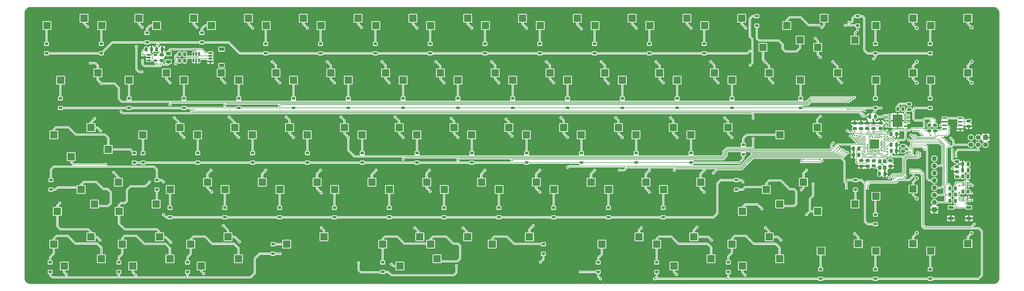
<source format=gbl>
G04 #@! TF.GenerationSoftware,KiCad,Pcbnew,(6.99.0-1912-g359c99991b)*
G04 #@! TF.CreationDate,2022-05-28T20:20:24+07:00*
G04 #@! TF.ProjectId,toxicdog69,746f7869-6364-46f6-9736-392e6b696361,1*
G04 #@! TF.SameCoordinates,Original*
G04 #@! TF.FileFunction,Copper,L2,Bot*
G04 #@! TF.FilePolarity,Positive*
%FSLAX46Y46*%
G04 Gerber Fmt 4.6, Leading zero omitted, Abs format (unit mm)*
G04 Created by KiCad (PCBNEW (6.99.0-1912-g359c99991b)) date 2022-05-28 20:20:24*
%MOMM*%
%LPD*%
G01*
G04 APERTURE LIST*
G04 Aperture macros list*
%AMRoundRect*
0 Rectangle with rounded corners*
0 $1 Rounding radius*
0 $2 $3 $4 $5 $6 $7 $8 $9 X,Y pos of 4 corners*
0 Add a 4 corners polygon primitive as box body*
4,1,4,$2,$3,$4,$5,$6,$7,$8,$9,$2,$3,0*
0 Add four circle primitives for the rounded corners*
1,1,$1+$1,$2,$3*
1,1,$1+$1,$4,$5*
1,1,$1+$1,$6,$7*
1,1,$1+$1,$8,$9*
0 Add four rect primitives between the rounded corners*
20,1,$1+$1,$2,$3,$4,$5,0*
20,1,$1+$1,$4,$5,$6,$7,0*
20,1,$1+$1,$6,$7,$8,$9,0*
20,1,$1+$1,$8,$9,$2,$3,0*%
G04 Aperture macros list end*
G04 #@! TA.AperFunction,SMDPad,CuDef*
%ADD10R,0.700000X0.340000*%
G04 #@! TD*
G04 #@! TA.AperFunction,SMDPad,CuDef*
%ADD11R,2.550000X2.500000*%
G04 #@! TD*
G04 #@! TA.AperFunction,ComponentPad*
%ADD12R,1.700000X1.700000*%
G04 #@! TD*
G04 #@! TA.AperFunction,ComponentPad*
%ADD13O,1.700000X1.700000*%
G04 #@! TD*
G04 #@! TA.AperFunction,ComponentPad*
%ADD14C,1.700000*%
G04 #@! TD*
G04 #@! TA.AperFunction,SMDPad,CuDef*
%ADD15R,1.200000X0.900000*%
G04 #@! TD*
G04 #@! TA.AperFunction,SMDPad,CuDef*
%ADD16RoundRect,0.250000X0.475000X-0.250000X0.475000X0.250000X-0.475000X0.250000X-0.475000X-0.250000X0*%
G04 #@! TD*
G04 #@! TA.AperFunction,SMDPad,CuDef*
%ADD17RoundRect,0.250000X-0.262500X-0.450000X0.262500X-0.450000X0.262500X0.450000X-0.262500X0.450000X0*%
G04 #@! TD*
G04 #@! TA.AperFunction,SMDPad,CuDef*
%ADD18RoundRect,0.250000X0.250000X0.475000X-0.250000X0.475000X-0.250000X-0.475000X0.250000X-0.475000X0*%
G04 #@! TD*
G04 #@! TA.AperFunction,SMDPad,CuDef*
%ADD19RoundRect,0.050000X0.387500X0.050000X-0.387500X0.050000X-0.387500X-0.050000X0.387500X-0.050000X0*%
G04 #@! TD*
G04 #@! TA.AperFunction,SMDPad,CuDef*
%ADD20RoundRect,0.050000X0.050000X0.387500X-0.050000X0.387500X-0.050000X-0.387500X0.050000X-0.387500X0*%
G04 #@! TD*
G04 #@! TA.AperFunction,ComponentPad*
%ADD21C,0.600000*%
G04 #@! TD*
G04 #@! TA.AperFunction,SMDPad,CuDef*
%ADD22RoundRect,0.144000X1.456000X1.456000X-1.456000X1.456000X-1.456000X-1.456000X1.456000X-1.456000X0*%
G04 #@! TD*
G04 #@! TA.AperFunction,SMDPad,CuDef*
%ADD23RoundRect,0.150000X-0.625000X0.150000X-0.625000X-0.150000X0.625000X-0.150000X0.625000X0.150000X0*%
G04 #@! TD*
G04 #@! TA.AperFunction,SMDPad,CuDef*
%ADD24RoundRect,0.250000X-0.650000X0.350000X-0.650000X-0.350000X0.650000X-0.350000X0.650000X0.350000X0*%
G04 #@! TD*
G04 #@! TA.AperFunction,SMDPad,CuDef*
%ADD25RoundRect,0.250000X-0.450000X0.262500X-0.450000X-0.262500X0.450000X-0.262500X0.450000X0.262500X0*%
G04 #@! TD*
G04 #@! TA.AperFunction,SMDPad,CuDef*
%ADD26RoundRect,0.250000X0.262500X0.450000X-0.262500X0.450000X-0.262500X-0.450000X0.262500X-0.450000X0*%
G04 #@! TD*
G04 #@! TA.AperFunction,SMDPad,CuDef*
%ADD27RoundRect,0.250000X-0.475000X0.250000X-0.475000X-0.250000X0.475000X-0.250000X0.475000X0.250000X0*%
G04 #@! TD*
G04 #@! TA.AperFunction,SMDPad,CuDef*
%ADD28RoundRect,0.250000X-0.250000X-0.475000X0.250000X-0.475000X0.250000X0.475000X-0.250000X0.475000X0*%
G04 #@! TD*
G04 #@! TA.AperFunction,SMDPad,CuDef*
%ADD29R,0.450000X0.600000*%
G04 #@! TD*
G04 #@! TA.AperFunction,SMDPad,CuDef*
%ADD30R,1.550000X0.600000*%
G04 #@! TD*
G04 #@! TA.AperFunction,SMDPad,CuDef*
%ADD31R,1.700000X1.000000*%
G04 #@! TD*
G04 #@! TA.AperFunction,SMDPad,CuDef*
%ADD32RoundRect,0.250000X0.450000X-0.262500X0.450000X0.262500X-0.450000X0.262500X-0.450000X-0.262500X0*%
G04 #@! TD*
G04 #@! TA.AperFunction,SMDPad,CuDef*
%ADD33RoundRect,0.150000X-0.512500X-0.150000X0.512500X-0.150000X0.512500X0.150000X-0.512500X0.150000X0*%
G04 #@! TD*
G04 #@! TA.AperFunction,SMDPad,CuDef*
%ADD34RoundRect,0.150000X0.150000X-0.512500X0.150000X0.512500X-0.150000X0.512500X-0.150000X-0.512500X0*%
G04 #@! TD*
G04 #@! TA.AperFunction,SMDPad,CuDef*
%ADD35RoundRect,0.125000X0.250000X0.125000X-0.250000X0.125000X-0.250000X-0.125000X0.250000X-0.125000X0*%
G04 #@! TD*
G04 #@! TA.AperFunction,SMDPad,CuDef*
%ADD36R,3.400000X4.300000*%
G04 #@! TD*
G04 #@! TA.AperFunction,SMDPad,CuDef*
%ADD37R,1.200000X1.400000*%
G04 #@! TD*
G04 #@! TA.AperFunction,SMDPad,CuDef*
%ADD38RoundRect,0.250000X-0.625000X0.375000X-0.625000X-0.375000X0.625000X-0.375000X0.625000X0.375000X0*%
G04 #@! TD*
G04 #@! TA.AperFunction,ViaPad*
%ADD39C,0.500000*%
G04 #@! TD*
G04 #@! TA.AperFunction,ViaPad*
%ADD40C,0.800000*%
G04 #@! TD*
G04 #@! TA.AperFunction,Conductor*
%ADD41C,0.200000*%
G04 #@! TD*
G04 #@! TA.AperFunction,Conductor*
%ADD42C,0.250000*%
G04 #@! TD*
G04 #@! TA.AperFunction,Profile*
%ADD43C,0.100000*%
G04 #@! TD*
G04 APERTURE END LIST*
D10*
X321932999Y-61221999D03*
X321932999Y-62221999D03*
X320432999Y-61221999D03*
X321932999Y-61721999D03*
X320432999Y-62221999D03*
X320432999Y-61721999D03*
X321932999Y-66555999D03*
X321932999Y-67555999D03*
X320432999Y-66555999D03*
X321932999Y-67055999D03*
X320432999Y-67555999D03*
X320432999Y-67055999D03*
D11*
X4296249Y-44559999D03*
X17223249Y-42019999D03*
X82877499Y-63609999D03*
X95804499Y-61069999D03*
X44659999Y-87739999D03*
X31732999Y-90279999D03*
X49539999Y-25509999D03*
X62466999Y-22969999D03*
X87639999Y-25509999D03*
X100566999Y-22969999D03*
X125739999Y-25509999D03*
X138666999Y-22969999D03*
X263734999Y-11539999D03*
X250807999Y-14079999D03*
X163839999Y-25509999D03*
X176766999Y-22969999D03*
X120977499Y-63609999D03*
X133904499Y-61069999D03*
X178127499Y-63609999D03*
X191054499Y-61069999D03*
X106689999Y-25509999D03*
X119616999Y-22969999D03*
X130502499Y-44559999D03*
X143429499Y-42019999D03*
X173364999Y-6459999D03*
X186291999Y-3919999D03*
X97164999Y-6459999D03*
X110091999Y-3919999D03*
X256591249Y-87739999D03*
X243664249Y-90279999D03*
X30489999Y-25509999D03*
X43416999Y-22969999D03*
X270996249Y-85041249D03*
X283923249Y-82501249D03*
X197177499Y-63609999D03*
X210104499Y-61069999D03*
X206702499Y-44559999D03*
X219629499Y-42019999D03*
X135264999Y-82659999D03*
X148191999Y-80119999D03*
X13821249Y-63609999D03*
X26748249Y-61069999D03*
X6677499Y-25509999D03*
X19604499Y-22969999D03*
X220989999Y-25509999D03*
X233916999Y-22969999D03*
X23228749Y-49639999D03*
X10301749Y-52179999D03*
X40014999Y-6459999D03*
X52941999Y-3919999D03*
X28108749Y-82659999D03*
X41035749Y-80119999D03*
X263852499Y-25509999D03*
X276779499Y-22969999D03*
X137528749Y-87739999D03*
X124601749Y-90279999D03*
X240039999Y-25509999D03*
X252966999Y-22969999D03*
X240039999Y-82659999D03*
X252966999Y-80119999D03*
X116214999Y-6459999D03*
X129141999Y-3919999D03*
X225752499Y-44559999D03*
X238679499Y-42019999D03*
X282784999Y-68689999D03*
X269857999Y-71229999D03*
X44777499Y-63609999D03*
X57704499Y-61069999D03*
X259089999Y-6459999D03*
X272016999Y-3919999D03*
X168602499Y-44559999D03*
X181529499Y-42019999D03*
X309096249Y-6459999D03*
X322023249Y-3919999D03*
X35252499Y-44559999D03*
X48179499Y-42019999D03*
X194796249Y-82659999D03*
X207723249Y-80119999D03*
X182889999Y-25509999D03*
X195816999Y-22969999D03*
X20964999Y-6459999D03*
X33891999Y-3919999D03*
X290046249Y-85041249D03*
X302973249Y-82501249D03*
X111452499Y-44559999D03*
X124379499Y-42019999D03*
X54302499Y-44559999D03*
X67229499Y-42019999D03*
X140027499Y-63609999D03*
X152954499Y-61069999D03*
X290046249Y-25509999D03*
X302973249Y-22969999D03*
X156696249Y-82659999D03*
X169623249Y-80119999D03*
X216227499Y-63609999D03*
X229154499Y-61069999D03*
X68472499Y-87739999D03*
X55545499Y-90279999D03*
X211464999Y-6459999D03*
X224391999Y-3919999D03*
X78114999Y-6459999D03*
X91041999Y-3919999D03*
X73352499Y-44559999D03*
X86279499Y-42019999D03*
X290046249Y-65991249D03*
X302973249Y-63451249D03*
X201939999Y-25509999D03*
X214866999Y-22969999D03*
X1914999Y-6459999D03*
X14841999Y-3919999D03*
X159077499Y-63609999D03*
X172004499Y-61069999D03*
D12*
X310387999Y-70611999D03*
D13*
X310387999Y-68071999D03*
X310387999Y-65531999D03*
X310387999Y-62991999D03*
X310387999Y-60451999D03*
X310387999Y-57911999D03*
X310387999Y-55371999D03*
X310387999Y-52831999D03*
D11*
X135264999Y-6459999D03*
X148191999Y-3919999D03*
X309096249Y-85041249D03*
X322023249Y-82501249D03*
X309096249Y-25509999D03*
X322023249Y-22969999D03*
D14*
X323099500Y-48006000D03*
X323099500Y-45466000D03*
X325639500Y-48006000D03*
X325639500Y-45466000D03*
X328179500Y-48006000D03*
D12*
X328179499Y-45465999D03*
D11*
X256708749Y-44559999D03*
X269635749Y-42019999D03*
X213846249Y-82659999D03*
X226773249Y-80119999D03*
X85258749Y-82659999D03*
X98185749Y-80119999D03*
X192414999Y-6459999D03*
X205341999Y-3919999D03*
X51921249Y-82659999D03*
X64848249Y-80119999D03*
X230514999Y-6459999D03*
X243441999Y-3919999D03*
X232778749Y-87739999D03*
X219851749Y-90279999D03*
X256591249Y-68689999D03*
X243664249Y-71229999D03*
X251946249Y-63609999D03*
X264873249Y-61069999D03*
X187652499Y-44559999D03*
X200579499Y-42019999D03*
X282784999Y-11539999D03*
X269857999Y-14079999D03*
X101927499Y-63609999D03*
X114854499Y-61069999D03*
X92402499Y-44559999D03*
X105329499Y-42019999D03*
X154314999Y-6459999D03*
X167241999Y-3919999D03*
X18466249Y-68689999D03*
X5539249Y-71229999D03*
X149552499Y-44559999D03*
X162479499Y-42019999D03*
X63827499Y-63609999D03*
X76754499Y-61069999D03*
X59064999Y-6459999D03*
X71991999Y-3919999D03*
X118596249Y-82659999D03*
X131523249Y-80119999D03*
X4296249Y-82659999D03*
X17223249Y-80119999D03*
X290046249Y-6459999D03*
X302973249Y-3919999D03*
X39897499Y-68689999D03*
X26970499Y-71229999D03*
X144789999Y-25509999D03*
X157716999Y-22969999D03*
X20847499Y-87739999D03*
X7920499Y-90279999D03*
X68589999Y-25509999D03*
X81516999Y-22969999D03*
D15*
X187705999Y-54227999D03*
X187705999Y-50927999D03*
D16*
X289179000Y-42352000D03*
X289179000Y-40452000D03*
D15*
X111505999Y-54227999D03*
X111505999Y-50927999D03*
X154177999Y-16127999D03*
X154177999Y-12827999D03*
X206755999Y-54227999D03*
X206755999Y-50927999D03*
D17*
X315825500Y-65405000D03*
X317650500Y-65405000D03*
D15*
X20827999Y-16127999D03*
X20827999Y-12827999D03*
X40131999Y-60325999D03*
X40131999Y-63625999D03*
X101853999Y-73277999D03*
X101853999Y-69977999D03*
X116077999Y-16127999D03*
X116077999Y-12827999D03*
X144779999Y-35177999D03*
X144779999Y-31877999D03*
X289909249Y-94709249D03*
X289909249Y-91409249D03*
D16*
X291719000Y-42352000D03*
X291719000Y-40452000D03*
D15*
X106679999Y-35177999D03*
X106679999Y-31877999D03*
D18*
X41971000Y-14732000D03*
X40071000Y-14732000D03*
D19*
X292997500Y-45152000D03*
X292997500Y-45552000D03*
X292997500Y-45952000D03*
X292997500Y-46352000D03*
X292997500Y-46752000D03*
X292997500Y-47152000D03*
X292997500Y-47552000D03*
X292997500Y-47952000D03*
X292997500Y-48352000D03*
X292997500Y-48752000D03*
X292997500Y-49152000D03*
X292997500Y-49552000D03*
X292997500Y-49952000D03*
X292997500Y-50352000D03*
D20*
X292160000Y-51189500D03*
X291760000Y-51189500D03*
X291360000Y-51189500D03*
X290960000Y-51189500D03*
X290560000Y-51189500D03*
X290160000Y-51189500D03*
X289760000Y-51189500D03*
X289360000Y-51189500D03*
X288960000Y-51189500D03*
X288560000Y-51189500D03*
X288160000Y-51189500D03*
X287760000Y-51189500D03*
X287360000Y-51189500D03*
X286960000Y-51189500D03*
D19*
X286122500Y-50352000D03*
X286122500Y-49952000D03*
X286122500Y-49552000D03*
X286122500Y-49152000D03*
X286122500Y-48752000D03*
X286122500Y-48352000D03*
X286122500Y-47952000D03*
X286122500Y-47552000D03*
X286122500Y-47152000D03*
X286122500Y-46752000D03*
X286122500Y-46352000D03*
X286122500Y-45952000D03*
X286122500Y-45552000D03*
X286122500Y-45152000D03*
D20*
X286960000Y-44314500D03*
X287360000Y-44314500D03*
X287760000Y-44314500D03*
X288160000Y-44314500D03*
X288560000Y-44314500D03*
X288960000Y-44314500D03*
X289360000Y-44314500D03*
X289760000Y-44314500D03*
X290160000Y-44314500D03*
X290560000Y-44314500D03*
X290960000Y-44314500D03*
X291360000Y-44314500D03*
X291760000Y-44314500D03*
X292160000Y-44314500D03*
D21*
X290835000Y-49027000D03*
X290835000Y-47752000D03*
X290835000Y-46477000D03*
X289560000Y-49027000D03*
X289560000Y-47752000D03*
D22*
X289560000Y-47752000D03*
D21*
X289560000Y-46477000D03*
X288285000Y-49027000D03*
X288285000Y-47752000D03*
X288285000Y-46477000D03*
D15*
X248665999Y-3175999D03*
X248665999Y-6475999D03*
D23*
X58740000Y-16000000D03*
X58740000Y-17000000D03*
X58740000Y-18000000D03*
X58740000Y-19000000D03*
D24*
X62615000Y-14700000D03*
X62615000Y-20300000D03*
D15*
X6603999Y-35177999D03*
X6603999Y-31877999D03*
X120903999Y-73277999D03*
X120903999Y-69977999D03*
D25*
X318262000Y-53824500D03*
X318262000Y-55649500D03*
D26*
X322095500Y-59055000D03*
X320270500Y-59055000D03*
D27*
X287147000Y-53533000D03*
X287147000Y-55433000D03*
D15*
X211327999Y-16127999D03*
X211327999Y-12827999D03*
X118617999Y-92327999D03*
X118617999Y-89027999D03*
D27*
X322326000Y-39690000D03*
X322326000Y-41590000D03*
D15*
X270859249Y-94709249D03*
X270859249Y-91409249D03*
X197103999Y-73277999D03*
X197103999Y-69977999D03*
X159003999Y-73277999D03*
X159003999Y-69977999D03*
D28*
X295341000Y-48006000D03*
X297241000Y-48006000D03*
D15*
X139953999Y-73277999D03*
X139953999Y-69977999D03*
X3301999Y-60325999D03*
X3301999Y-63625999D03*
D29*
X35178999Y-16602999D03*
X35178999Y-18702999D03*
D15*
X243966999Y-51306999D03*
X243966999Y-48006999D03*
X130555999Y-54227999D03*
X130555999Y-50927999D03*
X289909249Y-16127999D03*
X289909249Y-12827999D03*
X282955999Y-60325999D03*
X282955999Y-63625999D03*
D30*
X319329499Y-38734999D03*
X319329499Y-40004999D03*
X319329499Y-41274999D03*
X319329499Y-42544999D03*
X313929499Y-42544999D03*
X313929499Y-41274999D03*
X313929499Y-40004999D03*
X313929499Y-38734999D03*
D28*
X295341000Y-44323000D03*
X297241000Y-44323000D03*
D15*
X163829999Y-35177999D03*
X163829999Y-31877999D03*
D18*
X322133000Y-54737000D03*
X320233000Y-54737000D03*
D28*
X291277000Y-58166000D03*
X293177000Y-58166000D03*
D16*
X287020000Y-42352000D03*
X287020000Y-40452000D03*
D31*
X316127999Y-73654999D03*
X322427999Y-73654999D03*
X316127999Y-69854999D03*
X322427999Y-69854999D03*
D32*
X299466000Y-50315500D03*
X299466000Y-48490500D03*
D17*
X315825500Y-67564000D03*
X317650500Y-67564000D03*
D18*
X289875000Y-38227000D03*
X287975000Y-38227000D03*
D15*
X283717999Y-3175999D03*
X283717999Y-6475999D03*
X80517999Y-85977999D03*
X80517999Y-82677999D03*
X26923999Y-92327999D03*
X26923999Y-89027999D03*
D32*
X310642000Y-43076500D03*
X310642000Y-41251500D03*
D15*
X54355999Y-54227999D03*
X54355999Y-50927999D03*
X49529999Y-35177999D03*
X49529999Y-31877999D03*
X55752999Y-12317999D03*
X55752999Y-9017999D03*
X308959249Y-94709249D03*
X308959249Y-91409249D03*
D18*
X322133000Y-56896000D03*
X320233000Y-56896000D03*
D27*
X295148000Y-53533000D03*
X295148000Y-55433000D03*
D15*
X92455999Y-54227999D03*
X92455999Y-50927999D03*
X97027999Y-16127999D03*
X97027999Y-12827999D03*
D28*
X282260000Y-51562000D03*
X284160000Y-51562000D03*
D25*
X289306000Y-53570500D03*
X289306000Y-55395500D03*
D15*
X192277999Y-16127999D03*
X192277999Y-12827999D03*
X216153999Y-73277999D03*
X216153999Y-69977999D03*
D17*
X315825500Y-63246000D03*
X317650500Y-63246000D03*
D15*
X308959249Y-35177999D03*
X308959249Y-31877999D03*
X82803999Y-73277999D03*
X82803999Y-69977999D03*
D26*
X49807500Y-18745951D03*
X47982500Y-18745951D03*
D16*
X282702000Y-42352000D03*
X282702000Y-40452000D03*
D26*
X322095500Y-64389000D03*
X320270500Y-64389000D03*
D25*
X308610000Y-41251500D03*
X308610000Y-43076500D03*
D15*
X1777999Y-16127999D03*
X1777999Y-12827999D03*
D33*
X37343500Y-18603000D03*
X37343500Y-17653000D03*
X37343500Y-16703000D03*
X39618500Y-16703000D03*
X39618500Y-18603000D03*
D15*
X36702999Y-12317999D03*
X36702999Y-9017999D03*
X87629999Y-35177999D03*
X87629999Y-31877999D03*
X63753999Y-73277999D03*
X63753999Y-69977999D03*
X30479999Y-35177999D03*
X30479999Y-31877999D03*
D16*
X41783000Y-18603000D03*
X41783000Y-16703000D03*
D18*
X284160000Y-49403000D03*
X282260000Y-49403000D03*
D15*
X178053999Y-73277999D03*
X178053999Y-69977999D03*
X230377999Y-16127999D03*
X230377999Y-12827999D03*
X35305999Y-54227999D03*
X35305999Y-50927999D03*
D17*
X47982500Y-16410394D03*
X49807500Y-16410394D03*
D34*
X54741780Y-18632292D03*
X53791780Y-18632292D03*
X52841780Y-18632292D03*
X52841780Y-16357292D03*
X53791780Y-16357292D03*
X54741780Y-16357292D03*
D15*
X135127999Y-16127999D03*
X135127999Y-12827999D03*
D17*
X295378500Y-50165000D03*
X297203500Y-50165000D03*
D28*
X36388000Y-14732000D03*
X38288000Y-14732000D03*
D15*
X241553999Y-60325999D03*
X241553999Y-63625999D03*
X213867999Y-92327999D03*
X213867999Y-89027999D03*
X220979999Y-35177999D03*
X220979999Y-31877999D03*
X3047999Y-92327999D03*
X3047999Y-89027999D03*
D25*
X301625000Y-33885500D03*
X301625000Y-35710500D03*
D15*
X73405999Y-54227999D03*
X73405999Y-50927999D03*
X174497999Y-85977999D03*
X174497999Y-82677999D03*
D35*
X300261000Y-37719000D03*
X300261000Y-38989000D03*
X300261000Y-40259000D03*
X300261000Y-41529000D03*
X294861000Y-41529000D03*
X294861000Y-40259000D03*
X294861000Y-38989000D03*
X294861000Y-37719000D03*
D36*
X297560999Y-39623999D03*
D37*
X291376999Y-55963999D03*
X291376999Y-53763999D03*
X293076999Y-53763999D03*
X293076999Y-55963999D03*
D15*
X289909249Y-75659249D03*
X289909249Y-72359249D03*
X32257999Y-54227999D03*
X32257999Y-50927999D03*
X68579999Y-35177999D03*
X68579999Y-31877999D03*
X201929999Y-35177999D03*
X201929999Y-31877999D03*
X168655999Y-54227999D03*
X168655999Y-50927999D03*
D32*
X318262000Y-59205500D03*
X318262000Y-57380500D03*
D15*
X289909249Y-35177999D03*
X289909249Y-31877999D03*
X238759999Y-92327999D03*
X238759999Y-89027999D03*
D38*
X44196000Y-16253000D03*
X44196000Y-19053000D03*
D16*
X284861000Y-42352000D03*
X284861000Y-40452000D03*
D27*
X284988000Y-53533000D03*
X284988000Y-55433000D03*
D15*
X50799999Y-92327999D03*
X50799999Y-89027999D03*
X193547999Y-92327999D03*
X193547999Y-89027999D03*
D26*
X299489500Y-35560000D03*
X297664500Y-35560000D03*
D15*
X225805999Y-54227999D03*
X225805999Y-50927999D03*
X263905999Y-35177999D03*
X263905999Y-31877999D03*
X44703999Y-73277999D03*
X44703999Y-69977999D03*
X173227999Y-16127999D03*
X173227999Y-12827999D03*
X240029999Y-35177999D03*
X240029999Y-31877999D03*
X149605999Y-54227999D03*
X149605999Y-50927999D03*
X77977999Y-16127999D03*
X77977999Y-12827999D03*
X182879999Y-35177999D03*
X182879999Y-31877999D03*
X125729999Y-35177999D03*
X125729999Y-31877999D03*
X308959249Y-16127999D03*
X308959249Y-12827999D03*
D39*
X40132000Y-19939000D03*
X33020000Y-13716000D03*
X34925000Y-22606000D03*
X27686000Y-36449000D03*
X247396000Y-38735000D03*
X247396000Y-45847000D03*
X275209000Y-47371000D03*
X305054000Y-44450000D03*
X305435000Y-41021000D03*
X302895000Y-46101000D03*
X301371000Y-46228000D03*
X302895000Y-45339000D03*
X302260000Y-44704000D03*
X299085000Y-46863000D03*
X298958000Y-44069000D03*
X303149000Y-43053000D03*
X289687000Y-50165000D03*
X292227000Y-54864000D03*
X302006000Y-50673000D03*
X304546000Y-50673000D03*
X305308000Y-50927000D03*
X296037000Y-45974000D03*
X295275000Y-45720000D03*
X294386000Y-45720000D03*
X294132000Y-45085000D03*
X303149000Y-36322000D03*
X309118000Y-44704000D03*
X306324000Y-44704000D03*
X316103000Y-45720000D03*
X315341000Y-47625000D03*
X309118000Y-39878000D03*
X312547000Y-41275000D03*
X292989000Y-44323000D03*
X283337000Y-54102000D03*
X280289000Y-35687000D03*
X286131000Y-36068000D03*
X292354000Y-38227000D03*
X289306000Y-43307000D03*
X318135000Y-61214000D03*
X319024000Y-62230000D03*
X110236000Y-89154000D03*
X144272000Y-90170000D03*
X265938000Y-72390000D03*
X187325000Y-92329000D03*
X173482000Y-88900000D03*
X316611000Y-49784000D03*
X301498000Y-37719000D03*
X313182000Y-45466000D03*
X233553000Y-57912000D03*
X40513000Y-13081000D03*
X303149000Y-58801000D03*
X287147000Y-63119000D03*
X279781000Y-63119000D03*
X53340000Y-14732000D03*
X46228000Y-14732000D03*
X289306000Y-18034000D03*
X283972000Y-45466000D03*
X246126000Y-15367000D03*
X280670000Y-5334000D03*
X279400000Y-6350000D03*
X270256000Y-6350000D03*
X291846000Y-35179000D03*
X289306000Y-36830000D03*
X303530000Y-35179000D03*
X284480000Y-44958000D03*
X246380000Y-20320000D03*
X242570000Y-54229000D03*
X264668000Y-53213000D03*
X270637000Y-53213000D03*
X290385351Y-49907124D03*
X300355000Y-58928000D03*
X42418000Y-72390000D03*
X42418000Y-60960000D03*
X294132000Y-49403000D03*
X243840000Y-60960000D03*
X280278506Y-60343042D03*
X291719000Y-49530000D03*
X194310000Y-94742000D03*
X213106000Y-94742000D03*
X82984235Y-85981522D03*
X302133000Y-57785000D03*
X288671000Y-50165000D03*
X294640000Y-59563000D03*
X325628000Y-49784000D03*
X305308000Y-51943000D03*
X317881000Y-52070000D03*
X296164000Y-59944000D03*
X287158580Y-50202636D03*
X295910000Y-59055000D03*
X287909000Y-50165000D03*
X316611000Y-56261000D03*
X6350000Y-68326000D03*
X282702000Y-31496000D03*
X22352000Y-54864000D03*
X20320000Y-81280000D03*
X16002000Y-6858000D03*
X20828000Y-26670000D03*
X18542000Y-38862000D03*
X8636000Y-93218000D03*
X20574000Y-43180000D03*
X283464000Y-44831000D03*
X25146000Y-57658000D03*
X17018000Y-19558000D03*
X49530000Y-45466000D03*
X282702000Y-44831000D03*
X32766000Y-93472000D03*
X281940000Y-32004000D03*
X44704000Y-26416000D03*
X37592000Y-60960000D03*
X46228000Y-38608000D03*
X44704000Y-34036000D03*
X44958000Y-82042000D03*
X35052000Y-7112000D03*
X68834000Y-81788000D03*
X59182000Y-64516000D03*
X65278000Y-38354000D03*
X281178000Y-32512000D03*
X56388000Y-92964000D03*
X54102000Y-7112000D03*
X63754000Y-34290000D03*
X63754000Y-26416000D03*
X63246000Y-76200000D03*
X68580000Y-45466000D03*
X58928000Y-56896000D03*
X281940000Y-44831000D03*
X87630000Y-45466000D03*
X82804000Y-34544000D03*
X85090000Y-38354000D03*
X80264000Y-19050000D03*
X82804000Y-26416000D03*
X280416000Y-33020000D03*
X77978000Y-56896000D03*
X281178000Y-44958000D03*
X73406000Y-7366000D03*
X106680000Y-45466000D03*
X97282000Y-76962000D03*
X97282000Y-64770000D03*
X92456000Y-7366000D03*
X97028000Y-56896000D03*
X99314000Y-19050000D03*
X101854000Y-26416000D03*
X104140000Y-38354000D03*
X276860000Y-48895000D03*
X120904000Y-26416000D03*
X116332000Y-56896000D03*
X125730000Y-45466000D03*
X287147000Y-48006000D03*
X122936000Y-38354000D03*
X125730000Y-53086000D03*
X111252000Y-7112000D03*
X118364000Y-19050000D03*
X287147000Y-48768000D03*
X130556000Y-7366000D03*
X134874000Y-56896000D03*
X144780000Y-53340000D03*
X142494000Y-38862000D03*
X135128000Y-64262000D03*
X129794000Y-76962000D03*
X277495000Y-49403000D03*
X146558000Y-76962000D03*
X139954000Y-26416000D03*
X137160000Y-19050000D03*
X121666000Y-89662000D03*
X144780000Y-45466000D03*
X278384000Y-49784000D03*
X154178000Y-56896000D03*
X161544000Y-39116000D03*
X163576000Y-53467000D03*
X159004000Y-26416000D03*
X156464000Y-19050000D03*
X163576000Y-44958000D03*
X287144875Y-49486187D03*
X149606000Y-7366000D03*
X279019000Y-50165000D03*
X285496000Y-51181000D03*
X178054000Y-26416000D03*
X170942000Y-76200000D03*
X182880000Y-55880000D03*
X182880000Y-45466000D03*
X173228000Y-56896000D03*
X180594000Y-38608000D03*
X173228000Y-64516000D03*
X175514000Y-19050000D03*
X168656000Y-7366000D03*
X197104000Y-26670000D03*
X279654000Y-50546000D03*
X201930000Y-45466000D03*
X200914000Y-56896000D03*
X199644000Y-38608000D03*
X285496000Y-51943000D03*
X187706000Y-7620000D03*
X192278000Y-56896000D03*
X194564000Y-19050000D03*
X211328000Y-56896000D03*
X286258000Y-51943000D03*
X206756000Y-7366000D03*
X213614000Y-19050000D03*
X211328000Y-64516000D03*
X216154000Y-26416000D03*
X220980000Y-45466000D03*
X219964000Y-56896000D03*
X280289000Y-50800000D03*
X208534000Y-76962000D03*
X218694000Y-38608000D03*
X230378000Y-56896000D03*
X225806000Y-7366000D03*
X230378000Y-64516000D03*
X291084000Y-49911000D03*
X232664000Y-19050000D03*
X240030000Y-45466000D03*
X227838000Y-76708000D03*
X237490000Y-38608000D03*
X235204000Y-26416000D03*
X271272000Y-53594000D03*
X264160000Y-53975000D03*
X220726000Y-93218000D03*
X232918000Y-81280000D03*
X244602000Y-93472000D03*
X265938000Y-56896000D03*
X294132000Y-51308000D03*
X244856000Y-7366000D03*
X251460000Y-19050000D03*
X257048000Y-81280000D03*
X250444000Y-70358000D03*
X251714000Y-76962000D03*
X264160000Y-63754000D03*
X254254000Y-26416000D03*
X294132000Y-50546000D03*
X271272000Y-7112000D03*
X270764000Y-45212000D03*
X270764000Y-17526000D03*
X282702000Y-78994000D03*
X268224000Y-61722000D03*
X278130000Y-26416000D03*
X268986000Y-10922000D03*
X275082000Y-19050000D03*
X270764000Y-38100000D03*
D40*
X304292000Y-7366000D03*
X304292000Y-78740000D03*
X304292000Y-59690000D03*
X304292000Y-26416000D03*
X304292000Y-19050000D03*
D39*
X291973000Y-50165000D03*
D40*
X304292000Y-66802000D03*
X323342000Y-7112000D03*
D39*
X302133000Y-56769000D03*
D40*
X323342000Y-19050000D03*
D39*
X291973000Y-48768000D03*
D40*
X323342000Y-78740000D03*
X323342000Y-26416000D03*
D39*
X324231000Y-75692000D03*
X323596000Y-62230000D03*
X319024000Y-64643000D03*
X285496000Y-37973000D03*
X288163000Y-45339000D03*
X52070000Y-35941000D03*
X46609000Y-18034000D03*
X286258000Y-37973000D03*
X46609000Y-19812000D03*
X288925000Y-45466000D03*
X52832000Y-35814000D03*
X289687000Y-45466000D03*
X293497000Y-38989000D03*
X293497000Y-40259000D03*
X290449000Y-45466000D03*
X293497000Y-41529000D03*
X291211000Y-45466000D03*
X301498000Y-40259000D03*
X291973000Y-45339000D03*
X301498000Y-38989000D03*
X293878000Y-43053000D03*
X323342000Y-67310000D03*
X323342000Y-64897000D03*
X280162000Y-43053000D03*
X302387000Y-48133000D03*
X291719000Y-47371000D03*
X306959000Y-49657000D03*
X302133000Y-48768000D03*
X291719000Y-48133000D03*
X302514000Y-47371000D03*
X291973000Y-46736000D03*
D41*
X44196000Y-19685000D02*
X44196000Y-19053000D01*
X43815000Y-20066000D02*
X44196000Y-19685000D01*
X41769295Y-20066000D02*
X43815000Y-20066000D01*
X41261295Y-20574000D02*
X41769295Y-20066000D01*
X35814000Y-20574000D02*
X41261295Y-20574000D01*
X35179000Y-19939000D02*
X35814000Y-20574000D01*
X35179000Y-18703000D02*
X35179000Y-19939000D01*
X33020000Y-21717000D02*
X33020000Y-13716000D01*
X33909000Y-22606000D02*
X33020000Y-21717000D01*
X34925000Y-22606000D02*
X33909000Y-22606000D01*
X28226020Y-36989020D02*
X27686000Y-36449000D01*
X246793020Y-36989020D02*
X28226020Y-36989020D01*
X247396000Y-37592000D02*
X246793020Y-36989020D01*
X247396000Y-38735000D02*
X247396000Y-37592000D01*
X247396000Y-49289704D02*
X247396000Y-45847000D01*
X247921776Y-49815480D02*
X247396000Y-49289704D01*
X274175224Y-49815480D02*
X247921776Y-49815480D01*
X274574000Y-49416704D02*
X274175224Y-49815480D01*
X274574000Y-48006000D02*
X274574000Y-49416704D01*
X275209000Y-47371000D02*
X274574000Y-48006000D01*
X40132000Y-19939000D02*
X41402000Y-19939000D01*
X303643296Y-44704000D02*
X304341256Y-45401960D01*
X310642000Y-44958000D02*
X310642000Y-43076500D01*
X302260000Y-44704000D02*
X303643296Y-44704000D01*
X304341256Y-45401960D02*
X310198040Y-45401960D01*
X310198040Y-45401960D02*
X310642000Y-44958000D01*
X303784000Y-45339000D02*
X304196480Y-45751480D01*
X304196480Y-45751480D02*
X310469816Y-45751480D01*
X302895000Y-45339000D02*
X303784000Y-45339000D01*
X301879000Y-41529000D02*
X302387000Y-41021000D01*
X302387000Y-41021000D02*
X305435000Y-41021000D01*
X300261000Y-41529000D02*
X301879000Y-41529000D01*
X301913223Y-42891777D02*
X301024223Y-42891777D01*
X302514000Y-42291000D02*
X301913223Y-42891777D01*
X306832000Y-42672000D02*
X306451000Y-42291000D01*
X306451000Y-42291000D02*
X302514000Y-42291000D01*
X298704000Y-44323000D02*
X298958000Y-44069000D01*
X297241000Y-44323000D02*
X298704000Y-44323000D01*
X297688000Y-46863000D02*
X299085000Y-46863000D01*
X297241000Y-47310000D02*
X297688000Y-46863000D01*
X297241000Y-48006000D02*
X297241000Y-47310000D01*
X301847520Y-46704520D02*
X312120816Y-46704520D01*
X301371000Y-46228000D02*
X301847520Y-46704520D01*
X310469816Y-45751480D02*
X311517296Y-44704000D01*
X312011590Y-46101000D02*
X313881040Y-47970450D01*
X302895000Y-46101000D02*
X312011590Y-46101000D01*
X314960000Y-41275000D02*
X313929500Y-41275000D01*
X315468000Y-41783000D02*
X314960000Y-41275000D01*
X315468000Y-43942000D02*
X315468000Y-41783000D01*
X314706000Y-44704000D02*
X315468000Y-43942000D01*
X311517296Y-44704000D02*
X314706000Y-44704000D01*
X304673000Y-43053000D02*
X303149000Y-43053000D01*
X306324000Y-44704000D02*
X304673000Y-43053000D01*
X299720000Y-46355000D02*
X300355000Y-45720000D01*
X296545000Y-46355000D02*
X299720000Y-46355000D01*
X300355000Y-43561000D02*
X301024223Y-42891777D01*
X300355000Y-45720000D02*
X300355000Y-43561000D01*
X296071223Y-42891777D02*
X301024223Y-42891777D01*
X295341000Y-43622000D02*
X296071223Y-42891777D01*
X306832000Y-42672000D02*
X306832000Y-40005000D01*
X292227000Y-54864000D02*
X293077000Y-55714000D01*
X289687000Y-50165000D02*
X289560000Y-50038000D01*
X302768000Y-51181000D02*
X302768000Y-49784000D01*
X302387000Y-49403000D02*
X301498000Y-49403000D01*
X299466000Y-48490500D02*
X300585500Y-48490500D01*
X302419560Y-51529440D02*
X302768000Y-51181000D01*
X300585500Y-48490500D02*
X301498000Y-49403000D01*
X302768000Y-49784000D02*
X302387000Y-49403000D01*
X300555675Y-51529440D02*
X302419560Y-51529440D01*
X299920134Y-52164980D02*
X300555675Y-51529440D01*
X294926020Y-52164980D02*
X299920134Y-52164980D01*
X301648500Y-50315500D02*
X302006000Y-50673000D01*
X299466000Y-50315500D02*
X301648500Y-50315500D01*
X304546000Y-51181000D02*
X304546000Y-50673000D01*
X303848040Y-51878960D02*
X304546000Y-51181000D01*
X300700450Y-51878960D02*
X303848040Y-51878960D01*
X299528960Y-53050450D02*
X300700450Y-51878960D01*
X299528960Y-57595040D02*
X299528960Y-53050450D01*
X300845225Y-52228480D02*
X304006520Y-52228480D01*
X299878481Y-53195223D02*
X299878480Y-57739815D01*
X304006520Y-52228480D02*
X305308000Y-50927000D01*
X299878481Y-53195223D02*
X300845225Y-52228480D01*
X295341000Y-43622000D02*
X295341000Y-44323000D01*
X307236500Y-43076500D02*
X308610000Y-43076500D01*
X295341000Y-47559000D02*
X296545000Y-46355000D01*
X295341000Y-48006000D02*
X295341000Y-47559000D01*
X295259000Y-46752000D02*
X292997500Y-46752000D01*
X296037000Y-45974000D02*
X295259000Y-46752000D01*
X295341000Y-48006000D02*
X295341000Y-47305000D01*
X294643000Y-46352000D02*
X295275000Y-45720000D01*
X292997500Y-46352000D02*
X294643000Y-46352000D01*
X313531520Y-62134480D02*
X313531520Y-48115225D01*
X313531520Y-48115225D02*
X312120816Y-46704520D01*
X312674000Y-62992000D02*
X313531520Y-62134480D01*
X310388000Y-62992000D02*
X312674000Y-62992000D01*
X294154000Y-45952000D02*
X294386000Y-45720000D01*
X292997500Y-45952000D02*
X294154000Y-45952000D01*
X293665000Y-45552000D02*
X294132000Y-45085000D01*
X292997500Y-45552000D02*
X293665000Y-45552000D01*
X308610000Y-44196000D02*
X309118000Y-44704000D01*
X308610000Y-43076500D02*
X308610000Y-44196000D01*
X316992000Y-46609000D02*
X316103000Y-45720000D01*
X316992000Y-48006000D02*
X316992000Y-46609000D01*
X316992000Y-48006000D02*
X323099500Y-48006000D01*
X316357000Y-48641000D02*
X316992000Y-48006000D01*
X315214000Y-48641000D02*
X316357000Y-48641000D01*
X314579000Y-49276000D02*
X315214000Y-48641000D01*
X314579000Y-61722000D02*
X314579000Y-49276000D01*
X314644118Y-65405000D02*
X314230559Y-65818559D01*
X315825500Y-65405000D02*
X314644118Y-65405000D01*
X314230559Y-65818559D02*
X314230559Y-67531441D01*
X314230559Y-62070441D02*
X314230559Y-65818559D01*
X315468000Y-61722000D02*
X314579000Y-61722000D01*
X314579000Y-61722000D02*
X314230559Y-62070441D01*
X315825500Y-62079500D02*
X315468000Y-61722000D01*
X314230559Y-67531441D02*
X313690000Y-68072000D01*
X315825500Y-63246000D02*
X315825500Y-62079500D01*
X310388000Y-68072000D02*
X313690000Y-68072000D01*
X315317500Y-68072000D02*
X313690000Y-68072000D01*
X315825500Y-67564000D02*
X315317500Y-68072000D01*
X306959000Y-38862000D02*
X306324000Y-39497000D01*
X310007000Y-38862000D02*
X306959000Y-38862000D01*
X310642000Y-39497000D02*
X310007000Y-38862000D01*
X310642000Y-41251500D02*
X310642000Y-39497000D01*
X303657000Y-39497000D02*
X303149000Y-38989000D01*
X306324000Y-39497000D02*
X303657000Y-39497000D01*
X303149000Y-38989000D02*
X303149000Y-36322000D01*
X306832000Y-40005000D02*
X306324000Y-39497000D01*
X307236500Y-43076500D02*
X306832000Y-42672000D01*
X292980500Y-44314500D02*
X292989000Y-44323000D01*
X292160000Y-44314500D02*
X292980500Y-44314500D01*
X293826500Y-44323000D02*
X295341000Y-44323000D01*
X292997500Y-45152000D02*
X293826500Y-44323000D01*
X283337000Y-54102000D02*
X283337000Y-51308000D01*
X286893000Y-54483000D02*
X283718000Y-54483000D01*
X287147000Y-54229000D02*
X286893000Y-54483000D01*
X287147000Y-53533000D02*
X287147000Y-54229000D01*
X283718000Y-54483000D02*
X283337000Y-54102000D01*
X285750000Y-35687000D02*
X280289000Y-35687000D01*
X286131000Y-36068000D02*
X285750000Y-35687000D01*
X289179000Y-43307000D02*
X289306000Y-43307000D01*
X288960000Y-43526000D02*
X289179000Y-43307000D01*
X288960000Y-44314500D02*
X288960000Y-43526000D01*
X289306000Y-42479000D02*
X289179000Y-42352000D01*
X289306000Y-43307000D02*
X289306000Y-42479000D01*
X289360000Y-43361000D02*
X289306000Y-43307000D01*
X289360000Y-44314500D02*
X289360000Y-43361000D01*
X293767000Y-48752000D02*
X294513000Y-48006000D01*
X292997500Y-48752000D02*
X293767000Y-48752000D01*
X294513000Y-48006000D02*
X295341000Y-48006000D01*
X292862000Y-37719000D02*
X294861000Y-37719000D01*
X292354000Y-38227000D02*
X292862000Y-37719000D01*
X289875000Y-38227000D02*
X292354000Y-38227000D01*
X284480000Y-44069000D02*
X284861000Y-43688000D01*
X323088000Y-61722000D02*
X323596000Y-62230000D01*
X321933000Y-61722000D02*
X323088000Y-61722000D01*
X321183000Y-61922000D02*
X321183000Y-62103000D01*
X320433000Y-61722000D02*
X320983000Y-61722000D01*
X321183000Y-62103000D02*
X321183000Y-60706000D01*
X320983000Y-61722000D02*
X321183000Y-61922000D01*
X321183000Y-63119000D02*
X321183000Y-62103000D01*
X318135000Y-61214000D02*
X318127000Y-61222000D01*
X320433000Y-61222000D02*
X318135000Y-61214000D01*
X318127000Y-61222000D02*
X318071500Y-61277500D01*
X317650500Y-61698500D02*
X318071500Y-61277500D01*
X320433000Y-62222000D02*
X319024000Y-62230000D01*
X323096000Y-67556000D02*
X323342000Y-67310000D01*
X321933000Y-67556000D02*
X323096000Y-67556000D01*
X321413978Y-67056000D02*
X321933000Y-67056000D01*
X321183000Y-67286978D02*
X321413978Y-67056000D01*
X321183000Y-68610000D02*
X321183000Y-67286978D01*
X322428000Y-69855000D02*
X321183000Y-68610000D01*
X319270000Y-66556000D02*
X319024000Y-66802000D01*
X320433000Y-66556000D02*
X319270000Y-66556000D01*
X319024000Y-66802000D02*
X319024000Y-65786000D01*
X319024000Y-67310000D02*
X319024000Y-66802000D01*
X319270000Y-67556000D02*
X319024000Y-67310000D01*
X320433000Y-67556000D02*
X319270000Y-67556000D01*
X110236000Y-91694000D02*
X110236000Y-89154000D01*
X110998000Y-92456000D02*
X110236000Y-91694000D01*
X118490000Y-92456000D02*
X110998000Y-92456000D01*
X118618000Y-92328000D02*
X118490000Y-92456000D01*
X144272000Y-92456000D02*
X144272000Y-90170000D01*
X120522000Y-92328000D02*
X121666000Y-93472000D01*
X121666000Y-93472000D02*
X143256000Y-93472000D01*
X143256000Y-93472000D02*
X144272000Y-92456000D01*
X118618000Y-92328000D02*
X120522000Y-92328000D01*
X267098000Y-71230000D02*
X265938000Y-72390000D01*
X187325000Y-92329000D02*
X193548000Y-92328000D01*
X291377000Y-54014000D02*
X292227000Y-54864000D01*
X289560000Y-50038000D02*
X289560000Y-49027000D01*
X293077000Y-55714000D02*
X293077000Y-55964000D01*
X290250585Y-50419000D02*
X289941000Y-50419000D01*
X290560000Y-51189500D02*
X290560000Y-50728415D01*
X297330500Y-50165000D02*
X297561000Y-50165000D01*
X289941000Y-50419000D02*
X289687000Y-50165000D01*
X290560000Y-50728415D02*
X290250585Y-50419000D01*
X291377000Y-53764000D02*
X291377000Y-54014000D01*
X285496000Y-52451000D02*
X284988000Y-52959000D01*
X288960000Y-51189500D02*
X288960000Y-51908000D01*
X287020000Y-41783000D02*
X287401000Y-41402000D01*
X289760000Y-43742000D02*
X290068000Y-43434000D01*
X291465000Y-43434000D02*
X291719000Y-43180000D01*
X287020000Y-52451000D02*
X285496000Y-52451000D01*
X289179000Y-50419000D02*
X288960000Y-50638000D01*
X287909000Y-49657000D02*
X288869416Y-49657000D01*
X291211000Y-41402000D02*
X291719000Y-41910000D01*
X289179000Y-49966584D02*
X289179000Y-50419000D01*
X287760000Y-45035584D02*
X287655000Y-45140584D01*
X284988000Y-52959000D02*
X284988000Y-53533000D01*
X291719000Y-43180000D02*
X291719000Y-42352000D01*
X289760000Y-44314500D02*
X289760000Y-43742000D01*
X288960000Y-51908000D02*
X288703020Y-52164980D01*
X287020000Y-42352000D02*
X287020000Y-41783000D01*
X287655000Y-49403000D02*
X287909000Y-49657000D01*
X290068000Y-43434000D02*
X291465000Y-43434000D01*
X287306020Y-52164980D02*
X287020000Y-52451000D01*
X287760000Y-44314500D02*
X287760000Y-43092000D01*
X287655000Y-45140584D02*
X287655000Y-49403000D01*
X288703020Y-52164980D02*
X287306020Y-52164980D01*
X288869416Y-49657000D02*
X289179000Y-49966584D01*
X287401000Y-41402000D02*
X291211000Y-41402000D01*
X288960000Y-50638000D02*
X288960000Y-51189500D01*
X291719000Y-41910000D02*
X291719000Y-42352000D01*
X287760000Y-43092000D02*
X287020000Y-42352000D01*
X287760000Y-44314500D02*
X287760000Y-45035584D01*
X315341000Y-47625000D02*
X313182000Y-45466000D01*
X316611000Y-53213000D02*
X316611000Y-49784000D01*
X317222500Y-53824500D02*
X316611000Y-53213000D01*
X300261000Y-36331500D02*
X300261000Y-37719000D01*
X318262000Y-53824500D02*
X317222500Y-53824500D01*
X299489500Y-35560000D02*
X300261000Y-36331500D01*
X300261000Y-37719000D02*
X301498000Y-37719000D01*
X292798500Y-52514500D02*
X290385500Y-52514500D01*
X290160000Y-52289000D02*
X290160000Y-51189500D01*
X293077000Y-53764000D02*
X293077000Y-52793000D01*
X290385500Y-52514500D02*
X290160000Y-52289000D01*
X294917000Y-53764000D02*
X293077000Y-53764000D01*
X295148000Y-53533000D02*
X294917000Y-53764000D01*
X293077000Y-52793000D02*
X292798500Y-52514500D01*
X291277000Y-58166000D02*
X291377000Y-58066000D01*
X289306000Y-55395500D02*
X289874500Y-55964000D01*
X289874500Y-55964000D02*
X291377000Y-55964000D01*
X291377000Y-58066000D02*
X291377000Y-55964000D01*
X35179000Y-16603000D02*
X37243500Y-16603000D01*
X38481000Y-17018000D02*
X38481000Y-18288000D01*
X37243500Y-16603000D02*
X37343500Y-16703000D01*
X38481000Y-18288000D02*
X38166000Y-18603000D01*
X37343500Y-16703000D02*
X38166000Y-16703000D01*
X35814000Y-14732000D02*
X36388000Y-14732000D01*
X38166000Y-16703000D02*
X38481000Y-17018000D01*
X35179000Y-16603000D02*
X35179000Y-15367000D01*
X35179000Y-15367000D02*
X35814000Y-14732000D01*
X38166000Y-18603000D02*
X37343500Y-18603000D01*
X320270500Y-64031500D02*
X320270500Y-64389000D01*
X322095500Y-59793500D02*
X322095500Y-59055000D01*
X322095500Y-59055000D02*
X322095500Y-56933500D01*
X321183000Y-60706000D02*
X322095500Y-59793500D01*
X322133000Y-56896000D02*
X322133000Y-54737000D01*
X322095500Y-56933500D02*
X322133000Y-56896000D01*
X321183000Y-63119000D02*
X320270500Y-64031500D01*
X53354560Y-14732000D02*
X55753000Y-14732000D01*
X288067480Y-61182520D02*
X297197775Y-61182520D01*
X298086777Y-60293519D02*
X297197775Y-61182520D01*
X53791780Y-16357292D02*
X53791780Y-15169220D01*
X279781000Y-61468000D02*
X279146000Y-60833000D01*
X243385325Y-56547560D02*
X247321251Y-52611637D01*
X243385325Y-56547560D02*
X234917440Y-56547560D01*
X44704000Y-14732000D02*
X44196000Y-15240000D01*
X279146000Y-53721000D02*
X278036637Y-52611637D01*
X57021000Y-16000000D02*
X58740000Y-16000000D01*
X288067480Y-61182520D02*
X287147000Y-62103000D01*
X40071000Y-13523000D02*
X40513000Y-13081000D01*
X303149000Y-58801000D02*
X301656480Y-60293520D01*
X279781000Y-63119000D02*
X279781000Y-61468000D01*
X279146000Y-60833000D02*
X279146000Y-53721000D01*
X234917440Y-56547560D02*
X233553000Y-57912000D01*
X278036637Y-52611637D02*
X247321251Y-52611637D01*
X44196000Y-15240000D02*
X44196000Y-16253000D01*
X53354560Y-14732000D02*
X53791780Y-15169220D01*
X298086777Y-60293519D02*
X301656480Y-60293520D01*
X287147000Y-62103000D02*
X287147000Y-63119000D01*
X44704000Y-14732000D02*
X53354560Y-14732000D01*
X40071000Y-14732000D02*
X40071000Y-13523000D01*
X55753000Y-14732000D02*
X57021000Y-16000000D01*
X285370000Y-3176000D02*
X286004000Y-3810000D01*
X281940000Y-3810000D02*
X282574000Y-3176000D01*
X286004000Y-3810000D02*
X286004000Y-14986000D01*
X284458000Y-45952000D02*
X283972000Y-45466000D01*
X282574000Y-3176000D02*
X283718000Y-3176000D01*
X280670000Y-5334000D02*
X281432000Y-5334000D01*
X36703000Y-12318000D02*
X55753000Y-12318000D01*
X36703000Y-12318000D02*
X24638000Y-12318000D01*
X289909250Y-17430750D02*
X289306000Y-18034000D01*
X289909250Y-16128000D02*
X308959250Y-16128000D01*
X286122500Y-45952000D02*
X284458000Y-45952000D01*
X77978000Y-16128000D02*
X230378000Y-16128000D01*
X287146000Y-16128000D02*
X289909250Y-16128000D01*
X289909250Y-16128000D02*
X289909250Y-17430750D01*
X1778000Y-16128000D02*
X20828000Y-16128000D01*
X65150000Y-12318000D02*
X68960000Y-16128000D01*
X55753000Y-12318000D02*
X65150000Y-12318000D01*
X283718000Y-3176000D02*
X285370000Y-3176000D01*
X68960000Y-16128000D02*
X77978000Y-16128000D01*
X246126000Y-15367000D02*
X245365000Y-16128000D01*
X281940000Y-4826000D02*
X281940000Y-3810000D01*
X286004000Y-14986000D02*
X287146000Y-16128000D01*
X20828000Y-16128000D02*
X24638000Y-12318000D01*
X230378000Y-16128000D02*
X245365000Y-16128000D01*
X281432000Y-5334000D02*
X281940000Y-4826000D01*
X320802000Y-40005000D02*
X320802000Y-40767000D01*
X319329500Y-41275000D02*
X320294000Y-41275000D01*
X319329500Y-40005000D02*
X321056000Y-40005000D01*
X320294000Y-38735000D02*
X320802000Y-39243000D01*
X320802000Y-40005000D02*
X321056000Y-40005000D01*
X319329500Y-38735000D02*
X313929500Y-38735000D01*
X320802000Y-39243000D02*
X320802000Y-40005000D01*
X319329500Y-38735000D02*
X320294000Y-38735000D01*
X322011000Y-40005000D02*
X322326000Y-39690000D01*
X320294000Y-41275000D02*
X320802000Y-40767000D01*
X321056000Y-40005000D02*
X322011000Y-40005000D01*
X1778000Y-12828000D02*
X1778000Y-6597000D01*
X1778000Y-6597000D02*
X1915000Y-6460000D01*
X20828000Y-6597000D02*
X20965000Y-6460000D01*
X20828000Y-12828000D02*
X20828000Y-6597000D01*
X36703000Y-9018000D02*
X36703000Y-7493000D01*
X37736000Y-6460000D02*
X40015000Y-6460000D01*
X36703000Y-7493000D02*
X37736000Y-6460000D01*
X56786000Y-6460000D02*
X59065000Y-6460000D01*
X55753000Y-7493000D02*
X56786000Y-6460000D01*
X55753000Y-9018000D02*
X55753000Y-7493000D01*
X77978000Y-12828000D02*
X77978000Y-6597000D01*
D42*
X77978000Y-6597000D02*
X78115000Y-6460000D01*
X97028000Y-6597000D02*
X97165000Y-6460000D01*
D41*
X97028000Y-12828000D02*
X97028000Y-6597000D01*
D42*
X116078000Y-6597000D02*
X116215000Y-6460000D01*
D41*
X116078000Y-12828000D02*
X116078000Y-6597000D01*
D42*
X135128000Y-6597000D02*
X135265000Y-6460000D01*
D41*
X135128000Y-12828000D02*
X135128000Y-6597000D01*
X154178000Y-12828000D02*
X154178000Y-6597000D01*
D42*
X154178000Y-6597000D02*
X154315000Y-6460000D01*
X173228000Y-6597000D02*
X173365000Y-6460000D01*
D41*
X173228000Y-12828000D02*
X173228000Y-6597000D01*
D42*
X211328000Y-6597000D02*
X211465000Y-6460000D01*
D41*
X211328000Y-12828000D02*
X211328000Y-6597000D01*
D42*
X230378000Y-6597000D02*
X230515000Y-6460000D01*
D41*
X230378000Y-12828000D02*
X230378000Y-6597000D01*
X268495889Y-6320184D02*
X270256000Y-6350000D01*
X263906000Y-3556000D02*
X266670184Y-6320184D01*
D42*
X282785000Y-11540000D02*
X282785000Y-9061000D01*
D41*
X266670184Y-6320184D02*
X268495889Y-6320184D01*
X283592000Y-6350000D02*
X283718000Y-6476000D01*
X260096000Y-3556000D02*
X263906000Y-3556000D01*
X259090000Y-6460000D02*
X259090000Y-4562000D01*
X259090000Y-4562000D02*
X260096000Y-3556000D01*
D42*
X282785000Y-9061000D02*
X283718000Y-8128000D01*
X283718000Y-8128000D02*
X283718000Y-6476000D01*
D41*
X279400000Y-6350000D02*
X283592000Y-6350000D01*
X289909250Y-12828000D02*
X289909250Y-6597000D01*
D42*
X289909250Y-6597000D02*
X290046250Y-6460000D01*
D41*
X308959250Y-12828000D02*
X308959250Y-6597000D01*
D42*
X308959250Y-6597000D02*
X309096250Y-6460000D01*
D41*
X6604000Y-25583500D02*
X6677500Y-25510000D01*
X6604000Y-31878000D02*
X6604000Y-25583500D01*
X289909250Y-36226750D02*
X289306000Y-36830000D01*
X289909250Y-35178000D02*
X289909250Y-36226750D01*
X289909250Y-35178000D02*
X286554353Y-35178000D01*
X286550123Y-35182230D02*
X286545893Y-35178000D01*
X285074000Y-45552000D02*
X284480000Y-44958000D01*
X303531000Y-35178000D02*
X308959250Y-35178000D01*
X286554353Y-35178000D02*
X286550123Y-35182230D01*
X303530000Y-35179000D02*
X303531000Y-35178000D01*
X6604000Y-35178000D02*
X30480000Y-35178000D01*
X286122500Y-45552000D02*
X285074000Y-45552000D01*
X286545893Y-35178000D02*
X30480000Y-35178000D01*
X291846000Y-35179000D02*
X289909250Y-35178000D01*
X30490000Y-31868000D02*
X30480000Y-31878000D01*
X30490000Y-25510000D02*
X30490000Y-31868000D01*
X49530000Y-25520000D02*
X49540000Y-25510000D01*
X49530000Y-31878000D02*
X49530000Y-25520000D01*
X68580000Y-31878000D02*
X68580000Y-25520000D01*
X68580000Y-25520000D02*
X68590000Y-25510000D01*
X87630000Y-25520000D02*
X87640000Y-25510000D01*
X87630000Y-31878000D02*
X87630000Y-25520000D01*
X106680000Y-31878000D02*
X106680000Y-25520000D01*
X106680000Y-25520000D02*
X106690000Y-25510000D01*
X125730000Y-25520000D02*
X125740000Y-25510000D01*
X125730000Y-31878000D02*
X125730000Y-25520000D01*
X144780000Y-31878000D02*
X144780000Y-25520000D01*
X144780000Y-25520000D02*
X144790000Y-25510000D01*
X163830000Y-25520000D02*
X163840000Y-25510000D01*
X163830000Y-31878000D02*
X163830000Y-25520000D01*
X182880000Y-31878000D02*
X182880000Y-25520000D01*
X182880000Y-25520000D02*
X182890000Y-25510000D01*
X201930000Y-31878000D02*
X201930000Y-25520000D01*
X201930000Y-25520000D02*
X201940000Y-25510000D01*
X220980000Y-25520000D02*
X220990000Y-25510000D01*
X220980000Y-31878000D02*
X220980000Y-25520000D01*
X240030000Y-25520000D02*
X240040000Y-25510000D01*
X240030000Y-31878000D02*
X240030000Y-25520000D01*
X263906000Y-31878000D02*
X263906000Y-25563500D01*
X263906000Y-25563500D02*
X263852500Y-25510000D01*
X289909250Y-31878000D02*
X289909250Y-25647000D01*
D42*
X289909250Y-25647000D02*
X290046250Y-25510000D01*
D41*
X308959250Y-31878000D02*
X308959250Y-25647000D01*
D42*
X308959250Y-25647000D02*
X309096250Y-25510000D01*
D41*
X4296250Y-44560000D02*
X4296250Y-42693750D01*
X5080000Y-41910000D02*
X9398000Y-41910000D01*
X11938000Y-44450000D02*
X22098000Y-44450000D01*
X23228750Y-49640000D02*
X30970000Y-49640000D01*
X23228750Y-45580750D02*
X23228750Y-49640000D01*
X22098000Y-44450000D02*
X23228750Y-45580750D01*
X30970000Y-49640000D02*
X32258000Y-50928000D01*
X9398000Y-41910000D02*
X11938000Y-44450000D01*
X4296250Y-42693750D02*
X5080000Y-41910000D01*
X35306000Y-54228000D02*
X32258000Y-54228000D01*
X242570000Y-54229000D02*
X242571000Y-54228000D01*
X239648000Y-54228000D02*
X242570000Y-54229000D01*
X246253000Y-10287000D02*
X247142000Y-11176000D01*
X242571000Y-54228000D02*
X243967000Y-52832000D01*
X247141000Y-3176000D02*
X246253000Y-4064000D01*
X247142000Y-11176000D02*
X247142000Y-19558000D01*
X290960000Y-50493416D02*
X290385351Y-49918767D01*
X270637000Y-53213000D02*
X264668000Y-53213000D01*
X243967000Y-52832000D02*
X243967000Y-51307000D01*
X225806000Y-54228000D02*
X35306000Y-54228000D01*
X290385351Y-49918767D02*
X290385351Y-49907124D01*
X225806000Y-54228000D02*
X239648000Y-54228000D01*
X247142000Y-19558000D02*
X246380000Y-20320000D01*
X248666000Y-3176000D02*
X247141000Y-3176000D01*
X246253000Y-4064000D02*
X246253000Y-10287000D01*
X290960000Y-51189500D02*
X290960000Y-50493416D01*
X35306000Y-50928000D02*
X35306000Y-44613500D01*
X35306000Y-44613500D02*
X35252500Y-44560000D01*
X54356000Y-44613500D02*
X54302500Y-44560000D01*
X54356000Y-50928000D02*
X54356000Y-44613500D01*
X73406000Y-44613500D02*
X73352500Y-44560000D01*
X73406000Y-50928000D02*
X73406000Y-44613500D01*
X92456000Y-44613500D02*
X92402500Y-44560000D01*
X92456000Y-50928000D02*
X92456000Y-44613500D01*
X111506000Y-50928000D02*
X111506000Y-44613500D01*
X111506000Y-44613500D02*
X111452500Y-44560000D01*
X130556000Y-44613500D02*
X130502500Y-44560000D01*
X130556000Y-50928000D02*
X130556000Y-44613500D01*
X149606000Y-50928000D02*
X149606000Y-44613500D01*
X149606000Y-44613500D02*
X149552500Y-44560000D01*
X168656000Y-44613500D02*
X168602500Y-44560000D01*
X168656000Y-50928000D02*
X168656000Y-44613500D01*
X187706000Y-50928000D02*
X187706000Y-44613500D01*
X187706000Y-44613500D02*
X187652500Y-44560000D01*
X206756000Y-50928000D02*
X206756000Y-44613500D01*
X206756000Y-44613500D02*
X206702500Y-44560000D01*
X225806000Y-44613500D02*
X225752500Y-44560000D01*
X225806000Y-50928000D02*
X225806000Y-44613500D01*
X249428000Y-11684000D02*
X256286000Y-11684000D01*
X257683000Y-13081000D02*
X256286000Y-11684000D01*
X257683000Y-14605000D02*
X257683000Y-13081000D01*
X248666000Y-10922000D02*
X249428000Y-11684000D01*
X263735000Y-14141000D02*
X263735000Y-11540000D01*
X248666000Y-6476000D02*
X248666000Y-10922000D01*
X263735000Y-14141000D02*
X262382000Y-15494000D01*
X258572000Y-15494000D02*
X257683000Y-14605000D01*
X262382000Y-15494000D02*
X258572000Y-15494000D01*
X243967000Y-45720000D02*
X245127000Y-44560000D01*
X245127000Y-44560000D02*
X256708750Y-44560000D01*
X243967000Y-48007000D02*
X243967000Y-45720000D01*
X43306000Y-73278000D02*
X42418000Y-72390000D01*
X236092000Y-60326000D02*
X241554000Y-60326000D01*
X243206000Y-60326000D02*
X243840000Y-60960000D01*
X234950000Y-71882000D02*
X234950000Y-61468000D01*
X299339000Y-59944000D02*
X300355000Y-58928000D01*
X292997500Y-49552000D02*
X293983000Y-49552000D01*
X282956000Y-60326000D02*
X280278506Y-60343042D01*
X241554000Y-60326000D02*
X243206000Y-60326000D01*
X287306750Y-75659250D02*
X289909250Y-75659250D01*
X286893000Y-60833000D02*
X286258000Y-61468000D01*
X293983000Y-49552000D02*
X294132000Y-49403000D01*
X44704000Y-73278000D02*
X43306000Y-73278000D01*
X41784000Y-60326000D02*
X42418000Y-60960000D01*
X40132000Y-56642000D02*
X40132000Y-60326000D01*
X287274000Y-75692000D02*
X287306750Y-75659250D01*
X285116000Y-60326000D02*
X286258000Y-61468000D01*
X286258000Y-74676000D02*
X287274000Y-75692000D01*
X286258000Y-61468000D02*
X286258000Y-74676000D01*
X216154000Y-73278000D02*
X233554000Y-73278000D01*
X282956000Y-60326000D02*
X285116000Y-60326000D01*
X216154000Y-73278000D02*
X44704000Y-73278000D01*
X3302000Y-56642000D02*
X4318000Y-55626000D01*
X297053000Y-60833000D02*
X286893000Y-60833000D01*
X297942000Y-59944000D02*
X299339000Y-59944000D01*
X4318000Y-55626000D02*
X39116000Y-55626000D01*
X234950000Y-61468000D02*
X236092000Y-60326000D01*
X233554000Y-73278000D02*
X234950000Y-71882000D01*
X40132000Y-60326000D02*
X41784000Y-60326000D01*
X297053000Y-60833000D02*
X297942000Y-59944000D01*
X3302000Y-60326000D02*
X3302000Y-56642000D01*
X39116000Y-55626000D02*
X40132000Y-56642000D01*
X24130000Y-68326000D02*
X23114000Y-69342000D01*
X4827000Y-63626000D02*
X5588000Y-62865000D01*
X3302000Y-63626000D02*
X4827000Y-63626000D01*
X13821250Y-63610000D02*
X13821250Y-61870750D01*
X19050000Y-60960000D02*
X21563267Y-63473267D01*
X5588000Y-62865000D02*
X13076250Y-62865000D01*
X23114000Y-69342000D02*
X19118250Y-69342000D01*
X19118250Y-69342000D02*
X18466250Y-68690000D01*
X23087267Y-63473267D02*
X24130000Y-64516000D01*
X14732000Y-60960000D02*
X19050000Y-60960000D01*
X13076250Y-62865000D02*
X13821250Y-63610000D01*
X24130000Y-64516000D02*
X24130000Y-68326000D01*
X21563267Y-63473267D02*
X23087267Y-63473267D01*
X13821250Y-61870750D02*
X14732000Y-60960000D01*
X40132000Y-68455500D02*
X39897500Y-68690000D01*
X40132000Y-63626000D02*
X40132000Y-68455500D01*
X44704000Y-63683500D02*
X44777500Y-63610000D01*
X44704000Y-69978000D02*
X44704000Y-63683500D01*
X63754000Y-69978000D02*
X63754000Y-63683500D01*
X63754000Y-63683500D02*
X63827500Y-63610000D01*
X82804000Y-63683500D02*
X82877500Y-63610000D01*
X82804000Y-69978000D02*
X82804000Y-63683500D01*
X101854000Y-69978000D02*
X101854000Y-63683500D01*
X101854000Y-63683500D02*
X101927500Y-63610000D01*
X120904000Y-63683500D02*
X120977500Y-63610000D01*
X120904000Y-69978000D02*
X120904000Y-63683500D01*
X139954000Y-63683500D02*
X140027500Y-63610000D01*
X139954000Y-69978000D02*
X139954000Y-63683500D01*
X159004000Y-69978000D02*
X159004000Y-63683500D01*
X159004000Y-63683500D02*
X159077500Y-63610000D01*
X178054000Y-63683500D02*
X178127500Y-63610000D01*
X178054000Y-69978000D02*
X178054000Y-63683500D01*
X197104000Y-69978000D02*
X197104000Y-63683500D01*
X197104000Y-63683500D02*
X197177500Y-63610000D01*
X216154000Y-63683500D02*
X216227500Y-63610000D01*
X216154000Y-69978000D02*
X216154000Y-63683500D01*
X244602000Y-62738000D02*
X251074250Y-62738000D01*
X251946250Y-61489750D02*
X252984000Y-60452000D01*
X251946250Y-63610000D02*
X251946250Y-61489750D01*
X262382000Y-68580000D02*
X261620000Y-69342000D01*
X261620000Y-63500000D02*
X262382000Y-64262000D01*
X257243250Y-69342000D02*
X256591250Y-68690000D01*
X243714000Y-63626000D02*
X244602000Y-62738000D01*
X260096000Y-63500000D02*
X261620000Y-63500000D01*
X241554000Y-63626000D02*
X243714000Y-63626000D01*
X252984000Y-60452000D02*
X257048000Y-60452000D01*
X262382000Y-64262000D02*
X262382000Y-68580000D01*
X251074250Y-62738000D02*
X251946250Y-63610000D01*
X261620000Y-69342000D02*
X257243250Y-69342000D01*
X257048000Y-60452000D02*
X260096000Y-63500000D01*
X282956000Y-68519000D02*
X282785000Y-68690000D01*
X282956000Y-63626000D02*
X282956000Y-68519000D01*
D42*
X289909250Y-66128250D02*
X290046250Y-65991250D01*
D41*
X289909250Y-72359250D02*
X289909250Y-66128250D01*
X326898000Y-78105000D02*
X326898000Y-93472000D01*
X270859250Y-94709250D02*
X289909250Y-94709250D01*
X75820000Y-85978000D02*
X80518000Y-85978000D01*
X292351000Y-49152000D02*
X291973000Y-49530000D01*
X3048000Y-93472000D02*
X3810000Y-94234000D01*
X213868000Y-93980000D02*
X213868000Y-92328000D01*
X289909250Y-94709250D02*
X308959250Y-94709250D01*
X80518000Y-85978000D02*
X82926478Y-85978000D01*
X50038000Y-94234000D02*
X26162000Y-94234000D01*
X74168000Y-92710000D02*
X74168000Y-87630000D01*
X213106000Y-94742000D02*
X213868000Y-93980000D01*
X326898000Y-93472000D02*
X325660750Y-94709250D01*
X3810000Y-94234000D02*
X26162000Y-94234000D01*
X306197000Y-58674000D02*
X306197000Y-76454000D01*
X26924000Y-93472000D02*
X26924000Y-92328000D01*
X238760000Y-93980000D02*
X238760000Y-92328000D01*
X306832000Y-77089000D02*
X325882000Y-77089000D01*
X82984235Y-85981522D02*
X82933522Y-85978000D01*
X50800000Y-92328000D02*
X50800000Y-93472000D01*
X82933522Y-85978000D02*
X82930000Y-85978000D01*
X292997500Y-49152000D02*
X292351000Y-49152000D01*
X291973000Y-49530000D02*
X291719000Y-49530000D01*
X74168000Y-87630000D02*
X75820000Y-85978000D01*
X306197000Y-76454000D02*
X306832000Y-77089000D01*
X3048000Y-92328000D02*
X3048000Y-93472000D01*
X72644000Y-94234000D02*
X74168000Y-92710000D01*
X238030750Y-94709250D02*
X213138750Y-94709250D01*
X305308000Y-57785000D02*
X306197000Y-58674000D01*
X50038000Y-94234000D02*
X72644000Y-94234000D01*
X174498000Y-85978000D02*
X174498000Y-87884000D01*
X50800000Y-93472000D02*
X50038000Y-94234000D01*
X238030750Y-94709250D02*
X238760000Y-93980000D01*
X270859250Y-94709250D02*
X238030750Y-94709250D01*
X302133000Y-57785000D02*
X305308000Y-57785000D01*
X325660750Y-94709250D02*
X308959250Y-94709250D01*
X325882000Y-77089000D02*
X326898000Y-78105000D01*
X82926478Y-85978000D02*
X82984235Y-85981522D01*
X193548000Y-92328000D02*
X193548000Y-93980000D01*
X193548000Y-93980000D02*
X194310000Y-94742000D01*
X213138750Y-94709250D02*
X213106000Y-94742000D01*
X26162000Y-94234000D02*
X26924000Y-93472000D01*
X174498000Y-87884000D02*
X173482000Y-88900000D01*
X19430466Y-82422466D02*
X20847500Y-83839500D01*
X4296250Y-80793750D02*
X5334000Y-79756000D01*
X4296250Y-82660000D02*
X4296250Y-80793750D01*
X5334000Y-79756000D02*
X9144000Y-79756000D01*
D42*
X20847500Y-87740000D02*
X20847500Y-83839500D01*
D41*
X4296250Y-85873750D02*
X4296250Y-82660000D01*
X3048000Y-87122000D02*
X4296250Y-85873750D01*
X11810466Y-82422466D02*
X19430466Y-82422466D01*
X3048000Y-89028000D02*
X3048000Y-87122000D01*
X9144000Y-79756000D02*
X11810466Y-82422466D01*
X33020000Y-79756000D02*
X28956000Y-79756000D01*
X28108750Y-85937250D02*
X28108750Y-82660000D01*
X44660000Y-84030000D02*
X43180000Y-82550000D01*
X28956000Y-79756000D02*
X28108750Y-80603250D01*
X35814000Y-82550000D02*
X33020000Y-79756000D01*
X26924000Y-87122000D02*
X28108750Y-85937250D01*
X28108750Y-80603250D02*
X28108750Y-82660000D01*
X44660000Y-87740000D02*
X44660000Y-84030000D01*
X26924000Y-89028000D02*
X26924000Y-87122000D01*
X43180000Y-82550000D02*
X35814000Y-82550000D01*
X68472500Y-83966500D02*
X68472500Y-87740000D01*
X50800000Y-89028000D02*
X50800000Y-87122000D01*
X51921250Y-82660000D02*
X51921250Y-80920750D01*
X51921250Y-86000750D02*
X51921250Y-82660000D01*
X52832000Y-80010000D02*
X56896000Y-80010000D01*
X50800000Y-87122000D02*
X51921250Y-86000750D01*
X51921250Y-80920750D02*
X52832000Y-80010000D01*
X67015532Y-82509532D02*
X68472500Y-83966500D01*
X56896000Y-80010000D02*
X59395532Y-82509532D01*
X59395532Y-82509532D02*
X67015532Y-82509532D01*
X85240750Y-82678000D02*
X85258750Y-82660000D01*
X80518000Y-82678000D02*
X85240750Y-82678000D01*
X118618000Y-89028000D02*
X118618000Y-82681750D01*
X144761123Y-82473930D02*
X145542000Y-83254807D01*
X145542000Y-87630000D02*
X144526000Y-88646000D01*
X135265000Y-80889000D02*
X136144000Y-80010000D01*
X140716000Y-80010000D02*
X143179930Y-82473930D01*
X138434750Y-88646000D02*
X137528750Y-87740000D01*
X143179930Y-82473930D02*
X144761123Y-82473930D01*
X123698000Y-80010000D02*
X126175761Y-82487761D01*
X118596250Y-82660000D02*
X118596250Y-80793750D01*
X118596250Y-80793750D02*
X119380000Y-80010000D01*
X144526000Y-88646000D02*
X138434750Y-88646000D01*
X126175761Y-82487761D02*
X135092761Y-82487761D01*
X118618000Y-82681750D02*
X118596250Y-82660000D01*
X135265000Y-82660000D02*
X135265000Y-80889000D01*
X135092761Y-82487761D02*
X135265000Y-82660000D01*
X119380000Y-80010000D02*
X123698000Y-80010000D01*
X145542000Y-83254807D02*
X145542000Y-87630000D01*
X136144000Y-80010000D02*
X140716000Y-80010000D01*
X157480000Y-80010000D02*
X161798000Y-80010000D01*
X156696250Y-82660000D02*
X156696250Y-80793750D01*
X174370000Y-82550000D02*
X174498000Y-82678000D01*
X161798000Y-80010000D02*
X164338000Y-82550000D01*
X156696250Y-80793750D02*
X157480000Y-80010000D01*
X164338000Y-82550000D02*
X174370000Y-82550000D01*
X193548000Y-89028000D02*
X193548000Y-87376000D01*
X194818000Y-82681750D02*
X194796250Y-82660000D01*
X194818000Y-86106000D02*
X194818000Y-82681750D01*
X193548000Y-87376000D02*
X194818000Y-86106000D01*
X213868000Y-89028000D02*
X213868000Y-82681750D01*
X213846250Y-80793750D02*
X214630000Y-80010000D01*
X232778750Y-83680750D02*
X232778750Y-87740000D01*
X213846250Y-82660000D02*
X213846250Y-80793750D01*
X213868000Y-82681750D02*
X213846250Y-82660000D01*
X231607141Y-82509141D02*
X232778750Y-83680750D01*
X218948000Y-80010000D02*
X221447141Y-82509141D01*
X221447141Y-82509141D02*
X231607141Y-82509141D01*
X214630000Y-80010000D02*
X218948000Y-80010000D01*
X238760000Y-86868000D02*
X240040000Y-85588000D01*
X238760000Y-89028000D02*
X238760000Y-86868000D01*
X256591250Y-83871250D02*
X256591250Y-87740000D01*
X240040000Y-82660000D02*
X240040000Y-80762000D01*
X244856000Y-79756000D02*
X247608959Y-82508959D01*
X240040000Y-80762000D02*
X241046000Y-79756000D01*
X255228959Y-82508959D02*
X256591250Y-83871250D01*
X240040000Y-85588000D02*
X240040000Y-82660000D01*
X247608959Y-82508959D02*
X255228959Y-82508959D01*
X241046000Y-79756000D02*
X244856000Y-79756000D01*
X270859250Y-91409250D02*
X270859250Y-85178250D01*
D42*
X270859250Y-85178250D02*
X270996250Y-85041250D01*
X289909250Y-85178250D02*
X290046250Y-85041250D01*
D41*
X289909250Y-91409250D02*
X289909250Y-85178250D01*
X308959250Y-91409250D02*
X308959250Y-85178250D01*
D42*
X308959250Y-85178250D02*
X309096250Y-85041250D01*
D41*
X288560000Y-51189500D02*
X288560000Y-50276000D01*
X299528960Y-57595040D02*
X298831000Y-58293000D01*
X294640000Y-59563000D02*
X295910000Y-58293000D01*
X295910000Y-58293000D02*
X298831000Y-58293000D01*
X288560000Y-50276000D02*
X288671000Y-50165000D01*
X317650500Y-63246000D02*
X317650500Y-61698500D01*
X287147000Y-50109416D02*
X287202584Y-50165000D01*
X287202584Y-50165000D02*
X287147000Y-50165000D01*
X300227999Y-57884592D02*
X300228000Y-53340000D01*
X299120550Y-58992040D02*
X297115960Y-58992040D01*
X287147000Y-50165000D02*
X287147000Y-50109416D01*
X304673000Y-52578000D02*
X305308000Y-51943000D01*
X287240220Y-50202636D02*
X287760000Y-50722416D01*
X287760000Y-51189500D02*
X287760000Y-50722416D01*
X297115960Y-58992040D02*
X296164000Y-59944000D01*
X287158580Y-50202636D02*
X287240220Y-50202636D01*
X300227999Y-57884592D02*
X299120550Y-58992040D01*
X317881000Y-50546000D02*
X318643000Y-49784000D01*
X318643000Y-49784000D02*
X325628000Y-49784000D01*
X300228000Y-53340000D02*
X300990000Y-52578000D01*
X317881000Y-52070000D02*
X317881000Y-50546000D01*
X300990000Y-52578000D02*
X304673000Y-52578000D01*
X299878480Y-57739815D02*
X298975775Y-58642520D01*
X288160000Y-50416000D02*
X287909000Y-50165000D01*
X298975775Y-58642520D02*
X296322480Y-58642520D01*
X288160000Y-51189500D02*
X288160000Y-50416000D01*
X296322480Y-58642520D02*
X295910000Y-59055000D01*
X318262000Y-55649500D02*
X317222500Y-55649500D01*
X317222500Y-55649500D02*
X316611000Y-56261000D01*
X49807500Y-16410394D02*
X49811394Y-16410394D01*
X55384488Y-17000000D02*
X58740000Y-17000000D01*
X54741780Y-16357292D02*
X55384488Y-17000000D01*
X50717288Y-17316288D02*
X54438712Y-17316288D01*
X49811394Y-16410394D02*
X50717288Y-17316288D01*
X54741780Y-16357292D02*
X54741780Y-17013220D01*
X54741780Y-17013220D02*
X54438712Y-17316288D01*
X54741780Y-18038780D02*
X54368808Y-17665808D01*
X54741780Y-18632292D02*
X55374072Y-18000000D01*
X49807500Y-18745951D02*
X50887643Y-17665808D01*
X54741780Y-18632292D02*
X54741780Y-18038780D01*
X50887643Y-17665808D02*
X54368808Y-17665808D01*
X55374072Y-18000000D02*
X58740000Y-18000000D01*
X313929500Y-42545000D02*
X312801000Y-42545000D01*
X312801000Y-42545000D02*
X312269500Y-43076500D01*
X312269500Y-43076500D02*
X310642000Y-43076500D01*
X308610000Y-41251500D02*
X308610000Y-40386000D01*
X313929500Y-41275000D02*
X312547000Y-41275000D01*
X308610000Y-40386000D02*
X309118000Y-39878000D01*
X25400000Y-26670000D02*
X20828000Y-26670000D01*
X22352000Y-54864000D02*
X11176000Y-54864000D01*
X286122500Y-46352000D02*
X284096000Y-46352000D01*
X267462000Y-31496000D02*
X265938000Y-33020000D01*
X27940000Y-33020000D02*
X26924000Y-32004000D01*
X5539250Y-76405250D02*
X5539250Y-71230000D01*
X19604500Y-22970000D02*
X19604500Y-20366500D01*
X19414000Y-42020000D02*
X20574000Y-43180000D01*
X7920500Y-90280000D02*
X7920500Y-92502500D01*
X14842000Y-5698000D02*
X16002000Y-6858000D01*
X25146000Y-57658000D02*
X26748250Y-59260250D01*
X19604500Y-20366500D02*
X18796000Y-19558000D01*
X19604500Y-25446500D02*
X20828000Y-26670000D01*
X283464000Y-45720000D02*
X283464000Y-44831000D01*
X6604000Y-77470000D02*
X5539250Y-76405250D01*
X18796000Y-19558000D02*
X17018000Y-19558000D01*
X26924000Y-32004000D02*
X26924000Y-28194000D01*
X14842000Y-3920000D02*
X14842000Y-5698000D01*
X284096000Y-46352000D02*
X283464000Y-45720000D01*
X5539250Y-71230000D02*
X5539250Y-69136750D01*
X26924000Y-28194000D02*
X25400000Y-26670000D01*
X11176000Y-54864000D02*
X10301750Y-53989750D01*
X19604500Y-22970000D02*
X19604500Y-25446500D01*
X265938000Y-33020000D02*
X27940000Y-33020000D01*
X17223250Y-78437250D02*
X16256000Y-77470000D01*
X5539250Y-69136750D02*
X6350000Y-68326000D01*
X17223250Y-80120000D02*
X19160000Y-80120000D01*
X17223250Y-80120000D02*
X17223250Y-78437250D01*
X17223250Y-42020000D02*
X19414000Y-42020000D01*
X17223250Y-42020000D02*
X17223250Y-40180750D01*
X17223250Y-40180750D02*
X18542000Y-38862000D01*
X282702000Y-31496000D02*
X267462000Y-31496000D01*
X16256000Y-77470000D02*
X6604000Y-77470000D01*
X7920500Y-92502500D02*
X8636000Y-93218000D01*
X10301750Y-53989750D02*
X10301750Y-52180000D01*
X26748250Y-59260250D02*
X26748250Y-61070000D01*
X19160000Y-80120000D02*
X20320000Y-81280000D01*
X48179500Y-44115500D02*
X49530000Y-45466000D01*
X26970500Y-71230000D02*
X26970500Y-75484500D01*
X26970500Y-75484500D02*
X28956000Y-77470000D01*
X31733000Y-92439000D02*
X32766000Y-93472000D01*
X282702000Y-45466000D02*
X283988000Y-46752000D01*
X31733000Y-90280000D02*
X31733000Y-92439000D01*
X281940000Y-32004000D02*
X267448296Y-32004000D01*
X43417000Y-25129000D02*
X44704000Y-26416000D01*
X41035750Y-80120000D02*
X43036000Y-80120000D01*
X283988000Y-46752000D02*
X286122500Y-46752000D01*
X36068000Y-62484000D02*
X30988000Y-62484000D01*
X28956000Y-68326000D02*
X27686000Y-68326000D01*
X48179500Y-42020000D02*
X48179500Y-40559500D01*
X33892000Y-5952000D02*
X35052000Y-7112000D01*
X27686000Y-68326000D02*
X26970500Y-69041500D01*
X45370480Y-33369520D02*
X44704000Y-34036000D01*
X26970500Y-69041500D02*
X26970500Y-71230000D01*
X30988000Y-62484000D02*
X29718000Y-63754000D01*
X267448296Y-32004000D02*
X266082775Y-33369520D01*
X33892000Y-3920000D02*
X33892000Y-5952000D01*
X29718000Y-63754000D02*
X29718000Y-67564000D01*
X266082775Y-33369520D02*
X45370480Y-33369520D01*
X28956000Y-77470000D02*
X40132000Y-77470000D01*
X48179500Y-40559500D02*
X46228000Y-38608000D01*
X40132000Y-77470000D02*
X41035750Y-78373750D01*
X41035750Y-78373750D02*
X41035750Y-80120000D01*
X48179500Y-42020000D02*
X48179500Y-44115500D01*
X43417000Y-22970000D02*
X43417000Y-25129000D01*
X43036000Y-80120000D02*
X44958000Y-82042000D01*
X29718000Y-67564000D02*
X28956000Y-68326000D01*
X282702000Y-44831000D02*
X282702000Y-45466000D01*
X37592000Y-60960000D02*
X36068000Y-62484000D01*
X67229500Y-42020000D02*
X67229500Y-44115500D01*
X283880000Y-47152000D02*
X281940000Y-45212000D01*
X67166000Y-80120000D02*
X68834000Y-81788000D01*
X57704500Y-61070000D02*
X57704500Y-58119500D01*
X281940000Y-45212000D02*
X281940000Y-44831000D01*
X55545500Y-90280000D02*
X55545500Y-92121500D01*
X64848250Y-80120000D02*
X64848250Y-77802250D01*
X62467000Y-25129000D02*
X63754000Y-26416000D01*
X64848250Y-80120000D02*
X67166000Y-80120000D01*
X64848250Y-77802250D02*
X63246000Y-76200000D01*
X266227550Y-33719040D02*
X64324960Y-33719040D01*
X57704500Y-61070000D02*
X57704500Y-63038500D01*
X52942000Y-3920000D02*
X52942000Y-5952000D01*
X286122500Y-47152000D02*
X283880000Y-47152000D01*
X64324960Y-33719040D02*
X63754000Y-34290000D01*
X57704500Y-58119500D02*
X58928000Y-56896000D01*
X267434592Y-32512000D02*
X266227550Y-33719040D01*
X67229500Y-42020000D02*
X67229500Y-40305500D01*
X67229500Y-44115500D02*
X68580000Y-45466000D01*
X62467000Y-22970000D02*
X62467000Y-25129000D01*
X57704500Y-63038500D02*
X59182000Y-64516000D01*
X67229500Y-40305500D02*
X65278000Y-38354000D01*
X52942000Y-5952000D02*
X54102000Y-7112000D01*
X55545500Y-92121500D02*
X56388000Y-92964000D01*
X281178000Y-32512000D02*
X267434592Y-32512000D01*
X86279500Y-42020000D02*
X86279500Y-44115500D01*
X86279500Y-39450500D02*
X85183000Y-38354000D01*
X81517000Y-20303000D02*
X80264000Y-19050000D01*
X266372325Y-34068560D02*
X83279440Y-34068560D01*
X81517000Y-22970000D02*
X81517000Y-20303000D01*
X86279500Y-42020000D02*
X86279500Y-39450500D01*
X86279500Y-44115500D02*
X87630000Y-45466000D01*
X83279440Y-34068560D02*
X82804000Y-34544000D01*
X283772000Y-47552000D02*
X283772000Y-47538296D01*
X81517000Y-25129000D02*
X82804000Y-26416000D01*
X286122500Y-47552000D02*
X283772000Y-47552000D01*
X85183000Y-38354000D02*
X85090000Y-38354000D01*
X85090000Y-38354000D02*
X85090000Y-38261000D01*
X71992000Y-3920000D02*
X71992000Y-5952000D01*
X76754500Y-61070000D02*
X76754500Y-58119500D01*
X76754500Y-58119500D02*
X77978000Y-56896000D01*
X85090000Y-38261000D02*
X85183000Y-38354000D01*
X71992000Y-5952000D02*
X73406000Y-7366000D01*
X81517000Y-22970000D02*
X81517000Y-25129000D01*
X267420886Y-33020000D02*
X266372325Y-34068560D01*
X280416000Y-33020000D02*
X267420886Y-33020000D01*
X281191704Y-44958000D02*
X281178000Y-44958000D01*
X283772000Y-47538296D02*
X281191704Y-44958000D01*
X98185750Y-77865750D02*
X97282000Y-76962000D01*
X98185750Y-80120000D02*
X98185750Y-77865750D01*
X100567000Y-25129000D02*
X101854000Y-26416000D01*
X100567000Y-22970000D02*
X100567000Y-25129000D01*
X105329500Y-42020000D02*
X105329500Y-44115500D01*
X105329500Y-44115500D02*
X106680000Y-45466000D01*
X97282000Y-64770000D02*
X95804500Y-63292500D01*
X106680000Y-49911000D02*
X106680000Y-45466000D01*
X100567000Y-20303000D02*
X99314000Y-19050000D01*
X105329500Y-42020000D02*
X105329500Y-39543500D01*
X108839000Y-52070000D02*
X106680000Y-49911000D01*
X247777000Y-50165000D02*
X246761000Y-49149000D01*
X91042000Y-3920000D02*
X91042000Y-5952000D01*
X238252000Y-49149000D02*
X237109000Y-50292000D01*
X237109000Y-50292000D02*
X237109000Y-51435000D01*
X237109000Y-51435000D02*
X236474000Y-52070000D01*
X95804500Y-58119500D02*
X97028000Y-56896000D01*
X276533000Y-47952000D02*
X274320000Y-50165000D01*
X105329500Y-39543500D02*
X104140000Y-38354000D01*
X246761000Y-49149000D02*
X238252000Y-49149000D01*
X100567000Y-22970000D02*
X100567000Y-20303000D01*
X95804500Y-61070000D02*
X95804500Y-58119500D01*
X95804500Y-63292500D02*
X95804500Y-61070000D01*
X236474000Y-52070000D02*
X108839000Y-52070000D01*
X91042000Y-5952000D02*
X92456000Y-7366000D01*
X286122500Y-47952000D02*
X276533000Y-47952000D01*
X274320000Y-50165000D02*
X247777000Y-50165000D01*
X114854500Y-58373500D02*
X116332000Y-56896000D01*
X236618775Y-52419520D02*
X126396480Y-52419520D01*
X110092000Y-5952000D02*
X111252000Y-7112000D01*
X246616224Y-49498520D02*
X238396776Y-49498520D01*
X237458520Y-50436776D02*
X237458519Y-51579777D01*
X124379500Y-42020000D02*
X124379500Y-39797500D01*
X126396480Y-52419520D02*
X125730000Y-53086000D01*
X114854500Y-61070000D02*
X114854500Y-58373500D01*
X124379500Y-44115500D02*
X125730000Y-45466000D01*
X119617000Y-20303000D02*
X118364000Y-19050000D01*
X238396776Y-49498520D02*
X237458520Y-50436776D01*
X119617000Y-25129000D02*
X120904000Y-26416000D01*
X124379500Y-39797500D02*
X122936000Y-38354000D01*
X110092000Y-3920000D02*
X110092000Y-5952000D01*
X286801000Y-48352000D02*
X287147000Y-48006000D01*
X124379500Y-42020000D02*
X124379500Y-44115500D01*
X119617000Y-22970000D02*
X119617000Y-20303000D01*
X237458519Y-51579777D02*
X236618775Y-52419520D01*
X275240480Y-50514520D02*
X247632223Y-50514519D01*
X286122500Y-48352000D02*
X286801000Y-48352000D01*
X276860000Y-48895000D02*
X275240480Y-50514520D01*
X119617000Y-22970000D02*
X119617000Y-25129000D01*
X247632223Y-50514519D02*
X246616224Y-49498520D01*
X133904500Y-57865500D02*
X134874000Y-56896000D01*
X143429500Y-42020000D02*
X143429500Y-44115500D01*
X131523250Y-80120000D02*
X131523250Y-78691250D01*
X238541552Y-49848040D02*
X237808040Y-50581552D01*
X145350961Y-52769039D02*
X144780000Y-53340000D01*
X236763553Y-52769039D02*
X145350961Y-52769039D01*
X143429500Y-42020000D02*
X143429500Y-39797500D01*
X129142000Y-3920000D02*
X129142000Y-5952000D01*
X148192000Y-78596000D02*
X148192000Y-80120000D01*
X143429500Y-44115500D02*
X144780000Y-45466000D01*
X247487446Y-50864038D02*
X246471448Y-49848040D01*
X286122500Y-49152000D02*
X286763000Y-49152000D01*
X133904500Y-61070000D02*
X133904500Y-63038500D01*
X246471448Y-49848040D02*
X238541552Y-49848040D01*
X143429500Y-39797500D02*
X142494000Y-38862000D01*
X131523250Y-78691250D02*
X129794000Y-76962000D01*
X138667000Y-25129000D02*
X139954000Y-26416000D01*
X122284000Y-90280000D02*
X121666000Y-89662000D01*
X133904500Y-61070000D02*
X133904500Y-57865500D01*
X276033961Y-50864039D02*
X247487446Y-50864038D01*
X133904500Y-63038500D02*
X135128000Y-64262000D01*
X138667000Y-22970000D02*
X138667000Y-20557000D01*
X124601750Y-90280000D02*
X122284000Y-90280000D01*
X138667000Y-22970000D02*
X138667000Y-25129000D01*
X237808038Y-51724554D02*
X236763553Y-52769039D01*
X237808040Y-50581552D02*
X237808038Y-51724554D01*
X129142000Y-5952000D02*
X130556000Y-7366000D01*
X277495000Y-49403000D02*
X276033961Y-50864039D01*
X138667000Y-20557000D02*
X137160000Y-19050000D01*
X286763000Y-49152000D02*
X287147000Y-48768000D01*
X146558000Y-76962000D02*
X148192000Y-78596000D01*
X236908328Y-53118559D02*
X163924441Y-53118559D01*
X286122500Y-49552000D02*
X287075397Y-49552000D01*
X162479500Y-40051500D02*
X161544000Y-39116000D01*
X152954500Y-61070000D02*
X152954500Y-58119500D01*
X246285560Y-50197560D02*
X238686328Y-50197560D01*
X157717000Y-22970000D02*
X157717000Y-20303000D01*
X238686328Y-50197560D02*
X238157560Y-50726328D01*
X157717000Y-25129000D02*
X159004000Y-26416000D01*
X157717000Y-20303000D02*
X156464000Y-19050000D01*
X162479500Y-43861500D02*
X162479500Y-42020000D01*
X287075397Y-49552000D02*
X287141210Y-49486187D01*
X148192000Y-5952000D02*
X149606000Y-7366000D01*
X162479500Y-42020000D02*
X162479500Y-40051500D01*
X287141210Y-49486187D02*
X287144875Y-49486187D01*
X247301558Y-51213558D02*
X246285560Y-50197560D01*
X163924441Y-53118559D02*
X163576000Y-53467000D01*
X278384000Y-49784000D02*
X276954442Y-51213558D01*
X152954500Y-58119500D02*
X154178000Y-56896000D01*
X148192000Y-3920000D02*
X148192000Y-5952000D01*
X276954442Y-51213558D02*
X247301558Y-51213558D01*
X238157557Y-51869331D02*
X236908328Y-53118559D01*
X157717000Y-22970000D02*
X157717000Y-25129000D01*
X238157560Y-50726328D02*
X238157557Y-51869331D01*
X163576000Y-44958000D02*
X162479500Y-43861500D01*
X286122500Y-49952000D02*
X285582000Y-49952000D01*
X167242000Y-3920000D02*
X167242000Y-5952000D01*
X176767000Y-20303000D02*
X175514000Y-19050000D01*
X172004500Y-61070000D02*
X172004500Y-58119500D01*
X285242000Y-50292000D02*
X285242000Y-50927000D01*
X181529500Y-39543500D02*
X180594000Y-38608000D01*
X183261000Y-55499000D02*
X182880000Y-55880000D01*
X181529500Y-44115500D02*
X182880000Y-45466000D01*
X242951000Y-55499000D02*
X246886922Y-51563078D01*
X285242000Y-50927000D02*
X285496000Y-51181000D01*
X176767000Y-25129000D02*
X178054000Y-26416000D01*
X176767000Y-22970000D02*
X176767000Y-20303000D01*
X242951000Y-55499000D02*
X183261000Y-55499000D01*
X167242000Y-5952000D02*
X168656000Y-7366000D01*
X169623250Y-77518750D02*
X170942000Y-76200000D01*
X246886922Y-51563078D02*
X277620922Y-51563078D01*
X176767000Y-22970000D02*
X176767000Y-25129000D01*
X279019000Y-50165000D02*
X277620922Y-51563078D01*
X172004500Y-61070000D02*
X172004500Y-63292500D01*
X181529500Y-42020000D02*
X181529500Y-44115500D01*
X169623250Y-80120000D02*
X169623250Y-77518750D01*
X172004500Y-58119500D02*
X173228000Y-56896000D01*
X285582000Y-49952000D02*
X285242000Y-50292000D01*
X172004500Y-63292500D02*
X173228000Y-64516000D01*
X181529500Y-42020000D02*
X181529500Y-39543500D01*
X195817000Y-20303000D02*
X194564000Y-19050000D01*
X195817000Y-22970000D02*
X195817000Y-20303000D01*
X286004000Y-51435000D02*
X286004000Y-50470500D01*
X195817000Y-25383000D02*
X197104000Y-26670000D01*
X200914000Y-56896000D02*
X202565000Y-56896000D01*
X286004000Y-51435000D02*
X285623000Y-51816000D01*
X200579500Y-39543500D02*
X199644000Y-38608000D01*
X286004000Y-50470500D02*
X286122500Y-50352000D01*
X186292000Y-3920000D02*
X186292000Y-6206000D01*
X186292000Y-6206000D02*
X187706000Y-7620000D01*
X195817000Y-22970000D02*
X195817000Y-25383000D01*
X285623000Y-51816000D02*
X285496000Y-51943000D01*
X200579500Y-42020000D02*
X200579500Y-44115500D01*
X203612480Y-55848520D02*
X202565000Y-56896000D01*
X200579500Y-42020000D02*
X200579500Y-39543500D01*
X279654000Y-50546000D02*
X278287403Y-51912597D01*
X243095775Y-55848520D02*
X203612480Y-55848520D01*
X200579500Y-44115500D02*
X201930000Y-45466000D01*
X278287403Y-51912597D02*
X247031699Y-51912597D01*
X247031699Y-51912597D02*
X243095775Y-55848520D01*
X191054500Y-58119500D02*
X192278000Y-56896000D01*
X191054500Y-61070000D02*
X191054500Y-58119500D01*
X280289000Y-50800000D02*
X278826883Y-52262117D01*
X210104500Y-58119500D02*
X211328000Y-56896000D01*
X247176475Y-52262117D02*
X243240550Y-56198040D01*
X219629500Y-42020000D02*
X219629500Y-44115500D01*
X210104500Y-63292500D02*
X211328000Y-64516000D01*
X219629500Y-44115500D02*
X220980000Y-45466000D01*
X214867000Y-22970000D02*
X214867000Y-25129000D01*
X205342000Y-3920000D02*
X205342000Y-5952000D01*
X243240550Y-56198040D02*
X220661960Y-56198040D01*
X210104500Y-61070000D02*
X210104500Y-63292500D01*
X286960000Y-51189500D02*
X286960000Y-51241000D01*
X207723250Y-77772750D02*
X208534000Y-76962000D01*
X214867000Y-25129000D02*
X216154000Y-26416000D01*
X220661960Y-56198040D02*
X219964000Y-56896000D01*
X214867000Y-20303000D02*
X213614000Y-19050000D01*
X205342000Y-5952000D02*
X206756000Y-7366000D01*
X210104500Y-61070000D02*
X210104500Y-58119500D01*
X214867000Y-22970000D02*
X214867000Y-20303000D01*
X286960000Y-51241000D02*
X286258000Y-51943000D01*
X219629500Y-42020000D02*
X219629500Y-39543500D01*
X207723250Y-80120000D02*
X207723250Y-77772750D01*
X219629500Y-39543500D02*
X218694000Y-38608000D01*
X278826883Y-52262117D02*
X247176475Y-52262117D01*
X229154500Y-61070000D02*
X229154500Y-63292500D01*
X219851750Y-92343750D02*
X220726000Y-93218000D01*
X238679500Y-42020000D02*
X238679500Y-44115500D01*
X226773250Y-80120000D02*
X231758000Y-80120000D01*
X226773250Y-77772750D02*
X227838000Y-76708000D01*
X229154500Y-58119500D02*
X230378000Y-56896000D01*
X233917000Y-22970000D02*
X233917000Y-20303000D01*
X224392000Y-3920000D02*
X224392000Y-5952000D01*
X224392000Y-5952000D02*
X225806000Y-7366000D01*
X231758000Y-80120000D02*
X232918000Y-81280000D01*
X233917000Y-20303000D02*
X232664000Y-19050000D01*
X291084000Y-49911000D02*
X291360000Y-50187000D01*
X229154500Y-61070000D02*
X229154500Y-58119500D01*
X238679500Y-39797500D02*
X237490000Y-38608000D01*
X271272000Y-53594000D02*
X270891000Y-53975000D01*
X233917000Y-22970000D02*
X233917000Y-25129000D01*
X270891000Y-53975000D02*
X264160000Y-53975000D01*
X233917000Y-25129000D02*
X235204000Y-26416000D01*
X226773250Y-80120000D02*
X226773250Y-77772750D01*
X238679500Y-44115500D02*
X240030000Y-45466000D01*
X238679500Y-42020000D02*
X238679500Y-39797500D01*
X229154500Y-63292500D02*
X230378000Y-64516000D01*
X219851750Y-90280000D02*
X219851750Y-92343750D01*
X291360000Y-50187000D02*
X291360000Y-51189500D01*
X264873250Y-61070000D02*
X264873250Y-63040750D01*
X251460000Y-19050000D02*
X250808000Y-18398000D01*
X264873250Y-61070000D02*
X264873250Y-57960750D01*
X250808000Y-18398000D02*
X250808000Y-14080000D01*
X243664250Y-69771750D02*
X244641400Y-68794600D01*
X292160000Y-51368000D02*
X292607460Y-51815460D01*
X252967000Y-20557000D02*
X251460000Y-19050000D01*
X243664250Y-92534250D02*
X244602000Y-93472000D01*
X243442000Y-3920000D02*
X243442000Y-5952000D01*
X244641400Y-68794600D02*
X248880600Y-68794600D01*
X255888000Y-80120000D02*
X257048000Y-81280000D01*
X243664250Y-90280000D02*
X243664250Y-92534250D01*
X243442000Y-5952000D02*
X244856000Y-7366000D01*
X264873250Y-63040750D02*
X264160000Y-63754000D01*
X243664250Y-71230000D02*
X243664250Y-69771750D01*
X252967000Y-80120000D02*
X252967000Y-78215000D01*
X292607460Y-51815460D02*
X293624540Y-51815460D01*
X252967000Y-22970000D02*
X252967000Y-20557000D01*
X252967000Y-80120000D02*
X255888000Y-80120000D01*
X293624540Y-51815460D02*
X294132000Y-51308000D01*
X248880600Y-68794600D02*
X250444000Y-70358000D01*
X292160000Y-51189500D02*
X292160000Y-51368000D01*
X252967000Y-25129000D02*
X254254000Y-26416000D01*
X252967000Y-78215000D02*
X251714000Y-76962000D01*
X264873250Y-57960750D02*
X265938000Y-56896000D01*
X252967000Y-22970000D02*
X252967000Y-25129000D01*
X276779500Y-20747500D02*
X275082000Y-19050000D01*
X269635750Y-42020000D02*
X269635750Y-44083750D01*
X269635750Y-42020000D02*
X269635750Y-39228250D01*
X276779500Y-22970000D02*
X276779500Y-25065500D01*
X268224000Y-65786000D02*
X268224000Y-61722000D01*
X269858000Y-71230000D02*
X267098000Y-71230000D01*
X292997500Y-50352000D02*
X293938000Y-50352000D01*
X293938000Y-50352000D02*
X294132000Y-50546000D01*
X272017000Y-6367000D02*
X271272000Y-7112000D01*
X269858000Y-11794000D02*
X269858000Y-14080000D01*
X267098000Y-71230000D02*
X267098000Y-66912000D01*
X269635750Y-39228250D02*
X270764000Y-38100000D01*
X272017000Y-6367000D02*
X272017000Y-3920000D01*
X283923250Y-80215250D02*
X282702000Y-78994000D01*
X283923250Y-82501250D02*
X283923250Y-80215250D01*
X269858000Y-14080000D02*
X269858000Y-16620000D01*
X268986000Y-10922000D02*
X269858000Y-11794000D01*
X276779500Y-25065500D02*
X278130000Y-26416000D01*
X269635750Y-44083750D02*
X270764000Y-45212000D01*
X276779500Y-22970000D02*
X276779500Y-20747500D01*
X267098000Y-66912000D02*
X268224000Y-65786000D01*
X269858000Y-16620000D02*
X270764000Y-17526000D01*
X302973250Y-80058750D02*
X302973250Y-82501250D01*
X302973250Y-6047250D02*
X304292000Y-7366000D01*
X302973250Y-22970000D02*
X302973250Y-25097250D01*
X304292000Y-59690000D02*
X302973250Y-61008750D01*
X302973250Y-3920000D02*
X302973250Y-6047250D01*
X302973250Y-61008750D02*
X302973250Y-63451250D01*
X302973250Y-20368750D02*
X302973250Y-22970000D01*
X302973250Y-65483250D02*
X304292000Y-66802000D01*
X304292000Y-78740000D02*
X302973250Y-80058750D01*
X304292000Y-19050000D02*
X302973250Y-20368750D01*
X292997500Y-49952000D02*
X292186000Y-49952000D01*
X302973250Y-25097250D02*
X304292000Y-26416000D01*
X302973250Y-63451250D02*
X302973250Y-65483250D01*
X292186000Y-49952000D02*
X291973000Y-50165000D01*
X322023250Y-3920000D02*
X322023250Y-5793250D01*
X306546519Y-58021223D02*
X305294296Y-56769000D01*
X307371480Y-76739480D02*
X306546520Y-75914520D01*
X323342000Y-78740000D02*
X322023250Y-80058750D01*
X305294296Y-56769000D02*
X302133000Y-56769000D01*
X323183520Y-76739480D02*
X307371480Y-76739480D01*
X322023250Y-25097250D02*
X323342000Y-26416000D01*
X292997500Y-48352000D02*
X292389000Y-48352000D01*
X322023250Y-22970000D02*
X322023250Y-25097250D01*
X322023250Y-5793250D02*
X323342000Y-7112000D01*
X323342000Y-19050000D02*
X322023250Y-20368750D01*
X306546520Y-75914520D02*
X306546519Y-58021223D01*
X292389000Y-48352000D02*
X291973000Y-48768000D01*
X324231000Y-75692000D02*
X323183520Y-76739480D01*
X322023250Y-80058750D02*
X322023250Y-82501250D01*
X322023250Y-20368750D02*
X322023250Y-22970000D01*
X192278000Y-12828000D02*
X192278000Y-6597000D01*
D42*
X192278000Y-6597000D02*
X192415000Y-6460000D01*
D41*
X318643000Y-65405000D02*
X317650500Y-65405000D01*
X320233000Y-67056000D02*
X319024000Y-67056000D01*
X319024000Y-65786000D02*
X319024000Y-64643000D01*
X319024000Y-65786000D02*
X318643000Y-65405000D01*
X317650500Y-69121500D02*
X318384000Y-69855000D01*
X317650500Y-67564000D02*
X317650500Y-69121500D01*
X316128000Y-69855000D02*
X318384000Y-69855000D01*
X318384000Y-69855000D02*
X322428000Y-69855000D01*
X295505500Y-51585500D02*
X294926020Y-52164980D01*
X295505500Y-50165000D02*
X295505500Y-51585500D01*
X291760000Y-51189500D02*
X291760000Y-51857000D01*
X292067980Y-52164980D02*
X294926020Y-52164980D01*
X291760000Y-51857000D02*
X292067980Y-52164980D01*
X289760000Y-51189500D02*
X289760000Y-53116500D01*
X289760000Y-53116500D02*
X289306000Y-53570500D01*
X320120000Y-59205500D02*
X320270500Y-59055000D01*
X318262000Y-59205500D02*
X320120000Y-59205500D01*
X46609000Y-17018000D02*
X47216606Y-16410394D01*
X47216606Y-16410394D02*
X47982500Y-16410394D01*
X46609000Y-18034000D02*
X46609000Y-17018000D01*
X288160000Y-44314500D02*
X288163000Y-45339000D01*
X285496000Y-37973000D02*
X284162500Y-36639500D01*
X52768500Y-36639500D02*
X52070000Y-35941000D01*
X52768500Y-36639500D02*
X284162500Y-36639500D01*
X46609000Y-19177000D02*
X46609000Y-19812000D01*
X288560000Y-44314500D02*
X288560000Y-44775584D01*
X47040049Y-18745951D02*
X46609000Y-19177000D01*
X53307981Y-36289981D02*
X52832000Y-35814000D01*
X288925000Y-45140584D02*
X288925000Y-45466000D01*
X288560000Y-44775584D02*
X288925000Y-45140584D01*
X47982500Y-18745951D02*
X47040049Y-18745951D01*
X53307981Y-36289981D02*
X284574981Y-36289981D01*
X284574981Y-36289981D02*
X286258000Y-37973000D01*
X298346500Y-33758500D02*
X302006000Y-33758500D01*
X297664500Y-34440500D02*
X298346500Y-33758500D01*
X297664500Y-35560000D02*
X297664500Y-34440500D01*
X293497000Y-38989000D02*
X294861000Y-38989000D01*
X290160000Y-44314500D02*
X290160000Y-44993000D01*
X290160000Y-44993000D02*
X289687000Y-45466000D01*
X290560000Y-44314500D02*
X290560000Y-45355000D01*
X290560000Y-45355000D02*
X290449000Y-45466000D01*
X294861000Y-40259000D02*
X293497000Y-40259000D01*
X290960000Y-44314500D02*
X290960000Y-45215000D01*
X290960000Y-45215000D02*
X291211000Y-45466000D01*
X294861000Y-41529000D02*
X293497000Y-41529000D01*
X300261000Y-40259000D02*
X301498000Y-40259000D01*
X291846000Y-45339000D02*
X291973000Y-45339000D01*
X291360000Y-44853000D02*
X291846000Y-45339000D01*
X291360000Y-44314500D02*
X291360000Y-44853000D01*
X291969689Y-45342311D02*
X291973000Y-45339000D01*
X293497000Y-43434000D02*
X293878000Y-43053000D01*
X300261000Y-38989000D02*
X301498000Y-38989000D01*
X292100000Y-43434000D02*
X293497000Y-43434000D01*
X291760000Y-43774000D02*
X292100000Y-43434000D01*
X291760000Y-44314500D02*
X291760000Y-43774000D01*
X323342000Y-64897000D02*
X322834000Y-64389000D01*
X322834000Y-64389000D02*
X322095500Y-64389000D01*
X284861000Y-43688000D02*
X285487500Y-44314500D01*
X39618500Y-19425500D02*
X40132000Y-19939000D01*
X285487500Y-44314500D02*
X286960000Y-44314500D01*
X289115500Y-52514500D02*
X289179000Y-52451000D01*
X280670000Y-43561000D02*
X280162000Y-43053000D01*
X41783000Y-18603000D02*
X41783000Y-19558000D01*
X284480000Y-44069000D02*
X285563000Y-45152000D01*
X286960000Y-44314500D02*
X286960000Y-43494000D01*
X284861000Y-42352000D02*
X284861000Y-43688000D01*
X286960000Y-43494000D02*
X287064542Y-43389458D01*
X287064542Y-43389458D02*
X287229457Y-43389458D01*
X285563000Y-45152000D02*
X286122500Y-45152000D01*
X286122500Y-48752000D02*
X284811000Y-48752000D01*
X287147000Y-53086000D02*
X287718500Y-52514500D01*
X39618500Y-18603000D02*
X39618500Y-19425500D01*
X283210000Y-44069000D02*
X284480000Y-44069000D01*
X301625000Y-35710500D02*
X302537500Y-35710500D01*
X283591000Y-51562000D02*
X283337000Y-51308000D01*
X287718500Y-52514500D02*
X289115500Y-52514500D01*
X282702000Y-42352000D02*
X282702000Y-43561000D01*
X282702000Y-43561000D02*
X283210000Y-44069000D01*
X284160000Y-51562000D02*
X283591000Y-51562000D01*
X302537500Y-35710500D02*
X303149000Y-36322000D01*
X282702000Y-43561000D02*
X280670000Y-43561000D01*
X287147000Y-53533000D02*
X287147000Y-53086000D01*
X284811000Y-48752000D02*
X284160000Y-49403000D01*
X283337000Y-49657000D02*
X283591000Y-49403000D01*
X287229457Y-43389458D02*
X287360000Y-43520000D01*
X283591000Y-49403000D02*
X284160000Y-49403000D01*
X289360000Y-52270000D02*
X289360000Y-51189500D01*
X41783000Y-19558000D02*
X41402000Y-19939000D01*
X289179000Y-52451000D02*
X289360000Y-52270000D01*
X287360000Y-43520000D02*
X287360000Y-44314500D01*
X283337000Y-51308000D02*
X283337000Y-49657000D01*
X313881040Y-47970450D02*
X313881040Y-64832960D01*
X313182000Y-65532000D02*
X310388000Y-65532000D01*
X313881040Y-64832960D02*
X313182000Y-65532000D01*
X292997500Y-47552000D02*
X291900000Y-47552000D01*
X291900000Y-47552000D02*
X291719000Y-47371000D01*
X307848000Y-59690000D02*
X308610000Y-60452000D01*
X307340000Y-48133000D02*
X307848000Y-48641000D01*
X308610000Y-60452000D02*
X310388000Y-60452000D01*
X302387000Y-48133000D02*
X307340000Y-48133000D01*
X307848000Y-48641000D02*
X307848000Y-59690000D01*
X291846000Y-48133000D02*
X291719000Y-48133000D01*
X291900000Y-47952000D02*
X291719000Y-48133000D01*
X302133000Y-48768000D02*
X306070000Y-48768000D01*
X306070000Y-48768000D02*
X306959000Y-49657000D01*
X292997500Y-47952000D02*
X291900000Y-47952000D01*
X313182000Y-54737000D02*
X313182000Y-48260000D01*
X310388000Y-55372000D02*
X312547000Y-55372000D01*
X302514000Y-47371000D02*
X312293000Y-47371000D01*
X292997500Y-47152000D02*
X292389000Y-47152000D01*
X312547000Y-55372000D02*
X313182000Y-54737000D01*
X292389000Y-47152000D02*
X291973000Y-46736000D01*
X312293000Y-47371000D02*
X313182000Y-48260000D01*
G04 #@! TA.AperFunction,Conductor*
G36*
X330998120Y-100770D02*
G01*
X331233691Y-116210D01*
X331250032Y-118361D01*
X331477531Y-163614D01*
X331493450Y-167880D01*
X331713085Y-242436D01*
X331728312Y-248743D01*
X331936342Y-351332D01*
X331950616Y-359573D01*
X332143472Y-488435D01*
X332156548Y-498468D01*
X332330940Y-651406D01*
X332342594Y-663060D01*
X332495532Y-837452D01*
X332505565Y-850528D01*
X332634427Y-1043384D01*
X332642668Y-1057658D01*
X332745257Y-1265688D01*
X332751564Y-1280915D01*
X332826120Y-1500550D01*
X332830386Y-1516469D01*
X332875639Y-1743968D01*
X332877790Y-1760309D01*
X332893230Y-1995880D01*
X332893500Y-2004121D01*
X332893500Y-94515879D01*
X332893230Y-94524120D01*
X332877790Y-94759691D01*
X332875639Y-94776032D01*
X332830386Y-95003531D01*
X332826120Y-95019450D01*
X332751564Y-95239085D01*
X332745257Y-95254312D01*
X332642668Y-95462342D01*
X332634427Y-95476616D01*
X332505565Y-95669472D01*
X332495532Y-95682548D01*
X332342594Y-95856940D01*
X332330940Y-95868594D01*
X332156548Y-96021532D01*
X332143472Y-96031565D01*
X331950616Y-96160427D01*
X331936342Y-96168668D01*
X331728312Y-96271257D01*
X331713085Y-96277564D01*
X331493450Y-96352120D01*
X331477531Y-96356386D01*
X331250032Y-96401639D01*
X331233691Y-96403790D01*
X330998120Y-96419230D01*
X330989879Y-96419500D01*
X-3869879Y-96419500D01*
X-3878120Y-96419230D01*
X-4113691Y-96403790D01*
X-4130032Y-96401639D01*
X-4357531Y-96356386D01*
X-4373450Y-96352120D01*
X-4593085Y-96277564D01*
X-4608312Y-96271257D01*
X-4709937Y-96221142D01*
X-4816347Y-96168667D01*
X-4830613Y-96160430D01*
X-5023478Y-96031562D01*
X-5036553Y-96021529D01*
X-5210948Y-95868589D01*
X-5222589Y-95856948D01*
X-5375533Y-95682548D01*
X-5385562Y-95669478D01*
X-5514428Y-95476617D01*
X-5514428Y-95476616D01*
X-5514430Y-95476613D01*
X-5522669Y-95462343D01*
X-5546632Y-95413749D01*
X-5625257Y-95254312D01*
X-5631564Y-95239085D01*
X-5706120Y-95019450D01*
X-5710386Y-95003531D01*
X-5755639Y-94776032D01*
X-5757790Y-94759691D01*
X-5773230Y-94524120D01*
X-5773500Y-94515879D01*
X-5773500Y-91852933D01*
X2193500Y-91852933D01*
X2193501Y-92803066D01*
X2199416Y-92832804D01*
X2204396Y-92857842D01*
X2208266Y-92877301D01*
X2215161Y-92887620D01*
X2215162Y-92887622D01*
X2243876Y-92930595D01*
X2264516Y-92961484D01*
X2348699Y-93017734D01*
X2422933Y-93032500D01*
X2567500Y-93032500D01*
X2635621Y-93052502D01*
X2682114Y-93106158D01*
X2693500Y-93158500D01*
X2693500Y-93422166D01*
X2691124Y-93445081D01*
X2691048Y-93446928D01*
X2688905Y-93457147D01*
X2690196Y-93467505D01*
X2690196Y-93467508D01*
X2692644Y-93487144D01*
X2693181Y-93492321D01*
X2693500Y-93496171D01*
X2693500Y-93501377D01*
X2696050Y-93516654D01*
X2696697Y-93520533D01*
X2697449Y-93525688D01*
X2703539Y-93574551D01*
X2706836Y-93581294D01*
X2708071Y-93588698D01*
X2713040Y-93597879D01*
X2713040Y-93597880D01*
X2731498Y-93631986D01*
X2733883Y-93636619D01*
X2750685Y-93670988D01*
X2755501Y-93680840D01*
X2760808Y-93686147D01*
X2764381Y-93692749D01*
X2800584Y-93726076D01*
X2804342Y-93729681D01*
X3166299Y-94091637D01*
X3524091Y-94449429D01*
X3538603Y-94467300D01*
X3539867Y-94468673D01*
X3545579Y-94477416D01*
X3553818Y-94483828D01*
X3553820Y-94483831D01*
X3569466Y-94496008D01*
X3573520Y-94499300D01*
X3576411Y-94501749D01*
X3580104Y-94505442D01*
X3584347Y-94508471D01*
X3584351Y-94508475D01*
X3595939Y-94516749D01*
X3600085Y-94519840D01*
X3638944Y-94550085D01*
X3646043Y-94552522D01*
X3652152Y-94556884D01*
X3699345Y-94570934D01*
X3704286Y-94572517D01*
X3750844Y-94588500D01*
X3758349Y-94588500D01*
X3765544Y-94590642D01*
X3814723Y-94588608D01*
X3819931Y-94588500D01*
X26112166Y-94588500D01*
X26135081Y-94590876D01*
X26136928Y-94590952D01*
X26147147Y-94593095D01*
X26157505Y-94591804D01*
X26157508Y-94591804D01*
X26176245Y-94589468D01*
X26191830Y-94588500D01*
X49988166Y-94588500D01*
X50011081Y-94590876D01*
X50012928Y-94590952D01*
X50023147Y-94593095D01*
X50033505Y-94591804D01*
X50033508Y-94591804D01*
X50052245Y-94589468D01*
X50067830Y-94588500D01*
X72594166Y-94588500D01*
X72617081Y-94590876D01*
X72618928Y-94590952D01*
X72629147Y-94593095D01*
X72639505Y-94591804D01*
X72639508Y-94591804D01*
X72659144Y-94589356D01*
X72664321Y-94588819D01*
X72668171Y-94588500D01*
X72673377Y-94588500D01*
X72678512Y-94587643D01*
X72678513Y-94587643D01*
X72687776Y-94586097D01*
X72692544Y-94585301D01*
X72697690Y-94584551D01*
X72736186Y-94579753D01*
X72736187Y-94579753D01*
X72746551Y-94578461D01*
X72753294Y-94575164D01*
X72760698Y-94573929D01*
X72792194Y-94556884D01*
X72803986Y-94550502D01*
X72808619Y-94548117D01*
X72843460Y-94531085D01*
X72843462Y-94531084D01*
X72852840Y-94526499D01*
X72858147Y-94521192D01*
X72864749Y-94517619D01*
X72898088Y-94481403D01*
X72901694Y-94477645D01*
X74383430Y-92995909D01*
X74401299Y-92981398D01*
X74402674Y-92980133D01*
X74411416Y-92974421D01*
X74417828Y-92966183D01*
X74417831Y-92966180D01*
X74430001Y-92950544D01*
X74433283Y-92946502D01*
X74435750Y-92943589D01*
X74439442Y-92939897D01*
X74442478Y-92935645D01*
X74450740Y-92924073D01*
X74453856Y-92919893D01*
X74477674Y-92889293D01*
X74477675Y-92889292D01*
X74484085Y-92881056D01*
X74486522Y-92873958D01*
X74490884Y-92867848D01*
X74504934Y-92820655D01*
X74506520Y-92815704D01*
X74507571Y-92812642D01*
X74522500Y-92769156D01*
X74522500Y-92761651D01*
X74524642Y-92754456D01*
X74522608Y-92705287D01*
X74522500Y-92700079D01*
X74522500Y-89154000D01*
X109726312Y-89154000D01*
X109746958Y-89297596D01*
X109807223Y-89429558D01*
X109813125Y-89436369D01*
X109850725Y-89479762D01*
X109880218Y-89544343D01*
X109881500Y-89562274D01*
X109881500Y-91644166D01*
X109879124Y-91667081D01*
X109879048Y-91668928D01*
X109876905Y-91679147D01*
X109878196Y-91689505D01*
X109878196Y-91689508D01*
X109880644Y-91709144D01*
X109881181Y-91714321D01*
X109881500Y-91718171D01*
X109881500Y-91723377D01*
X109882357Y-91728512D01*
X109882357Y-91728513D01*
X109884697Y-91742533D01*
X109885449Y-91747690D01*
X109889887Y-91783293D01*
X109891539Y-91796551D01*
X109894836Y-91803294D01*
X109896071Y-91810698D01*
X109901040Y-91819879D01*
X109901040Y-91819880D01*
X109919498Y-91853986D01*
X109921883Y-91858619D01*
X109934446Y-91884317D01*
X109943501Y-91902840D01*
X109948808Y-91908147D01*
X109952381Y-91914749D01*
X109988584Y-91948076D01*
X109992342Y-91951681D01*
X110712091Y-92671429D01*
X110726603Y-92689300D01*
X110727867Y-92690673D01*
X110733579Y-92699416D01*
X110741818Y-92705828D01*
X110741820Y-92705831D01*
X110757466Y-92718008D01*
X110761520Y-92721300D01*
X110764411Y-92723749D01*
X110768104Y-92727442D01*
X110772347Y-92730471D01*
X110772351Y-92730475D01*
X110783939Y-92738749D01*
X110788085Y-92741840D01*
X110826944Y-92772085D01*
X110834043Y-92774522D01*
X110840152Y-92778884D01*
X110887345Y-92792934D01*
X110892286Y-92794517D01*
X110938844Y-92810500D01*
X110946349Y-92810500D01*
X110953544Y-92812642D01*
X111002723Y-92810608D01*
X111007931Y-92810500D01*
X117669026Y-92810500D01*
X117737147Y-92830502D01*
X117776978Y-92878162D01*
X117778266Y-92877301D01*
X117834516Y-92961484D01*
X117918699Y-93017734D01*
X117992933Y-93032500D01*
X118617898Y-93032500D01*
X119243066Y-93032499D01*
X119278818Y-93025388D01*
X119305126Y-93020156D01*
X119305128Y-93020155D01*
X119317301Y-93017734D01*
X119327621Y-93010839D01*
X119327622Y-93010838D01*
X119391168Y-92968377D01*
X119401484Y-92961484D01*
X119457734Y-92877301D01*
X119469000Y-92820664D01*
X119471293Y-92809136D01*
X119471293Y-92809134D01*
X119472500Y-92803067D01*
X119472500Y-92796877D01*
X119472572Y-92796149D01*
X119499155Y-92730317D01*
X119557109Y-92689308D01*
X119597965Y-92682500D01*
X120322971Y-92682500D01*
X120391092Y-92702502D01*
X120412066Y-92719405D01*
X121380091Y-93687430D01*
X121394602Y-93705299D01*
X121395867Y-93706674D01*
X121401579Y-93715416D01*
X121409817Y-93721828D01*
X121409820Y-93721831D01*
X121425456Y-93734001D01*
X121429498Y-93737283D01*
X121432411Y-93739750D01*
X121436103Y-93743442D01*
X121440353Y-93746476D01*
X121440355Y-93746478D01*
X121451927Y-93754740D01*
X121456098Y-93757850D01*
X121494944Y-93788085D01*
X121502042Y-93790522D01*
X121508152Y-93794884D01*
X121555345Y-93808934D01*
X121560286Y-93810517D01*
X121606844Y-93826500D01*
X121614349Y-93826500D01*
X121621544Y-93828642D01*
X121670714Y-93826608D01*
X121675922Y-93826500D01*
X143206166Y-93826500D01*
X143229081Y-93828876D01*
X143230928Y-93828952D01*
X143241147Y-93831095D01*
X143251505Y-93829804D01*
X143251508Y-93829804D01*
X143271144Y-93827356D01*
X143276321Y-93826819D01*
X143280171Y-93826500D01*
X143285377Y-93826500D01*
X143290512Y-93825643D01*
X143290513Y-93825643D01*
X143299776Y-93824097D01*
X143304544Y-93823301D01*
X143309690Y-93822551D01*
X143348186Y-93817753D01*
X143348187Y-93817753D01*
X143358551Y-93816461D01*
X143365294Y-93813164D01*
X143372698Y-93811929D01*
X143383946Y-93805842D01*
X143415986Y-93788502D01*
X143420619Y-93786117D01*
X143455460Y-93769085D01*
X143455462Y-93769084D01*
X143464840Y-93764499D01*
X143470147Y-93759192D01*
X143476749Y-93755619D01*
X143510088Y-93719403D01*
X143513694Y-93715645D01*
X144487430Y-92741909D01*
X144505299Y-92727398D01*
X144506674Y-92726133D01*
X144515416Y-92720421D01*
X144521828Y-92712183D01*
X144521831Y-92712180D01*
X144534001Y-92696544D01*
X144537283Y-92692502D01*
X144539750Y-92689589D01*
X144543442Y-92685897D01*
X144546478Y-92681645D01*
X144554740Y-92670073D01*
X144557856Y-92665893D01*
X144581674Y-92635293D01*
X144581675Y-92635292D01*
X144588085Y-92627056D01*
X144590522Y-92619958D01*
X144594884Y-92613848D01*
X144608934Y-92566655D01*
X144610520Y-92561704D01*
X144613649Y-92552590D01*
X144626500Y-92515156D01*
X144626500Y-92507651D01*
X144628642Y-92500456D01*
X144626608Y-92451286D01*
X144626500Y-92446078D01*
X144626500Y-92329000D01*
X186815312Y-92329000D01*
X186816594Y-92337917D01*
X186822010Y-92375588D01*
X186835958Y-92472596D01*
X186842832Y-92487647D01*
X186887572Y-92585614D01*
X186896223Y-92604558D01*
X186902123Y-92611367D01*
X186902125Y-92611370D01*
X186981243Y-92702676D01*
X186991225Y-92714196D01*
X186998802Y-92719066D01*
X186998805Y-92719068D01*
X187065066Y-92761651D01*
X187113268Y-92792629D01*
X187121912Y-92795167D01*
X187121914Y-92795168D01*
X187243819Y-92830962D01*
X187243821Y-92830962D01*
X187252464Y-92833500D01*
X187397536Y-92833500D01*
X187406179Y-92830962D01*
X187406181Y-92830962D01*
X187528086Y-92795168D01*
X187528088Y-92795167D01*
X187536732Y-92792629D01*
X187658775Y-92714196D01*
X187660047Y-92712728D01*
X187721378Y-92684717D01*
X187739288Y-92683434D01*
X192568033Y-92682657D01*
X192636156Y-92702648D01*
X192682657Y-92756296D01*
X192693445Y-92796308D01*
X192693501Y-92796877D01*
X192693501Y-92803066D01*
X192694708Y-92809133D01*
X192694708Y-92809136D01*
X192705469Y-92863238D01*
X192708266Y-92877301D01*
X192715161Y-92887620D01*
X192715162Y-92887622D01*
X192743876Y-92930595D01*
X192764516Y-92961484D01*
X192848699Y-93017734D01*
X192922933Y-93032500D01*
X193067500Y-93032500D01*
X193135621Y-93052502D01*
X193182114Y-93106158D01*
X193193500Y-93158500D01*
X193193500Y-93930166D01*
X193191124Y-93953081D01*
X193191048Y-93954928D01*
X193188905Y-93965147D01*
X193190196Y-93975505D01*
X193190196Y-93975508D01*
X193192644Y-93995144D01*
X193193181Y-94000321D01*
X193193500Y-94004171D01*
X193193500Y-94009377D01*
X193196050Y-94024654D01*
X193196697Y-94028533D01*
X193197449Y-94033688D01*
X193203539Y-94082551D01*
X193206836Y-94089294D01*
X193208071Y-94096698D01*
X193213040Y-94105879D01*
X193213040Y-94105880D01*
X193231498Y-94139986D01*
X193233883Y-94144619D01*
X193246384Y-94170190D01*
X193255501Y-94188840D01*
X193260808Y-94194147D01*
X193264381Y-94200749D01*
X193300584Y-94234076D01*
X193304342Y-94237681D01*
X193550493Y-94483831D01*
X193769255Y-94702593D01*
X193803280Y-94764906D01*
X193804878Y-94773756D01*
X193820958Y-94885596D01*
X193881223Y-95017558D01*
X193887123Y-95024367D01*
X193887125Y-95024370D01*
X193958930Y-95107237D01*
X193976225Y-95127196D01*
X193983802Y-95132066D01*
X193983805Y-95132068D01*
X194054342Y-95177399D01*
X194098268Y-95205629D01*
X194106912Y-95208167D01*
X194106914Y-95208168D01*
X194228819Y-95243962D01*
X194228821Y-95243962D01*
X194237464Y-95246500D01*
X194382536Y-95246500D01*
X194391179Y-95243962D01*
X194391181Y-95243962D01*
X194513086Y-95208168D01*
X194513088Y-95208167D01*
X194521732Y-95205629D01*
X194565658Y-95177399D01*
X194636195Y-95132068D01*
X194636198Y-95132066D01*
X194643775Y-95127196D01*
X194661070Y-95107237D01*
X194732875Y-95024370D01*
X194732877Y-95024367D01*
X194738777Y-95017558D01*
X194799042Y-94885596D01*
X194819688Y-94742000D01*
X194799042Y-94598404D01*
X194774047Y-94543672D01*
X194742521Y-94474640D01*
X194742521Y-94474639D01*
X194738777Y-94466442D01*
X194732877Y-94459633D01*
X194732875Y-94459630D01*
X194649676Y-94363614D01*
X194643775Y-94356804D01*
X194636198Y-94351934D01*
X194636195Y-94351932D01*
X194529311Y-94283242D01*
X194521732Y-94278371D01*
X194513088Y-94275833D01*
X194513086Y-94275832D01*
X194391181Y-94240038D01*
X194391179Y-94240038D01*
X194382536Y-94237500D01*
X194359029Y-94237500D01*
X194290908Y-94217498D01*
X194269934Y-94200595D01*
X193939405Y-93870066D01*
X193905379Y-93807754D01*
X193902500Y-93780971D01*
X193902500Y-93158499D01*
X193922502Y-93090378D01*
X193976158Y-93043885D01*
X194028500Y-93032499D01*
X194173066Y-93032499D01*
X194208818Y-93025388D01*
X194235126Y-93020156D01*
X194235128Y-93020155D01*
X194247301Y-93017734D01*
X194257621Y-93010839D01*
X194257622Y-93010838D01*
X194321168Y-92968377D01*
X194331484Y-92961484D01*
X194387734Y-92877301D01*
X194402500Y-92803067D01*
X194402499Y-91852934D01*
X194394796Y-91814205D01*
X194390156Y-91790874D01*
X194390155Y-91790872D01*
X194387734Y-91778699D01*
X194363569Y-91742533D01*
X194338377Y-91704832D01*
X194331484Y-91694516D01*
X194247301Y-91638266D01*
X194173067Y-91623500D01*
X193548102Y-91623500D01*
X192922934Y-91623501D01*
X192887182Y-91630612D01*
X192860874Y-91635844D01*
X192860872Y-91635845D01*
X192848699Y-91638266D01*
X192838379Y-91645161D01*
X192838378Y-91645162D01*
X192805575Y-91667081D01*
X192764516Y-91694516D01*
X192708266Y-91778699D01*
X192693500Y-91852933D01*
X192693500Y-91859132D01*
X192693414Y-91860005D01*
X192666832Y-91925837D01*
X192608878Y-91966848D01*
X192568040Y-91973657D01*
X187739180Y-91974433D01*
X187671056Y-91954442D01*
X187662340Y-91947918D01*
X187658775Y-91943804D01*
X187536732Y-91865371D01*
X187528088Y-91862833D01*
X187528086Y-91862832D01*
X187406181Y-91827038D01*
X187406179Y-91827038D01*
X187397536Y-91824500D01*
X187252464Y-91824500D01*
X187243821Y-91827038D01*
X187243819Y-91827038D01*
X187121914Y-91862832D01*
X187121912Y-91862833D01*
X187113268Y-91865371D01*
X187093415Y-91878130D01*
X186998805Y-91938932D01*
X186998802Y-91938934D01*
X186991225Y-91943804D01*
X186985324Y-91950614D01*
X186902125Y-92046630D01*
X186902123Y-92046633D01*
X186896223Y-92053442D01*
X186892479Y-92061639D01*
X186892479Y-92061640D01*
X186877435Y-92094581D01*
X186835958Y-92185404D01*
X186834676Y-92194321D01*
X186818983Y-92303471D01*
X186815312Y-92329000D01*
X144626500Y-92329000D01*
X144626500Y-90578274D01*
X144646502Y-90510153D01*
X144657275Y-90495762D01*
X144694875Y-90452369D01*
X144700777Y-90445558D01*
X144761042Y-90313596D01*
X144781688Y-90170000D01*
X144761042Y-90026404D01*
X144700777Y-89894442D01*
X144694877Y-89887633D01*
X144694875Y-89887630D01*
X144611676Y-89791614D01*
X144605775Y-89784804D01*
X144598198Y-89779934D01*
X144598195Y-89779932D01*
X144521236Y-89730473D01*
X144483732Y-89706371D01*
X144475088Y-89703833D01*
X144475086Y-89703832D01*
X144353181Y-89668038D01*
X144353179Y-89668038D01*
X144344536Y-89665500D01*
X144199464Y-89665500D01*
X144190821Y-89668038D01*
X144190819Y-89668038D01*
X144068914Y-89703832D01*
X144068912Y-89703833D01*
X144060268Y-89706371D01*
X144022764Y-89730473D01*
X143945805Y-89779932D01*
X143945802Y-89779934D01*
X143938225Y-89784804D01*
X143932324Y-89791614D01*
X143849125Y-89887630D01*
X143849123Y-89887633D01*
X143843223Y-89894442D01*
X143782958Y-90026404D01*
X143762312Y-90170000D01*
X143782958Y-90313596D01*
X143843223Y-90445558D01*
X143849125Y-90452369D01*
X143886725Y-90495762D01*
X143916218Y-90560343D01*
X143917500Y-90578274D01*
X143917500Y-92256971D01*
X143897498Y-92325092D01*
X143880595Y-92346066D01*
X143146066Y-93080595D01*
X143083754Y-93114621D01*
X143056971Y-93117500D01*
X121865029Y-93117500D01*
X121796908Y-93097498D01*
X121775934Y-93080595D01*
X120807909Y-92112570D01*
X120793398Y-92094701D01*
X120792133Y-92093326D01*
X120786421Y-92084584D01*
X120778183Y-92078172D01*
X120778180Y-92078169D01*
X120762544Y-92065999D01*
X120758502Y-92062717D01*
X120755589Y-92060250D01*
X120751897Y-92056558D01*
X120747533Y-92053442D01*
X120736073Y-92045260D01*
X120731893Y-92042144D01*
X120701293Y-92018326D01*
X120701292Y-92018325D01*
X120693056Y-92011915D01*
X120685958Y-92009478D01*
X120679848Y-92005116D01*
X120632655Y-91991066D01*
X120627714Y-91989483D01*
X120581156Y-91973500D01*
X120573651Y-91973500D01*
X120566456Y-91971358D01*
X120517286Y-91973392D01*
X120512078Y-91973500D01*
X119597964Y-91973500D01*
X119529843Y-91953498D01*
X119483350Y-91899842D01*
X119472571Y-91859853D01*
X119472499Y-91859120D01*
X119472499Y-91852934D01*
X119464796Y-91814205D01*
X119460156Y-91790874D01*
X119460155Y-91790872D01*
X119457734Y-91778699D01*
X119433569Y-91742533D01*
X119408377Y-91704832D01*
X119401484Y-91694516D01*
X119317301Y-91638266D01*
X119243067Y-91623500D01*
X118618102Y-91623500D01*
X117992934Y-91623501D01*
X117957182Y-91630612D01*
X117930874Y-91635844D01*
X117930872Y-91635845D01*
X117918699Y-91638266D01*
X117908379Y-91645161D01*
X117908378Y-91645162D01*
X117875575Y-91667081D01*
X117834516Y-91694516D01*
X117778266Y-91778699D01*
X117763500Y-91852933D01*
X117763500Y-91975500D01*
X117743498Y-92043621D01*
X117689842Y-92090114D01*
X117637500Y-92101500D01*
X111197029Y-92101500D01*
X111128908Y-92081498D01*
X111107934Y-92064595D01*
X110627405Y-91584066D01*
X110593379Y-91521754D01*
X110590500Y-91494971D01*
X110590500Y-89562274D01*
X110610502Y-89494153D01*
X110621275Y-89479762D01*
X110658875Y-89436369D01*
X110664777Y-89429558D01*
X110725042Y-89297596D01*
X110745688Y-89154000D01*
X110725042Y-89010404D01*
X110702077Y-88960117D01*
X110668521Y-88886640D01*
X110668521Y-88886639D01*
X110664777Y-88878442D01*
X110658877Y-88871633D01*
X110658875Y-88871630D01*
X110575676Y-88775614D01*
X110569775Y-88768804D01*
X110562198Y-88763934D01*
X110562195Y-88763932D01*
X110455311Y-88695242D01*
X110447732Y-88690371D01*
X110439088Y-88687833D01*
X110439086Y-88687832D01*
X110317181Y-88652038D01*
X110317179Y-88652038D01*
X110308536Y-88649500D01*
X110163464Y-88649500D01*
X110154821Y-88652038D01*
X110154819Y-88652038D01*
X110032914Y-88687832D01*
X110032912Y-88687833D01*
X110024268Y-88690371D01*
X110016689Y-88695242D01*
X109909805Y-88763932D01*
X109909802Y-88763934D01*
X109902225Y-88768804D01*
X109896324Y-88775614D01*
X109813125Y-88871630D01*
X109813123Y-88871633D01*
X109807223Y-88878442D01*
X109803479Y-88886639D01*
X109803479Y-88886640D01*
X109769923Y-88960117D01*
X109746958Y-89010404D01*
X109726312Y-89154000D01*
X74522500Y-89154000D01*
X74522500Y-87829029D01*
X74542502Y-87760908D01*
X74559405Y-87739934D01*
X75929934Y-86369405D01*
X75992246Y-86335379D01*
X76019029Y-86332500D01*
X79538036Y-86332500D01*
X79606157Y-86352502D01*
X79652650Y-86406158D01*
X79663429Y-86446147D01*
X79663501Y-86446877D01*
X79663501Y-86453066D01*
X79678266Y-86527301D01*
X79685161Y-86537620D01*
X79685162Y-86537622D01*
X79703958Y-86565752D01*
X79734516Y-86611484D01*
X79818699Y-86667734D01*
X79892933Y-86682500D01*
X80517898Y-86682500D01*
X81143066Y-86682499D01*
X81178818Y-86675388D01*
X81205126Y-86670156D01*
X81205128Y-86670155D01*
X81217301Y-86667734D01*
X81227621Y-86660839D01*
X81227622Y-86660838D01*
X81291168Y-86618377D01*
X81301484Y-86611484D01*
X81357734Y-86527301D01*
X81368190Y-86474734D01*
X81371293Y-86459136D01*
X81371293Y-86459134D01*
X81372500Y-86453067D01*
X81372500Y-86446877D01*
X81372572Y-86446149D01*
X81399155Y-86380317D01*
X81457109Y-86339308D01*
X81497965Y-86332500D01*
X82565933Y-86332500D01*
X82634054Y-86352502D01*
X82645689Y-86361212D01*
X82650460Y-86366718D01*
X82658037Y-86371588D01*
X82658040Y-86371590D01*
X82703601Y-86400870D01*
X82772503Y-86445151D01*
X82781147Y-86447689D01*
X82781149Y-86447690D01*
X82903054Y-86483484D01*
X82903056Y-86483484D01*
X82911699Y-86486022D01*
X83056771Y-86486022D01*
X83065414Y-86483484D01*
X83065416Y-86483484D01*
X83187321Y-86447690D01*
X83187323Y-86447689D01*
X83195967Y-86445151D01*
X83264869Y-86400870D01*
X83310430Y-86371590D01*
X83310433Y-86371588D01*
X83318010Y-86366718D01*
X83335491Y-86346544D01*
X83407110Y-86263892D01*
X83407112Y-86263889D01*
X83413012Y-86257080D01*
X83417230Y-86247845D01*
X83469534Y-86133314D01*
X83473277Y-86125118D01*
X83492212Y-85993425D01*
X83492641Y-85990439D01*
X83493923Y-85981522D01*
X83473277Y-85837926D01*
X83458854Y-85806343D01*
X83416756Y-85714162D01*
X83416756Y-85714161D01*
X83413012Y-85705964D01*
X83407112Y-85699155D01*
X83407110Y-85699152D01*
X83323911Y-85603136D01*
X83318010Y-85596326D01*
X83310433Y-85591456D01*
X83310430Y-85591454D01*
X83203546Y-85522764D01*
X83195967Y-85517893D01*
X83187323Y-85515355D01*
X83187321Y-85515354D01*
X83065416Y-85479560D01*
X83065414Y-85479560D01*
X83056771Y-85477022D01*
X82911699Y-85477022D01*
X82903056Y-85479560D01*
X82903054Y-85479560D01*
X82781149Y-85515354D01*
X82781147Y-85515355D01*
X82772503Y-85517893D01*
X82654809Y-85593531D01*
X82650460Y-85596326D01*
X82650058Y-85595701D01*
X82591993Y-85622218D01*
X82574062Y-85623500D01*
X81497964Y-85623500D01*
X81429843Y-85603498D01*
X81383350Y-85549842D01*
X81372571Y-85509853D01*
X81372499Y-85509120D01*
X81372499Y-85502934D01*
X81367345Y-85477022D01*
X81360156Y-85440874D01*
X81360155Y-85440872D01*
X81357734Y-85428699D01*
X81301484Y-85344516D01*
X81217301Y-85288266D01*
X81143067Y-85273500D01*
X80518102Y-85273500D01*
X79892934Y-85273501D01*
X79857182Y-85280612D01*
X79830874Y-85285844D01*
X79830872Y-85285845D01*
X79818699Y-85288266D01*
X79808379Y-85295161D01*
X79808378Y-85295162D01*
X79747985Y-85335516D01*
X79734516Y-85344516D01*
X79678266Y-85428699D01*
X79663500Y-85502933D01*
X79663500Y-85509120D01*
X79663428Y-85509851D01*
X79636845Y-85575683D01*
X79578891Y-85616692D01*
X79538035Y-85623500D01*
X75869834Y-85623500D01*
X75846919Y-85621124D01*
X75845072Y-85621048D01*
X75834853Y-85618905D01*
X75824495Y-85620196D01*
X75824492Y-85620196D01*
X75804856Y-85622644D01*
X75799679Y-85623181D01*
X75795829Y-85623500D01*
X75790623Y-85623500D01*
X75785488Y-85624357D01*
X75785487Y-85624357D01*
X75781074Y-85625093D01*
X75771456Y-85626699D01*
X75766310Y-85627449D01*
X75727814Y-85632247D01*
X75727813Y-85632247D01*
X75717449Y-85633539D01*
X75710706Y-85636836D01*
X75703302Y-85638071D01*
X75694121Y-85643040D01*
X75694120Y-85643040D01*
X75660014Y-85661498D01*
X75655381Y-85663883D01*
X75620540Y-85680915D01*
X75620538Y-85680916D01*
X75611160Y-85685501D01*
X75605853Y-85690808D01*
X75599251Y-85694381D01*
X75569305Y-85726911D01*
X75565912Y-85730597D01*
X75562306Y-85734355D01*
X73952570Y-87344091D01*
X73934701Y-87358602D01*
X73933326Y-87359867D01*
X73924584Y-87365579D01*
X73918172Y-87373817D01*
X73918169Y-87373820D01*
X73905999Y-87389456D01*
X73902717Y-87393498D01*
X73900250Y-87396411D01*
X73896558Y-87400103D01*
X73893524Y-87404353D01*
X73893522Y-87404355D01*
X73885260Y-87415927D01*
X73882150Y-87420098D01*
X73851915Y-87458944D01*
X73849478Y-87466042D01*
X73845116Y-87472152D01*
X73842137Y-87482157D01*
X73842137Y-87482158D01*
X73831069Y-87519336D01*
X73829483Y-87524286D01*
X73813500Y-87570844D01*
X73813500Y-87578349D01*
X73811358Y-87585544D01*
X73811790Y-87595979D01*
X73813392Y-87634714D01*
X73813500Y-87639922D01*
X73813500Y-92510971D01*
X73793498Y-92579092D01*
X73776595Y-92600066D01*
X72534066Y-93842595D01*
X72471754Y-93876621D01*
X72444971Y-93879500D01*
X51189790Y-93879500D01*
X51121669Y-93859498D01*
X51075176Y-93805842D01*
X51065072Y-93735568D01*
X51090357Y-93676112D01*
X51116085Y-93643056D01*
X51118522Y-93635957D01*
X51122884Y-93629848D01*
X51136934Y-93582655D01*
X51138520Y-93577704D01*
X51154500Y-93531156D01*
X51154500Y-93523651D01*
X51156642Y-93516456D01*
X51154608Y-93467276D01*
X51154500Y-93462069D01*
X51154500Y-93158499D01*
X51174502Y-93090378D01*
X51228158Y-93043885D01*
X51280500Y-93032499D01*
X51425066Y-93032499D01*
X51460818Y-93025388D01*
X51487126Y-93020156D01*
X51487128Y-93020155D01*
X51499301Y-93017734D01*
X51509621Y-93010839D01*
X51509622Y-93010838D01*
X51573168Y-92968377D01*
X51583484Y-92961484D01*
X51639734Y-92877301D01*
X51654500Y-92803067D01*
X51654499Y-91852934D01*
X51646796Y-91814205D01*
X51642156Y-91790874D01*
X51642155Y-91790872D01*
X51639734Y-91778699D01*
X51615569Y-91742533D01*
X51590377Y-91704832D01*
X51583484Y-91694516D01*
X51499301Y-91638266D01*
X51425067Y-91623500D01*
X50800102Y-91623500D01*
X50174934Y-91623501D01*
X50139182Y-91630612D01*
X50112874Y-91635844D01*
X50112872Y-91635845D01*
X50100699Y-91638266D01*
X50090379Y-91645161D01*
X50090378Y-91645162D01*
X50057575Y-91667081D01*
X50016516Y-91694516D01*
X49960266Y-91778699D01*
X49945500Y-91852933D01*
X49945501Y-92803066D01*
X49951416Y-92832804D01*
X49956396Y-92857842D01*
X49960266Y-92877301D01*
X49967161Y-92887620D01*
X49967162Y-92887622D01*
X49995876Y-92930595D01*
X50016516Y-92961484D01*
X50100699Y-93017734D01*
X50174933Y-93032500D01*
X50319500Y-93032500D01*
X50387621Y-93052502D01*
X50434114Y-93106158D01*
X50445500Y-93158500D01*
X50445500Y-93272971D01*
X50425498Y-93341092D01*
X50408595Y-93362066D01*
X49928066Y-93842595D01*
X49865754Y-93876621D01*
X49838971Y-93879500D01*
X33330581Y-93879500D01*
X33262460Y-93859498D01*
X33215967Y-93805842D01*
X33205863Y-93735568D01*
X33215967Y-93701158D01*
X33222237Y-93687430D01*
X33255042Y-93615596D01*
X33275688Y-93472000D01*
X33273553Y-93457147D01*
X33256324Y-93337321D01*
X33255042Y-93328404D01*
X33210724Y-93231360D01*
X33198521Y-93204640D01*
X33198521Y-93204639D01*
X33194777Y-93196442D01*
X33188877Y-93189633D01*
X33188875Y-93189630D01*
X33105676Y-93093614D01*
X33099775Y-93086804D01*
X33092198Y-93081934D01*
X33092195Y-93081932D01*
X33013396Y-93031291D01*
X32977732Y-93008371D01*
X32969088Y-93005833D01*
X32969086Y-93005832D01*
X32847181Y-92970038D01*
X32847179Y-92970038D01*
X32838536Y-92967500D01*
X32815029Y-92967500D01*
X32746908Y-92947498D01*
X32725933Y-92930595D01*
X32124404Y-92329065D01*
X32090379Y-92266753D01*
X32087500Y-92239970D01*
X32087500Y-91910499D01*
X32107502Y-91842378D01*
X32161158Y-91795885D01*
X32213500Y-91784499D01*
X33033066Y-91784499D01*
X33068818Y-91777388D01*
X33095126Y-91772156D01*
X33095128Y-91772155D01*
X33107301Y-91769734D01*
X33117621Y-91762839D01*
X33117622Y-91762838D01*
X33181168Y-91720377D01*
X33191484Y-91713484D01*
X33247734Y-91629301D01*
X33262500Y-91555067D01*
X33262499Y-89004934D01*
X33255388Y-88969182D01*
X33250156Y-88942874D01*
X33250155Y-88942872D01*
X33247734Y-88930699D01*
X33233179Y-88908915D01*
X33198377Y-88856832D01*
X33191484Y-88846516D01*
X33107301Y-88790266D01*
X33033067Y-88775500D01*
X31733211Y-88775500D01*
X30432934Y-88775501D01*
X30397182Y-88782612D01*
X30370874Y-88787844D01*
X30370872Y-88787845D01*
X30358699Y-88790266D01*
X30348379Y-88797161D01*
X30348378Y-88797162D01*
X30287985Y-88837516D01*
X30274516Y-88846516D01*
X30218266Y-88930699D01*
X30203500Y-89004933D01*
X30203501Y-91555066D01*
X30218266Y-91629301D01*
X30225161Y-91639620D01*
X30225162Y-91639622D01*
X30261842Y-91694516D01*
X30274516Y-91713484D01*
X30284832Y-91720377D01*
X30321867Y-91745123D01*
X30358699Y-91769734D01*
X30432933Y-91784500D01*
X31252500Y-91784500D01*
X31320621Y-91804502D01*
X31367114Y-91858158D01*
X31378500Y-91910500D01*
X31378500Y-92389166D01*
X31376124Y-92412081D01*
X31376048Y-92413928D01*
X31373905Y-92424147D01*
X31375196Y-92434505D01*
X31375196Y-92434508D01*
X31377644Y-92454144D01*
X31378181Y-92459321D01*
X31378500Y-92463171D01*
X31378500Y-92468377D01*
X31379357Y-92473512D01*
X31379357Y-92473513D01*
X31381697Y-92487533D01*
X31382449Y-92492690D01*
X31384728Y-92510971D01*
X31388539Y-92541551D01*
X31391836Y-92548294D01*
X31393071Y-92555698D01*
X31398040Y-92564879D01*
X31398040Y-92564880D01*
X31416498Y-92598986D01*
X31418883Y-92603619D01*
X31435080Y-92636750D01*
X31440501Y-92647840D01*
X31445808Y-92653147D01*
X31449381Y-92659749D01*
X31480550Y-92688442D01*
X31485584Y-92693076D01*
X31489342Y-92696681D01*
X31867066Y-93074404D01*
X32225255Y-93432593D01*
X32259280Y-93494906D01*
X32260878Y-93503756D01*
X32276958Y-93615596D01*
X32309764Y-93687430D01*
X32316033Y-93701158D01*
X32326137Y-93771431D01*
X32296644Y-93836012D01*
X32236917Y-93874396D01*
X32201419Y-93879500D01*
X27313790Y-93879500D01*
X27245669Y-93859498D01*
X27199176Y-93805842D01*
X27189072Y-93735568D01*
X27214357Y-93676112D01*
X27240085Y-93643056D01*
X27242522Y-93635957D01*
X27246884Y-93629848D01*
X27260934Y-93582655D01*
X27262520Y-93577704D01*
X27278500Y-93531156D01*
X27278500Y-93523651D01*
X27280642Y-93516456D01*
X27278608Y-93467276D01*
X27278500Y-93462069D01*
X27278500Y-93158499D01*
X27298502Y-93090378D01*
X27352158Y-93043885D01*
X27404500Y-93032499D01*
X27549066Y-93032499D01*
X27584818Y-93025388D01*
X27611126Y-93020156D01*
X27611128Y-93020155D01*
X27623301Y-93017734D01*
X27633621Y-93010839D01*
X27633622Y-93010838D01*
X27697168Y-92968377D01*
X27707484Y-92961484D01*
X27763734Y-92877301D01*
X27778500Y-92803067D01*
X27778499Y-91852934D01*
X27770796Y-91814205D01*
X27766156Y-91790874D01*
X27766155Y-91790872D01*
X27763734Y-91778699D01*
X27739569Y-91742533D01*
X27714377Y-91704832D01*
X27707484Y-91694516D01*
X27623301Y-91638266D01*
X27549067Y-91623500D01*
X26924102Y-91623500D01*
X26298934Y-91623501D01*
X26263182Y-91630612D01*
X26236874Y-91635844D01*
X26236872Y-91635845D01*
X26224699Y-91638266D01*
X26214379Y-91645161D01*
X26214378Y-91645162D01*
X26181575Y-91667081D01*
X26140516Y-91694516D01*
X26084266Y-91778699D01*
X26069500Y-91852933D01*
X26069501Y-92803066D01*
X26075416Y-92832804D01*
X26080396Y-92857842D01*
X26084266Y-92877301D01*
X26091161Y-92887620D01*
X26091162Y-92887622D01*
X26119876Y-92930595D01*
X26140516Y-92961484D01*
X26224699Y-93017734D01*
X26298933Y-93032500D01*
X26443500Y-93032500D01*
X26511621Y-93052502D01*
X26558114Y-93106158D01*
X26569500Y-93158500D01*
X26569500Y-93272971D01*
X26549498Y-93341092D01*
X26532595Y-93362066D01*
X26052066Y-93842595D01*
X25989754Y-93876621D01*
X25962971Y-93879500D01*
X8968955Y-93879500D01*
X8900834Y-93859498D01*
X8854341Y-93805842D01*
X8844237Y-93735568D01*
X8873731Y-93670988D01*
X8900834Y-93647502D01*
X8962195Y-93608068D01*
X8962198Y-93608066D01*
X8969775Y-93603196D01*
X8998596Y-93569935D01*
X9058875Y-93500370D01*
X9058877Y-93500367D01*
X9064777Y-93493558D01*
X9078695Y-93463083D01*
X9121299Y-93369792D01*
X9125042Y-93361596D01*
X9145688Y-93218000D01*
X9125042Y-93074404D01*
X9079381Y-92974421D01*
X9068521Y-92950640D01*
X9068521Y-92950639D01*
X9064777Y-92942442D01*
X9058877Y-92935633D01*
X9058875Y-92935630D01*
X8975676Y-92839614D01*
X8969775Y-92832804D01*
X8962198Y-92827934D01*
X8962195Y-92827932D01*
X8876895Y-92773113D01*
X8847732Y-92754371D01*
X8839088Y-92751833D01*
X8839086Y-92751832D01*
X8717181Y-92716038D01*
X8717179Y-92716038D01*
X8708536Y-92713500D01*
X8685029Y-92713500D01*
X8616908Y-92693498D01*
X8595934Y-92676595D01*
X8311905Y-92392566D01*
X8277879Y-92330254D01*
X8275000Y-92303471D01*
X8275000Y-91910499D01*
X8295002Y-91842378D01*
X8348658Y-91795885D01*
X8401000Y-91784499D01*
X9220566Y-91784499D01*
X9256318Y-91777388D01*
X9282626Y-91772156D01*
X9282628Y-91772155D01*
X9294801Y-91769734D01*
X9305121Y-91762839D01*
X9305122Y-91762838D01*
X9368668Y-91720377D01*
X9378984Y-91713484D01*
X9435234Y-91629301D01*
X9450000Y-91555067D01*
X9449999Y-89004934D01*
X9442888Y-88969182D01*
X9437656Y-88942874D01*
X9437655Y-88942872D01*
X9435234Y-88930699D01*
X9420679Y-88908915D01*
X9385877Y-88856832D01*
X9378984Y-88846516D01*
X9294801Y-88790266D01*
X9220567Y-88775500D01*
X7920711Y-88775500D01*
X6620434Y-88775501D01*
X6584682Y-88782612D01*
X6558374Y-88787844D01*
X6558372Y-88787845D01*
X6546199Y-88790266D01*
X6535879Y-88797161D01*
X6535878Y-88797162D01*
X6475485Y-88837516D01*
X6462016Y-88846516D01*
X6405766Y-88930699D01*
X6391000Y-89004933D01*
X6391001Y-91555066D01*
X6405766Y-91629301D01*
X6412661Y-91639620D01*
X6412662Y-91639622D01*
X6449342Y-91694516D01*
X6462016Y-91713484D01*
X6472332Y-91720377D01*
X6509367Y-91745123D01*
X6546199Y-91769734D01*
X6620433Y-91784500D01*
X7440000Y-91784500D01*
X7508121Y-91804502D01*
X7554614Y-91858158D01*
X7566000Y-91910500D01*
X7566000Y-92452666D01*
X7563624Y-92475581D01*
X7563548Y-92477428D01*
X7561405Y-92487647D01*
X7562696Y-92498005D01*
X7562696Y-92498008D01*
X7565144Y-92517644D01*
X7565681Y-92522821D01*
X7566000Y-92526671D01*
X7566000Y-92531877D01*
X7566857Y-92537012D01*
X7566857Y-92537013D01*
X7569197Y-92551033D01*
X7569949Y-92556190D01*
X7573264Y-92582783D01*
X7576039Y-92605051D01*
X7579336Y-92611794D01*
X7580571Y-92619198D01*
X7585540Y-92628379D01*
X7585540Y-92628380D01*
X7603998Y-92662486D01*
X7606383Y-92667119D01*
X7622496Y-92700079D01*
X7628001Y-92711340D01*
X7633308Y-92716647D01*
X7636881Y-92723249D01*
X7659446Y-92744021D01*
X7673097Y-92756588D01*
X7676855Y-92760194D01*
X8095255Y-93178594D01*
X8129281Y-93240906D01*
X8130878Y-93249756D01*
X8146958Y-93361596D01*
X8150701Y-93369792D01*
X8193306Y-93463083D01*
X8207223Y-93493558D01*
X8213123Y-93500367D01*
X8213125Y-93500370D01*
X8273404Y-93569935D01*
X8302225Y-93603196D01*
X8309802Y-93608066D01*
X8309805Y-93608068D01*
X8371166Y-93647502D01*
X8417659Y-93701158D01*
X8427762Y-93771432D01*
X8398269Y-93836013D01*
X8338543Y-93874396D01*
X8303045Y-93879500D01*
X4009029Y-93879500D01*
X3940908Y-93859498D01*
X3919934Y-93842595D01*
X3439405Y-93362066D01*
X3405379Y-93299754D01*
X3402500Y-93272971D01*
X3402500Y-93158499D01*
X3422502Y-93090378D01*
X3476158Y-93043885D01*
X3528500Y-93032499D01*
X3673066Y-93032499D01*
X3708818Y-93025388D01*
X3735126Y-93020156D01*
X3735128Y-93020155D01*
X3747301Y-93017734D01*
X3757621Y-93010839D01*
X3757622Y-93010838D01*
X3821168Y-92968377D01*
X3831484Y-92961484D01*
X3887734Y-92877301D01*
X3902500Y-92803067D01*
X3902499Y-91852934D01*
X3894796Y-91814205D01*
X3890156Y-91790874D01*
X3890155Y-91790872D01*
X3887734Y-91778699D01*
X3863569Y-91742533D01*
X3838377Y-91704832D01*
X3831484Y-91694516D01*
X3747301Y-91638266D01*
X3673067Y-91623500D01*
X3048102Y-91623500D01*
X2422934Y-91623501D01*
X2387182Y-91630612D01*
X2360874Y-91635844D01*
X2360872Y-91635845D01*
X2348699Y-91638266D01*
X2338379Y-91645161D01*
X2338378Y-91645162D01*
X2305575Y-91667081D01*
X2264516Y-91694516D01*
X2208266Y-91778699D01*
X2193500Y-91852933D01*
X-5773500Y-91852933D01*
X-5773500Y-88552933D01*
X2193500Y-88552933D01*
X2193501Y-89503066D01*
X2208266Y-89577301D01*
X2264516Y-89661484D01*
X2348699Y-89717734D01*
X2422933Y-89732500D01*
X3047898Y-89732500D01*
X3673066Y-89732499D01*
X3708818Y-89725388D01*
X3735126Y-89720156D01*
X3735128Y-89720155D01*
X3747301Y-89717734D01*
X3757621Y-89710839D01*
X3757622Y-89710838D01*
X3821168Y-89668377D01*
X3831484Y-89661484D01*
X3887734Y-89577301D01*
X3902500Y-89503067D01*
X3902499Y-88552934D01*
X3887734Y-88478699D01*
X3857755Y-88433832D01*
X3838377Y-88404832D01*
X3831484Y-88394516D01*
X3747301Y-88338266D01*
X3673067Y-88323500D01*
X3528500Y-88323500D01*
X3460379Y-88303498D01*
X3413886Y-88249842D01*
X3402500Y-88197500D01*
X3402500Y-87321029D01*
X3422502Y-87252908D01*
X3439405Y-87231934D01*
X4511680Y-86159659D01*
X4529549Y-86145148D01*
X4530924Y-86143883D01*
X4539666Y-86138171D01*
X4546078Y-86129933D01*
X4546081Y-86129930D01*
X4558251Y-86114294D01*
X4561533Y-86110252D01*
X4564000Y-86107339D01*
X4567692Y-86103647D01*
X4570728Y-86099395D01*
X4578990Y-86087823D01*
X4582106Y-86083643D01*
X4605924Y-86053043D01*
X4605925Y-86053042D01*
X4612335Y-86044806D01*
X4614772Y-86037708D01*
X4619134Y-86031598D01*
X4633184Y-85984405D01*
X4634770Y-85979454D01*
X4650750Y-85932906D01*
X4650750Y-85925401D01*
X4652892Y-85918206D01*
X4650858Y-85869036D01*
X4650750Y-85863828D01*
X4650750Y-84290499D01*
X4670752Y-84222378D01*
X4724408Y-84175885D01*
X4776750Y-84164499D01*
X5596316Y-84164499D01*
X5632068Y-84157388D01*
X5658376Y-84152156D01*
X5658378Y-84152155D01*
X5670551Y-84149734D01*
X5680871Y-84142839D01*
X5680872Y-84142838D01*
X5744418Y-84100377D01*
X5754734Y-84093484D01*
X5810984Y-84009301D01*
X5825750Y-83935067D01*
X5825749Y-81384934D01*
X5814672Y-81329242D01*
X5813406Y-81322874D01*
X5813405Y-81322872D01*
X5810984Y-81310699D01*
X5796429Y-81288915D01*
X5761627Y-81236832D01*
X5754734Y-81226516D01*
X5670551Y-81170266D01*
X5596317Y-81155500D01*
X4776750Y-81155500D01*
X4708629Y-81135498D01*
X4662136Y-81081842D01*
X4650750Y-81029500D01*
X4650750Y-80992779D01*
X4670752Y-80924658D01*
X4687655Y-80903684D01*
X5443934Y-80147405D01*
X5506246Y-80113379D01*
X5533029Y-80110500D01*
X8944971Y-80110500D01*
X9013092Y-80130502D01*
X9034066Y-80147405D01*
X11524557Y-82637896D01*
X11539068Y-82655765D01*
X11540333Y-82657140D01*
X11546045Y-82665882D01*
X11554283Y-82672294D01*
X11554286Y-82672297D01*
X11569922Y-82684467D01*
X11573964Y-82687749D01*
X11576877Y-82690216D01*
X11580569Y-82693908D01*
X11584819Y-82696942D01*
X11584821Y-82696944D01*
X11596393Y-82705206D01*
X11600564Y-82708316D01*
X11639410Y-82738551D01*
X11646508Y-82740988D01*
X11652618Y-82745350D01*
X11662623Y-82748329D01*
X11662624Y-82748329D01*
X11667438Y-82749762D01*
X11699811Y-82759400D01*
X11704752Y-82760983D01*
X11751310Y-82776966D01*
X11758815Y-82776966D01*
X11766010Y-82779108D01*
X11815180Y-82777074D01*
X11820388Y-82776966D01*
X19231437Y-82776966D01*
X19299558Y-82796968D01*
X19320532Y-82813871D01*
X20431095Y-83924433D01*
X20465120Y-83986745D01*
X20468000Y-84013528D01*
X20468000Y-86109501D01*
X20447998Y-86177622D01*
X20394342Y-86224115D01*
X20342000Y-86235501D01*
X19547434Y-86235501D01*
X19511682Y-86242612D01*
X19485374Y-86247844D01*
X19485372Y-86247845D01*
X19473199Y-86250266D01*
X19462879Y-86257161D01*
X19462878Y-86257162D01*
X19434638Y-86276032D01*
X19389016Y-86306516D01*
X19332766Y-86390699D01*
X19318000Y-86464933D01*
X19318001Y-89015066D01*
X19332766Y-89089301D01*
X19389016Y-89173484D01*
X19473199Y-89229734D01*
X19547433Y-89244500D01*
X20847289Y-89244500D01*
X22147566Y-89244499D01*
X22183318Y-89237388D01*
X22209626Y-89232156D01*
X22209628Y-89232155D01*
X22221801Y-89229734D01*
X22232121Y-89222839D01*
X22232122Y-89222838D01*
X22295668Y-89180377D01*
X22305984Y-89173484D01*
X22362234Y-89089301D01*
X22377000Y-89015067D01*
X22377000Y-88552933D01*
X26069500Y-88552933D01*
X26069501Y-89503066D01*
X26084266Y-89577301D01*
X26140516Y-89661484D01*
X26224699Y-89717734D01*
X26298933Y-89732500D01*
X26923898Y-89732500D01*
X27549066Y-89732499D01*
X27584818Y-89725388D01*
X27611126Y-89720156D01*
X27611128Y-89720155D01*
X27623301Y-89717734D01*
X27633621Y-89710839D01*
X27633622Y-89710838D01*
X27697168Y-89668377D01*
X27707484Y-89661484D01*
X27763734Y-89577301D01*
X27778500Y-89503067D01*
X27778499Y-88552934D01*
X27763734Y-88478699D01*
X27733755Y-88433832D01*
X27714377Y-88404832D01*
X27707484Y-88394516D01*
X27623301Y-88338266D01*
X27549067Y-88323500D01*
X27404500Y-88323500D01*
X27336379Y-88303498D01*
X27289886Y-88249842D01*
X27278500Y-88197500D01*
X27278500Y-87321029D01*
X27298502Y-87252908D01*
X27315405Y-87231934D01*
X28324177Y-86223161D01*
X28342060Y-86208638D01*
X28343424Y-86207382D01*
X28352166Y-86201671D01*
X28358578Y-86193432D01*
X28358581Y-86193430D01*
X28370758Y-86177784D01*
X28374050Y-86173730D01*
X28376499Y-86170839D01*
X28380192Y-86167146D01*
X28383221Y-86162903D01*
X28383225Y-86162899D01*
X28391499Y-86151311D01*
X28394590Y-86147165D01*
X28424835Y-86108306D01*
X28427272Y-86101207D01*
X28431634Y-86095098D01*
X28434613Y-86085090D01*
X28434615Y-86085087D01*
X28445680Y-86047918D01*
X28447269Y-86042957D01*
X28450079Y-86034771D01*
X28463250Y-85996406D01*
X28463250Y-85988900D01*
X28465392Y-85981705D01*
X28463358Y-85932525D01*
X28463250Y-85927318D01*
X28463250Y-84290499D01*
X28483252Y-84222378D01*
X28536908Y-84175885D01*
X28589250Y-84164499D01*
X29408816Y-84164499D01*
X29444568Y-84157388D01*
X29470876Y-84152156D01*
X29470878Y-84152155D01*
X29483051Y-84149734D01*
X29493371Y-84142839D01*
X29493372Y-84142838D01*
X29556918Y-84100377D01*
X29567234Y-84093484D01*
X29623484Y-84009301D01*
X29638250Y-83935067D01*
X29638249Y-81384934D01*
X29627172Y-81329242D01*
X29625906Y-81322874D01*
X29625905Y-81322872D01*
X29623484Y-81310699D01*
X29608929Y-81288915D01*
X29574127Y-81236832D01*
X29567234Y-81226516D01*
X29483051Y-81170266D01*
X29408817Y-81155500D01*
X28589250Y-81155500D01*
X28521129Y-81135498D01*
X28474636Y-81081842D01*
X28463250Y-81029500D01*
X28463250Y-80802279D01*
X28483252Y-80734158D01*
X28500155Y-80713184D01*
X29065934Y-80147405D01*
X29128246Y-80113379D01*
X29155029Y-80110500D01*
X32820971Y-80110500D01*
X32889092Y-80130502D01*
X32910066Y-80147405D01*
X35528089Y-82765427D01*
X35542612Y-82783310D01*
X35543868Y-82784674D01*
X35549579Y-82793416D01*
X35557818Y-82799828D01*
X35557820Y-82799831D01*
X35573466Y-82812008D01*
X35577520Y-82815300D01*
X35580411Y-82817749D01*
X35584104Y-82821442D01*
X35588347Y-82824471D01*
X35588351Y-82824475D01*
X35599939Y-82832749D01*
X35604085Y-82835840D01*
X35642944Y-82866085D01*
X35650043Y-82868522D01*
X35656152Y-82872884D01*
X35703345Y-82886934D01*
X35708286Y-82888517D01*
X35754844Y-82904500D01*
X35762349Y-82904500D01*
X35769544Y-82906642D01*
X35818723Y-82904608D01*
X35823931Y-82904500D01*
X42980971Y-82904500D01*
X43049092Y-82924502D01*
X43070066Y-82941405D01*
X44268595Y-84139934D01*
X44302621Y-84202246D01*
X44305500Y-84229029D01*
X44305500Y-86109501D01*
X44285498Y-86177622D01*
X44231842Y-86224115D01*
X44179500Y-86235501D01*
X43359934Y-86235501D01*
X43324182Y-86242612D01*
X43297874Y-86247844D01*
X43297872Y-86247845D01*
X43285699Y-86250266D01*
X43275379Y-86257161D01*
X43275378Y-86257162D01*
X43247138Y-86276032D01*
X43201516Y-86306516D01*
X43145266Y-86390699D01*
X43130500Y-86464933D01*
X43130501Y-89015066D01*
X43145266Y-89089301D01*
X43201516Y-89173484D01*
X43285699Y-89229734D01*
X43359933Y-89244500D01*
X44659789Y-89244500D01*
X45960066Y-89244499D01*
X45995818Y-89237388D01*
X46022126Y-89232156D01*
X46022128Y-89232155D01*
X46034301Y-89229734D01*
X46044621Y-89222839D01*
X46044622Y-89222838D01*
X46108168Y-89180377D01*
X46118484Y-89173484D01*
X46174734Y-89089301D01*
X46189500Y-89015067D01*
X46189500Y-88552933D01*
X49945500Y-88552933D01*
X49945501Y-89503066D01*
X49960266Y-89577301D01*
X50016516Y-89661484D01*
X50100699Y-89717734D01*
X50174933Y-89732500D01*
X50799898Y-89732500D01*
X51425066Y-89732499D01*
X51460818Y-89725388D01*
X51487126Y-89720156D01*
X51487128Y-89720155D01*
X51499301Y-89717734D01*
X51509621Y-89710839D01*
X51509622Y-89710838D01*
X51573168Y-89668377D01*
X51583484Y-89661484D01*
X51639734Y-89577301D01*
X51654500Y-89503067D01*
X51654499Y-89004933D01*
X54016000Y-89004933D01*
X54016001Y-91555066D01*
X54030766Y-91629301D01*
X54037661Y-91639620D01*
X54037662Y-91639622D01*
X54074342Y-91694516D01*
X54087016Y-91713484D01*
X54097332Y-91720377D01*
X54134367Y-91745123D01*
X54171199Y-91769734D01*
X54245433Y-91784500D01*
X55065000Y-91784500D01*
X55133121Y-91804502D01*
X55179614Y-91858158D01*
X55191000Y-91910500D01*
X55191000Y-92071666D01*
X55188624Y-92094581D01*
X55188548Y-92096428D01*
X55186405Y-92106647D01*
X55187696Y-92117005D01*
X55187696Y-92117008D01*
X55190144Y-92136644D01*
X55190681Y-92141821D01*
X55191000Y-92145671D01*
X55191000Y-92150877D01*
X55191857Y-92156012D01*
X55191857Y-92156013D01*
X55194197Y-92170033D01*
X55194949Y-92175188D01*
X55201039Y-92224051D01*
X55204336Y-92230794D01*
X55205571Y-92238198D01*
X55210540Y-92247379D01*
X55210540Y-92247380D01*
X55228998Y-92281486D01*
X55231383Y-92286119D01*
X55247987Y-92320083D01*
X55253001Y-92330340D01*
X55258308Y-92335647D01*
X55261881Y-92342249D01*
X55283341Y-92362004D01*
X55298097Y-92375588D01*
X55301855Y-92379194D01*
X55847255Y-92924594D01*
X55881281Y-92986906D01*
X55882878Y-92995756D01*
X55898958Y-93107596D01*
X55902701Y-93115792D01*
X55945306Y-93209083D01*
X55959223Y-93239558D01*
X55965123Y-93246367D01*
X55965125Y-93246370D01*
X56043935Y-93337321D01*
X56054225Y-93349196D01*
X56061802Y-93354066D01*
X56061805Y-93354068D01*
X56138764Y-93403527D01*
X56176268Y-93427629D01*
X56184912Y-93430167D01*
X56184914Y-93430168D01*
X56306819Y-93465962D01*
X56306821Y-93465962D01*
X56315464Y-93468500D01*
X56460536Y-93468500D01*
X56469179Y-93465962D01*
X56469181Y-93465962D01*
X56591086Y-93430168D01*
X56591088Y-93430167D01*
X56599732Y-93427629D01*
X56637236Y-93403527D01*
X56714195Y-93354068D01*
X56714198Y-93354066D01*
X56721775Y-93349196D01*
X56732065Y-93337321D01*
X56810875Y-93246370D01*
X56810877Y-93246367D01*
X56816777Y-93239558D01*
X56830695Y-93209083D01*
X56873299Y-93115792D01*
X56877042Y-93107596D01*
X56897688Y-92964000D01*
X56877042Y-92820404D01*
X56849110Y-92759242D01*
X56820521Y-92696640D01*
X56820521Y-92696639D01*
X56816777Y-92688442D01*
X56810877Y-92681633D01*
X56810875Y-92681630D01*
X56727676Y-92585614D01*
X56721775Y-92578804D01*
X56714198Y-92573934D01*
X56714195Y-92573932D01*
X56612177Y-92508369D01*
X56599732Y-92500371D01*
X56591088Y-92497833D01*
X56591086Y-92497832D01*
X56469181Y-92462038D01*
X56469179Y-92462038D01*
X56460536Y-92459500D01*
X56437029Y-92459500D01*
X56368908Y-92439498D01*
X56347934Y-92422595D01*
X55936905Y-92011566D01*
X55902879Y-91949254D01*
X55900000Y-91922471D01*
X55900000Y-91910499D01*
X55920002Y-91842378D01*
X55973658Y-91795885D01*
X56026000Y-91784499D01*
X56845566Y-91784499D01*
X56881318Y-91777388D01*
X56907626Y-91772156D01*
X56907628Y-91772155D01*
X56919801Y-91769734D01*
X56930121Y-91762839D01*
X56930122Y-91762838D01*
X56993668Y-91720377D01*
X57003984Y-91713484D01*
X57060234Y-91629301D01*
X57075000Y-91555067D01*
X57074999Y-89004934D01*
X57067888Y-88969182D01*
X57062656Y-88942874D01*
X57062655Y-88942872D01*
X57060234Y-88930699D01*
X57045679Y-88908915D01*
X57010877Y-88856832D01*
X57003984Y-88846516D01*
X56919801Y-88790266D01*
X56845567Y-88775500D01*
X55545711Y-88775500D01*
X54245434Y-88775501D01*
X54209682Y-88782612D01*
X54183374Y-88787844D01*
X54183372Y-88787845D01*
X54171199Y-88790266D01*
X54160879Y-88797161D01*
X54160878Y-88797162D01*
X54100485Y-88837516D01*
X54087016Y-88846516D01*
X54030766Y-88930699D01*
X54016000Y-89004933D01*
X51654499Y-89004933D01*
X51654499Y-88552934D01*
X51639734Y-88478699D01*
X51609755Y-88433832D01*
X51590377Y-88404832D01*
X51583484Y-88394516D01*
X51499301Y-88338266D01*
X51425067Y-88323500D01*
X51280500Y-88323500D01*
X51212379Y-88303498D01*
X51165886Y-88249842D01*
X51154500Y-88197500D01*
X51154500Y-87321029D01*
X51174502Y-87252908D01*
X51191405Y-87231934D01*
X52136680Y-86286659D01*
X52154549Y-86272148D01*
X52155924Y-86270883D01*
X52164666Y-86265171D01*
X52171078Y-86256933D01*
X52171081Y-86256930D01*
X52183251Y-86241294D01*
X52186533Y-86237252D01*
X52189000Y-86234339D01*
X52192692Y-86230647D01*
X52198037Y-86223161D01*
X52203990Y-86214823D01*
X52207106Y-86210643D01*
X52214090Y-86201671D01*
X52237335Y-86171806D01*
X52239772Y-86164708D01*
X52244134Y-86158598D01*
X52258184Y-86111405D01*
X52259770Y-86106454D01*
X52261544Y-86101286D01*
X52275750Y-86059906D01*
X52275750Y-86052401D01*
X52277892Y-86045206D01*
X52275858Y-85996036D01*
X52275750Y-85990828D01*
X52275750Y-84290499D01*
X52295752Y-84222378D01*
X52349408Y-84175885D01*
X52401750Y-84164499D01*
X53221316Y-84164499D01*
X53257068Y-84157388D01*
X53283376Y-84152156D01*
X53283378Y-84152155D01*
X53295551Y-84149734D01*
X53305871Y-84142839D01*
X53305872Y-84142838D01*
X53369418Y-84100377D01*
X53379734Y-84093484D01*
X53435984Y-84009301D01*
X53450750Y-83935067D01*
X53450749Y-81384934D01*
X53439672Y-81329242D01*
X53438406Y-81322874D01*
X53438405Y-81322872D01*
X53435984Y-81310699D01*
X53421429Y-81288915D01*
X53386627Y-81236832D01*
X53379734Y-81226516D01*
X53295551Y-81170266D01*
X53221317Y-81155500D01*
X52492029Y-81155500D01*
X52423908Y-81135498D01*
X52377415Y-81081842D01*
X52367311Y-81011568D01*
X52396805Y-80946988D01*
X52402934Y-80940405D01*
X52941934Y-80401405D01*
X53004246Y-80367379D01*
X53031029Y-80364500D01*
X56696971Y-80364500D01*
X56765092Y-80384502D01*
X56786066Y-80401405D01*
X59109623Y-82724962D01*
X59124134Y-82742831D01*
X59125399Y-82744206D01*
X59131111Y-82752948D01*
X59139349Y-82759360D01*
X59139352Y-82759363D01*
X59154988Y-82771533D01*
X59159030Y-82774815D01*
X59161943Y-82777282D01*
X59165635Y-82780974D01*
X59169885Y-82784008D01*
X59169887Y-82784010D01*
X59181459Y-82792272D01*
X59185630Y-82795382D01*
X59195133Y-82802778D01*
X59212424Y-82816236D01*
X59224476Y-82825617D01*
X59231574Y-82828054D01*
X59237684Y-82832416D01*
X59247689Y-82835395D01*
X59247690Y-82835395D01*
X59259363Y-82838870D01*
X59284877Y-82846466D01*
X59289818Y-82848049D01*
X59336376Y-82864032D01*
X59343881Y-82864032D01*
X59351076Y-82866174D01*
X59400246Y-82864140D01*
X59405454Y-82864032D01*
X66816503Y-82864032D01*
X66884624Y-82884034D01*
X66905598Y-82900937D01*
X68081095Y-84076434D01*
X68115121Y-84138746D01*
X68118000Y-84165529D01*
X68118000Y-86109501D01*
X68097998Y-86177622D01*
X68044342Y-86224115D01*
X67992000Y-86235501D01*
X67172434Y-86235501D01*
X67136682Y-86242612D01*
X67110374Y-86247844D01*
X67110372Y-86247845D01*
X67098199Y-86250266D01*
X67087879Y-86257161D01*
X67087878Y-86257162D01*
X67059638Y-86276032D01*
X67014016Y-86306516D01*
X66957766Y-86390699D01*
X66943000Y-86464933D01*
X66943001Y-89015066D01*
X66957766Y-89089301D01*
X67014016Y-89173484D01*
X67098199Y-89229734D01*
X67172433Y-89244500D01*
X68472289Y-89244500D01*
X69772566Y-89244499D01*
X69808318Y-89237388D01*
X69834626Y-89232156D01*
X69834628Y-89232155D01*
X69846801Y-89229734D01*
X69857121Y-89222839D01*
X69857122Y-89222838D01*
X69920668Y-89180377D01*
X69930984Y-89173484D01*
X69987234Y-89089301D01*
X70002000Y-89015067D01*
X70001999Y-86464934D01*
X69987234Y-86390699D01*
X69979002Y-86378378D01*
X69937877Y-86316832D01*
X69930984Y-86306516D01*
X69869108Y-86265171D01*
X69857120Y-86257161D01*
X69846801Y-86250266D01*
X69772567Y-86235500D01*
X68953000Y-86235500D01*
X68884879Y-86215498D01*
X68838386Y-86161842D01*
X68827000Y-86109500D01*
X68827000Y-84016334D01*
X68829376Y-83993419D01*
X68829452Y-83991572D01*
X68831595Y-83981353D01*
X68827856Y-83951356D01*
X68827319Y-83946179D01*
X68827000Y-83942329D01*
X68827000Y-83937123D01*
X68823801Y-83917956D01*
X68823051Y-83912810D01*
X68822454Y-83908016D01*
X68816961Y-83863949D01*
X68813664Y-83857206D01*
X68812429Y-83849802D01*
X68806247Y-83838378D01*
X68789002Y-83806514D01*
X68786617Y-83801881D01*
X68769585Y-83767040D01*
X68769584Y-83767038D01*
X68764999Y-83757660D01*
X68759692Y-83752353D01*
X68756119Y-83745751D01*
X68719903Y-83712412D01*
X68716145Y-83708806D01*
X67301441Y-82294102D01*
X67286930Y-82276233D01*
X67285665Y-82274858D01*
X67279953Y-82266116D01*
X67271715Y-82259704D01*
X67271712Y-82259701D01*
X67256076Y-82247531D01*
X67252034Y-82244249D01*
X67249121Y-82241782D01*
X67245429Y-82238090D01*
X67241177Y-82235054D01*
X67229605Y-82226792D01*
X67225425Y-82223676D01*
X67194825Y-82199858D01*
X67194824Y-82199857D01*
X67186588Y-82193447D01*
X67179490Y-82191010D01*
X67173380Y-82186648D01*
X67162061Y-82183278D01*
X67144560Y-82178068D01*
X67126187Y-82172598D01*
X67121246Y-82171015D01*
X67074688Y-82155032D01*
X67067183Y-82155032D01*
X67059988Y-82152890D01*
X67010818Y-82154924D01*
X67005610Y-82155032D01*
X59594561Y-82155032D01*
X59526440Y-82135030D01*
X59505466Y-82118127D01*
X57181909Y-79794570D01*
X57167398Y-79776701D01*
X57166133Y-79775326D01*
X57160421Y-79766584D01*
X57152183Y-79760172D01*
X57152180Y-79760169D01*
X57136544Y-79747999D01*
X57132502Y-79744717D01*
X57129589Y-79742250D01*
X57125897Y-79738558D01*
X57121645Y-79735522D01*
X57110073Y-79727260D01*
X57105893Y-79724144D01*
X57097359Y-79717501D01*
X57067056Y-79693915D01*
X57059958Y-79691478D01*
X57053848Y-79687116D01*
X57006655Y-79673066D01*
X57001714Y-79671483D01*
X56955156Y-79655500D01*
X56947651Y-79655500D01*
X56940456Y-79653358D01*
X56891286Y-79655392D01*
X56886078Y-79655500D01*
X52881834Y-79655500D01*
X52858919Y-79653124D01*
X52857072Y-79653048D01*
X52846853Y-79650905D01*
X52836495Y-79652196D01*
X52836492Y-79652196D01*
X52816856Y-79654644D01*
X52811679Y-79655181D01*
X52807829Y-79655500D01*
X52802623Y-79655500D01*
X52797488Y-79656357D01*
X52797487Y-79656357D01*
X52794551Y-79656847D01*
X52783456Y-79658699D01*
X52778310Y-79659449D01*
X52739814Y-79664247D01*
X52739813Y-79664247D01*
X52729449Y-79665539D01*
X52722706Y-79668836D01*
X52715302Y-79670071D01*
X52706121Y-79675040D01*
X52706120Y-79675040D01*
X52672014Y-79693498D01*
X52667381Y-79695883D01*
X52632540Y-79712915D01*
X52632538Y-79712916D01*
X52623160Y-79717501D01*
X52617853Y-79722808D01*
X52611251Y-79726381D01*
X52580147Y-79760169D01*
X52577912Y-79762597D01*
X52574306Y-79766355D01*
X51705820Y-80634841D01*
X51687951Y-80649352D01*
X51686576Y-80650617D01*
X51677834Y-80656329D01*
X51671422Y-80664567D01*
X51671419Y-80664570D01*
X51659249Y-80680206D01*
X51655967Y-80684248D01*
X51653500Y-80687161D01*
X51649808Y-80690853D01*
X51646774Y-80695103D01*
X51646772Y-80695105D01*
X51638510Y-80706677D01*
X51635400Y-80710848D01*
X51605165Y-80749694D01*
X51602728Y-80756792D01*
X51598366Y-80762902D01*
X51587002Y-80801075D01*
X51584319Y-80810086D01*
X51582733Y-80815036D01*
X51566750Y-80861594D01*
X51566750Y-80869099D01*
X51564608Y-80876294D01*
X51565741Y-80903684D01*
X51566642Y-80925464D01*
X51566750Y-80930672D01*
X51566750Y-81029501D01*
X51546748Y-81097622D01*
X51493092Y-81144115D01*
X51440750Y-81155501D01*
X50621184Y-81155501D01*
X50585432Y-81162612D01*
X50559124Y-81167844D01*
X50559122Y-81167845D01*
X50546949Y-81170266D01*
X50536629Y-81177161D01*
X50536628Y-81177162D01*
X50476235Y-81217516D01*
X50462766Y-81226516D01*
X50406516Y-81310699D01*
X50391750Y-81384933D01*
X50391751Y-83935066D01*
X50398862Y-83970818D01*
X50403355Y-83993406D01*
X50406516Y-84009301D01*
X50413411Y-84019620D01*
X50413412Y-84019622D01*
X50430271Y-84044853D01*
X50462766Y-84093484D01*
X50473082Y-84100377D01*
X50530505Y-84138746D01*
X50546949Y-84149734D01*
X50621183Y-84164500D01*
X51440750Y-84164500D01*
X51508871Y-84184502D01*
X51555364Y-84238158D01*
X51566750Y-84290500D01*
X51566750Y-85801721D01*
X51546748Y-85869842D01*
X51529845Y-85890816D01*
X50584570Y-86836091D01*
X50566701Y-86850602D01*
X50565326Y-86851867D01*
X50556584Y-86857579D01*
X50550172Y-86865817D01*
X50550169Y-86865820D01*
X50537999Y-86881456D01*
X50534717Y-86885498D01*
X50532250Y-86888411D01*
X50528558Y-86892103D01*
X50525524Y-86896353D01*
X50525522Y-86896355D01*
X50517260Y-86907927D01*
X50514150Y-86912098D01*
X50483915Y-86950944D01*
X50481478Y-86958042D01*
X50477116Y-86964152D01*
X50474137Y-86974157D01*
X50474137Y-86974158D01*
X50463069Y-87011336D01*
X50461483Y-87016286D01*
X50445500Y-87062844D01*
X50445500Y-87070349D01*
X50443358Y-87077544D01*
X50444477Y-87104602D01*
X50445392Y-87126714D01*
X50445500Y-87131922D01*
X50445500Y-88197501D01*
X50425498Y-88265622D01*
X50371842Y-88312115D01*
X50319500Y-88323501D01*
X50174934Y-88323501D01*
X50139182Y-88330612D01*
X50112874Y-88335844D01*
X50112872Y-88335845D01*
X50100699Y-88338266D01*
X50090379Y-88345161D01*
X50090378Y-88345162D01*
X50070275Y-88358595D01*
X50016516Y-88394516D01*
X49960266Y-88478699D01*
X49945500Y-88552933D01*
X46189500Y-88552933D01*
X46189499Y-86464934D01*
X46174734Y-86390699D01*
X46166502Y-86378378D01*
X46125377Y-86316832D01*
X46118484Y-86306516D01*
X46056608Y-86265171D01*
X46044620Y-86257161D01*
X46034301Y-86250266D01*
X45960067Y-86235500D01*
X45140500Y-86235500D01*
X45072379Y-86215498D01*
X45025886Y-86161842D01*
X45014500Y-86109500D01*
X45014500Y-84079834D01*
X45016876Y-84056919D01*
X45016952Y-84055072D01*
X45019095Y-84044853D01*
X45015356Y-84014856D01*
X45014819Y-84009679D01*
X45014500Y-84005829D01*
X45014500Y-84000623D01*
X45013296Y-83993405D01*
X45011741Y-83984089D01*
X45011301Y-83981456D01*
X45010551Y-83976310D01*
X45005753Y-83937814D01*
X45005753Y-83937813D01*
X45004461Y-83927449D01*
X45001164Y-83920706D01*
X44999929Y-83913302D01*
X44976501Y-83870013D01*
X44974117Y-83865381D01*
X44957085Y-83830540D01*
X44957084Y-83830538D01*
X44952499Y-83821160D01*
X44947192Y-83815853D01*
X44943619Y-83809251D01*
X44907403Y-83775912D01*
X44903645Y-83772306D01*
X43465909Y-82334570D01*
X43451398Y-82316701D01*
X43450133Y-82315326D01*
X43444421Y-82306584D01*
X43436183Y-82300172D01*
X43436180Y-82300169D01*
X43420544Y-82287999D01*
X43416502Y-82284717D01*
X43413589Y-82282250D01*
X43409897Y-82278558D01*
X43405645Y-82275522D01*
X43394073Y-82267260D01*
X43389893Y-82264144D01*
X43359293Y-82240326D01*
X43359292Y-82240325D01*
X43351056Y-82233915D01*
X43343958Y-82231478D01*
X43337848Y-82227116D01*
X43324369Y-82223103D01*
X43315806Y-82220554D01*
X43290655Y-82213066D01*
X43285714Y-82211483D01*
X43239156Y-82195500D01*
X43231651Y-82195500D01*
X43224456Y-82193358D01*
X43175286Y-82195392D01*
X43170078Y-82195500D01*
X36013029Y-82195500D01*
X35944908Y-82175498D01*
X35923934Y-82158595D01*
X33305909Y-79540570D01*
X33291398Y-79522701D01*
X33290133Y-79521326D01*
X33284421Y-79512584D01*
X33276183Y-79506172D01*
X33276180Y-79506169D01*
X33260544Y-79493999D01*
X33256502Y-79490717D01*
X33253589Y-79488250D01*
X33249897Y-79484558D01*
X33245645Y-79481522D01*
X33234073Y-79473260D01*
X33229893Y-79470144D01*
X33221359Y-79463501D01*
X33191056Y-79439915D01*
X33183958Y-79437478D01*
X33177848Y-79433116D01*
X33130655Y-79419066D01*
X33125714Y-79417483D01*
X33079156Y-79401500D01*
X33071651Y-79401500D01*
X33064456Y-79399358D01*
X33015286Y-79401392D01*
X33010078Y-79401500D01*
X29005833Y-79401500D01*
X28982928Y-79399124D01*
X28981068Y-79399047D01*
X28970852Y-79396905D01*
X28960495Y-79398196D01*
X28960492Y-79398196D01*
X28940858Y-79400644D01*
X28935679Y-79401181D01*
X28931831Y-79401500D01*
X28926623Y-79401500D01*
X28907379Y-79404711D01*
X28902344Y-79405445D01*
X28853449Y-79411540D01*
X28846709Y-79414835D01*
X28839302Y-79416071D01*
X28830122Y-79421039D01*
X28830119Y-79421040D01*
X28795994Y-79439507D01*
X28791380Y-79441883D01*
X28747160Y-79463501D01*
X28741853Y-79468808D01*
X28735251Y-79472381D01*
X28711207Y-79498500D01*
X28701912Y-79508597D01*
X28698306Y-79512355D01*
X27893320Y-80317341D01*
X27875451Y-80331852D01*
X27874076Y-80333117D01*
X27865334Y-80338829D01*
X27858922Y-80347067D01*
X27858919Y-80347070D01*
X27846749Y-80362706D01*
X27843467Y-80366748D01*
X27841000Y-80369661D01*
X27837308Y-80373353D01*
X27834274Y-80377603D01*
X27834272Y-80377605D01*
X27826010Y-80389177D01*
X27822900Y-80393348D01*
X27792665Y-80432194D01*
X27790228Y-80439292D01*
X27785866Y-80445402D01*
X27772410Y-80490602D01*
X27771819Y-80492586D01*
X27770233Y-80497536D01*
X27754250Y-80544094D01*
X27754250Y-80551599D01*
X27752108Y-80558794D01*
X27753438Y-80590944D01*
X27754142Y-80607964D01*
X27754250Y-80613172D01*
X27754250Y-81029501D01*
X27734248Y-81097622D01*
X27680592Y-81144115D01*
X27628250Y-81155501D01*
X26808684Y-81155501D01*
X26772932Y-81162612D01*
X26746624Y-81167844D01*
X26746622Y-81167845D01*
X26734449Y-81170266D01*
X26724129Y-81177161D01*
X26724128Y-81177162D01*
X26663735Y-81217516D01*
X26650266Y-81226516D01*
X26594016Y-81310699D01*
X26579250Y-81384933D01*
X26579251Y-83935066D01*
X26586362Y-83970818D01*
X26590855Y-83993406D01*
X26594016Y-84009301D01*
X26600911Y-84019620D01*
X26600912Y-84019622D01*
X26617771Y-84044853D01*
X26650266Y-84093484D01*
X26660582Y-84100377D01*
X26718005Y-84138746D01*
X26734449Y-84149734D01*
X26808683Y-84164500D01*
X27628250Y-84164500D01*
X27696371Y-84184502D01*
X27742864Y-84238158D01*
X27754250Y-84290500D01*
X27754250Y-85738222D01*
X27734248Y-85806343D01*
X27717345Y-85827317D01*
X27212161Y-86332500D01*
X26708570Y-86836091D01*
X26690701Y-86850602D01*
X26689326Y-86851867D01*
X26680584Y-86857579D01*
X26674172Y-86865817D01*
X26674169Y-86865820D01*
X26661999Y-86881456D01*
X26658717Y-86885498D01*
X26656250Y-86888411D01*
X26652558Y-86892103D01*
X26649524Y-86896353D01*
X26649522Y-86896355D01*
X26641260Y-86907927D01*
X26638150Y-86912098D01*
X26607915Y-86950944D01*
X26605478Y-86958042D01*
X26601116Y-86964152D01*
X26598137Y-86974157D01*
X26598137Y-86974158D01*
X26587069Y-87011336D01*
X26585483Y-87016286D01*
X26569500Y-87062844D01*
X26569500Y-87070349D01*
X26567358Y-87077544D01*
X26568477Y-87104602D01*
X26569392Y-87126714D01*
X26569500Y-87131922D01*
X26569500Y-88197501D01*
X26549498Y-88265622D01*
X26495842Y-88312115D01*
X26443500Y-88323501D01*
X26298934Y-88323501D01*
X26263182Y-88330612D01*
X26236874Y-88335844D01*
X26236872Y-88335845D01*
X26224699Y-88338266D01*
X26214379Y-88345161D01*
X26214378Y-88345162D01*
X26194275Y-88358595D01*
X26140516Y-88394516D01*
X26084266Y-88478699D01*
X26069500Y-88552933D01*
X22377000Y-88552933D01*
X22376999Y-86464934D01*
X22362234Y-86390699D01*
X22354002Y-86378378D01*
X22312877Y-86316832D01*
X22305984Y-86306516D01*
X22244108Y-86265171D01*
X22232120Y-86257161D01*
X22221801Y-86250266D01*
X22147567Y-86235500D01*
X21353000Y-86235500D01*
X21284879Y-86215498D01*
X21238386Y-86161842D01*
X21227000Y-86109500D01*
X21227000Y-83808057D01*
X21218071Y-83754552D01*
X21213119Y-83724873D01*
X21213119Y-83724872D01*
X21211400Y-83714573D01*
X21206433Y-83705395D01*
X21206432Y-83705392D01*
X21156087Y-83612364D01*
X21151119Y-83603184D01*
X21098636Y-83554869D01*
X21065617Y-83524473D01*
X21057937Y-83517403D01*
X21024078Y-83502551D01*
X20985599Y-83476260D01*
X19716375Y-82207036D01*
X19701864Y-82189167D01*
X19700599Y-82187792D01*
X19694887Y-82179050D01*
X19686649Y-82172638D01*
X19686646Y-82172635D01*
X19671010Y-82160465D01*
X19666968Y-82157183D01*
X19664055Y-82154716D01*
X19660363Y-82151024D01*
X19656111Y-82147988D01*
X19644539Y-82139726D01*
X19640359Y-82136610D01*
X19639905Y-82136256D01*
X19616938Y-82118380D01*
X19609759Y-82112792D01*
X19609758Y-82112791D01*
X19601522Y-82106381D01*
X19594424Y-82103944D01*
X19588314Y-82099582D01*
X19541121Y-82085532D01*
X19536180Y-82083949D01*
X19489622Y-82067966D01*
X19482117Y-82067966D01*
X19474922Y-82065824D01*
X19425752Y-82067858D01*
X19420544Y-82067966D01*
X12009495Y-82067966D01*
X11941374Y-82047964D01*
X11920400Y-82031061D01*
X9429909Y-79540570D01*
X9415398Y-79522701D01*
X9414133Y-79521326D01*
X9408421Y-79512584D01*
X9400183Y-79506172D01*
X9400180Y-79506169D01*
X9384544Y-79493999D01*
X9380502Y-79490717D01*
X9377589Y-79488250D01*
X9373897Y-79484558D01*
X9369645Y-79481522D01*
X9358073Y-79473260D01*
X9353893Y-79470144D01*
X9345359Y-79463501D01*
X9315056Y-79439915D01*
X9307958Y-79437478D01*
X9301848Y-79433116D01*
X9254655Y-79419066D01*
X9249714Y-79417483D01*
X9203156Y-79401500D01*
X9195651Y-79401500D01*
X9188456Y-79399358D01*
X9139286Y-79401392D01*
X9134078Y-79401500D01*
X5383834Y-79401500D01*
X5360919Y-79399124D01*
X5359072Y-79399048D01*
X5348853Y-79396905D01*
X5338495Y-79398196D01*
X5338492Y-79398196D01*
X5318856Y-79400644D01*
X5313679Y-79401181D01*
X5309829Y-79401500D01*
X5304623Y-79401500D01*
X5299488Y-79402357D01*
X5299487Y-79402357D01*
X5296551Y-79402847D01*
X5285456Y-79404699D01*
X5280312Y-79405449D01*
X5268046Y-79406978D01*
X5241814Y-79410247D01*
X5241813Y-79410247D01*
X5231449Y-79411539D01*
X5224706Y-79414836D01*
X5217302Y-79416071D01*
X5208121Y-79421040D01*
X5208120Y-79421040D01*
X5174014Y-79439498D01*
X5169381Y-79441883D01*
X5134540Y-79458915D01*
X5134538Y-79458916D01*
X5125160Y-79463501D01*
X5119853Y-79468808D01*
X5113251Y-79472381D01*
X5089207Y-79498500D01*
X5079912Y-79508597D01*
X5076306Y-79512355D01*
X4080820Y-80507841D01*
X4062951Y-80522352D01*
X4061576Y-80523617D01*
X4052834Y-80529329D01*
X4046422Y-80537567D01*
X4046419Y-80537570D01*
X4034249Y-80553206D01*
X4030967Y-80557248D01*
X4028500Y-80560161D01*
X4024808Y-80563853D01*
X4021774Y-80568103D01*
X4021772Y-80568105D01*
X4013510Y-80579677D01*
X4010400Y-80583848D01*
X3980165Y-80622694D01*
X3977728Y-80629792D01*
X3973366Y-80635902D01*
X3970387Y-80645907D01*
X3970387Y-80645908D01*
X3969362Y-80649352D01*
X3960504Y-80679107D01*
X3959319Y-80683086D01*
X3957733Y-80688036D01*
X3941750Y-80734594D01*
X3941750Y-80742099D01*
X3939608Y-80749294D01*
X3940913Y-80780831D01*
X3941642Y-80798464D01*
X3941750Y-80803672D01*
X3941750Y-81029501D01*
X3921748Y-81097622D01*
X3868092Y-81144115D01*
X3815750Y-81155501D01*
X2996184Y-81155501D01*
X2960432Y-81162612D01*
X2934124Y-81167844D01*
X2934122Y-81167845D01*
X2921949Y-81170266D01*
X2911629Y-81177161D01*
X2911628Y-81177162D01*
X2851235Y-81217516D01*
X2837766Y-81226516D01*
X2781516Y-81310699D01*
X2766750Y-81384933D01*
X2766751Y-83935066D01*
X2773862Y-83970818D01*
X2778355Y-83993406D01*
X2781516Y-84009301D01*
X2788411Y-84019620D01*
X2788412Y-84019622D01*
X2805271Y-84044853D01*
X2837766Y-84093484D01*
X2848082Y-84100377D01*
X2905505Y-84138746D01*
X2921949Y-84149734D01*
X2996183Y-84164500D01*
X3815750Y-84164500D01*
X3883871Y-84184502D01*
X3930364Y-84238158D01*
X3941750Y-84290500D01*
X3941750Y-85674721D01*
X3921748Y-85742842D01*
X3904845Y-85763816D01*
X2832570Y-86836091D01*
X2814701Y-86850602D01*
X2813326Y-86851867D01*
X2804584Y-86857579D01*
X2798172Y-86865817D01*
X2798169Y-86865820D01*
X2785999Y-86881456D01*
X2782717Y-86885498D01*
X2780250Y-86888411D01*
X2776558Y-86892103D01*
X2773524Y-86896353D01*
X2773522Y-86896355D01*
X2765260Y-86907927D01*
X2762150Y-86912098D01*
X2731915Y-86950944D01*
X2729478Y-86958042D01*
X2725116Y-86964152D01*
X2722137Y-86974157D01*
X2722137Y-86974158D01*
X2711069Y-87011336D01*
X2709483Y-87016286D01*
X2693500Y-87062844D01*
X2693500Y-87070349D01*
X2691358Y-87077544D01*
X2692477Y-87104602D01*
X2693392Y-87126714D01*
X2693500Y-87131922D01*
X2693500Y-88197501D01*
X2673498Y-88265622D01*
X2619842Y-88312115D01*
X2567500Y-88323501D01*
X2422934Y-88323501D01*
X2387182Y-88330612D01*
X2360874Y-88335844D01*
X2360872Y-88335845D01*
X2348699Y-88338266D01*
X2338379Y-88345161D01*
X2338378Y-88345162D01*
X2318275Y-88358595D01*
X2264516Y-88394516D01*
X2208266Y-88478699D01*
X2193500Y-88552933D01*
X-5773500Y-88552933D01*
X-5773500Y-69954933D01*
X4009750Y-69954933D01*
X4009751Y-72505066D01*
X4024516Y-72579301D01*
X4080766Y-72663484D01*
X4164949Y-72719734D01*
X4239183Y-72734500D01*
X5058750Y-72734500D01*
X5126871Y-72754502D01*
X5173364Y-72808158D01*
X5184750Y-72860500D01*
X5184750Y-76355416D01*
X5182374Y-76378331D01*
X5182298Y-76380178D01*
X5180155Y-76390397D01*
X5181446Y-76400755D01*
X5181446Y-76400758D01*
X5183894Y-76420394D01*
X5184431Y-76425571D01*
X5184750Y-76429421D01*
X5184750Y-76434627D01*
X5185607Y-76439762D01*
X5185607Y-76439763D01*
X5187947Y-76453783D01*
X5188699Y-76458938D01*
X5194789Y-76507801D01*
X5198086Y-76514544D01*
X5199321Y-76521948D01*
X5204290Y-76531129D01*
X5204290Y-76531130D01*
X5222748Y-76565236D01*
X5225133Y-76569869D01*
X5235008Y-76590068D01*
X5246751Y-76614090D01*
X5252058Y-76619397D01*
X5255631Y-76625999D01*
X5285462Y-76653460D01*
X5291847Y-76659338D01*
X5295605Y-76662944D01*
X6318091Y-77685430D01*
X6332602Y-77703299D01*
X6333867Y-77704674D01*
X6339579Y-77713416D01*
X6347817Y-77719828D01*
X6347820Y-77719831D01*
X6363456Y-77732001D01*
X6367498Y-77735283D01*
X6370411Y-77737750D01*
X6374103Y-77741442D01*
X6378353Y-77744476D01*
X6378355Y-77744478D01*
X6389927Y-77752740D01*
X6394098Y-77755850D01*
X6398231Y-77759066D01*
X6415970Y-77772873D01*
X6432944Y-77786085D01*
X6440042Y-77788522D01*
X6446152Y-77792884D01*
X6493345Y-77806934D01*
X6498286Y-77808517D01*
X6544844Y-77824500D01*
X6552349Y-77824500D01*
X6559544Y-77826642D01*
X6608714Y-77824608D01*
X6613922Y-77824500D01*
X16056971Y-77824500D01*
X16125092Y-77844502D01*
X16146066Y-77861405D01*
X16685067Y-78400406D01*
X16719093Y-78462718D01*
X16714028Y-78533533D01*
X16671481Y-78590369D01*
X16604961Y-78615180D01*
X16595972Y-78615501D01*
X15923184Y-78615501D01*
X15887432Y-78622612D01*
X15861124Y-78627844D01*
X15861122Y-78627845D01*
X15848949Y-78630266D01*
X15838629Y-78637161D01*
X15838628Y-78637162D01*
X15778235Y-78677516D01*
X15764766Y-78686516D01*
X15757873Y-78696832D01*
X15723971Y-78747570D01*
X15708516Y-78770699D01*
X15693750Y-78844933D01*
X15693751Y-81395066D01*
X15708516Y-81469301D01*
X15715411Y-81479620D01*
X15715412Y-81479622D01*
X15742820Y-81520640D01*
X15764766Y-81553484D01*
X15848949Y-81609734D01*
X15923183Y-81624500D01*
X17223039Y-81624500D01*
X18523316Y-81624499D01*
X18559068Y-81617388D01*
X18585376Y-81612156D01*
X18585378Y-81612155D01*
X18597551Y-81609734D01*
X18607871Y-81602839D01*
X18607872Y-81602838D01*
X18671418Y-81560377D01*
X18681734Y-81553484D01*
X18737984Y-81469301D01*
X18752750Y-81395067D01*
X18752750Y-80600500D01*
X18772752Y-80532379D01*
X18826408Y-80485886D01*
X18878750Y-80474500D01*
X18960970Y-80474500D01*
X19029091Y-80494502D01*
X19050065Y-80511404D01*
X19779255Y-81240593D01*
X19813280Y-81302906D01*
X19814878Y-81311756D01*
X19830958Y-81423596D01*
X19891223Y-81555558D01*
X19897123Y-81562367D01*
X19897125Y-81562370D01*
X19974732Y-81651932D01*
X19986225Y-81665196D01*
X19993802Y-81670066D01*
X19993805Y-81670068D01*
X20070764Y-81719527D01*
X20108268Y-81743629D01*
X20116912Y-81746167D01*
X20116914Y-81746168D01*
X20238819Y-81781962D01*
X20238821Y-81781962D01*
X20247464Y-81784500D01*
X20392536Y-81784500D01*
X20401179Y-81781962D01*
X20401181Y-81781962D01*
X20523086Y-81746168D01*
X20523088Y-81746167D01*
X20531732Y-81743629D01*
X20569236Y-81719527D01*
X20646195Y-81670068D01*
X20646198Y-81670066D01*
X20653775Y-81665196D01*
X20665268Y-81651932D01*
X20742875Y-81562370D01*
X20742877Y-81562367D01*
X20748777Y-81555558D01*
X20809042Y-81423596D01*
X20829688Y-81280000D01*
X20809042Y-81136404D01*
X20755157Y-81018412D01*
X20752521Y-81012640D01*
X20752521Y-81012639D01*
X20748777Y-81004442D01*
X20742877Y-80997633D01*
X20742875Y-80997630D01*
X20659676Y-80901614D01*
X20653775Y-80894804D01*
X20646198Y-80889934D01*
X20646195Y-80889932D01*
X20564374Y-80837349D01*
X20531732Y-80816371D01*
X20523088Y-80813833D01*
X20523086Y-80813832D01*
X20401181Y-80778038D01*
X20401179Y-80778038D01*
X20392536Y-80775500D01*
X20369029Y-80775500D01*
X20300908Y-80755498D01*
X20279934Y-80738595D01*
X19445909Y-79904570D01*
X19431398Y-79886701D01*
X19430133Y-79885326D01*
X19424421Y-79876584D01*
X19416183Y-79870172D01*
X19416180Y-79870169D01*
X19400544Y-79857999D01*
X19396502Y-79854717D01*
X19393589Y-79852250D01*
X19389897Y-79848558D01*
X19384461Y-79844677D01*
X19374073Y-79837260D01*
X19369893Y-79834144D01*
X19363096Y-79828853D01*
X19331056Y-79803915D01*
X19323958Y-79801478D01*
X19317848Y-79797116D01*
X19270655Y-79783066D01*
X19265714Y-79781483D01*
X19219156Y-79765500D01*
X19211651Y-79765500D01*
X19204456Y-79763358D01*
X19155286Y-79765392D01*
X19150078Y-79765500D01*
X18878749Y-79765500D01*
X18810628Y-79745498D01*
X18764135Y-79691842D01*
X18752749Y-79639500D01*
X18752749Y-78844934D01*
X18737984Y-78770699D01*
X18722530Y-78747570D01*
X18688627Y-78696832D01*
X18681734Y-78686516D01*
X18597551Y-78630266D01*
X18523317Y-78615500D01*
X17703750Y-78615500D01*
X17635629Y-78595498D01*
X17589136Y-78541842D01*
X17577750Y-78489500D01*
X17577750Y-78487084D01*
X17580126Y-78464169D01*
X17580202Y-78462322D01*
X17582345Y-78452103D01*
X17580928Y-78440730D01*
X17578606Y-78422106D01*
X17578069Y-78416929D01*
X17577750Y-78413079D01*
X17577750Y-78407873D01*
X17574551Y-78388706D01*
X17573801Y-78383560D01*
X17569003Y-78345064D01*
X17569003Y-78345063D01*
X17567711Y-78334699D01*
X17564414Y-78327956D01*
X17563179Y-78320552D01*
X17539751Y-78277263D01*
X17537367Y-78272631D01*
X17520335Y-78237790D01*
X17520334Y-78237788D01*
X17515749Y-78228410D01*
X17510442Y-78223103D01*
X17506869Y-78216501D01*
X17470653Y-78183162D01*
X17466895Y-78179556D01*
X16541909Y-77254570D01*
X16527398Y-77236701D01*
X16526133Y-77235326D01*
X16520421Y-77226584D01*
X16512183Y-77220172D01*
X16512180Y-77220169D01*
X16496544Y-77207999D01*
X16492502Y-77204717D01*
X16489589Y-77202250D01*
X16485897Y-77198558D01*
X16481645Y-77195522D01*
X16470073Y-77187260D01*
X16465893Y-77184144D01*
X16435293Y-77160326D01*
X16435292Y-77160325D01*
X16427056Y-77153915D01*
X16419958Y-77151478D01*
X16413848Y-77147116D01*
X16366655Y-77133066D01*
X16361714Y-77131483D01*
X16315156Y-77115500D01*
X16307651Y-77115500D01*
X16300456Y-77113358D01*
X16251286Y-77115392D01*
X16246078Y-77115500D01*
X6803029Y-77115500D01*
X6734908Y-77095498D01*
X6713934Y-77078595D01*
X5930655Y-76295316D01*
X5896629Y-76233004D01*
X5893750Y-76206221D01*
X5893750Y-72860499D01*
X5913752Y-72792378D01*
X5967408Y-72745885D01*
X6019750Y-72734499D01*
X6839316Y-72734499D01*
X6875068Y-72727388D01*
X6901376Y-72722156D01*
X6901378Y-72722155D01*
X6913551Y-72719734D01*
X6923871Y-72712839D01*
X6923872Y-72712838D01*
X6987418Y-72670377D01*
X6997734Y-72663484D01*
X7053984Y-72579301D01*
X7068750Y-72505067D01*
X7068749Y-69954934D01*
X7057672Y-69899242D01*
X7056406Y-69892874D01*
X7056405Y-69892872D01*
X7053984Y-69880699D01*
X6997734Y-69796516D01*
X6913551Y-69740266D01*
X6839317Y-69725500D01*
X6019750Y-69725500D01*
X5951629Y-69705498D01*
X5905136Y-69651842D01*
X5893750Y-69599500D01*
X5893750Y-69335780D01*
X5913752Y-69267659D01*
X5930654Y-69246685D01*
X6309933Y-68867405D01*
X6372246Y-68833380D01*
X6399029Y-68830500D01*
X6422536Y-68830500D01*
X6431179Y-68827962D01*
X6431181Y-68827962D01*
X6553086Y-68792168D01*
X6553088Y-68792167D01*
X6561732Y-68789629D01*
X6629525Y-68746061D01*
X6676195Y-68716068D01*
X6676198Y-68716066D01*
X6683775Y-68711196D01*
X6706392Y-68685095D01*
X6772875Y-68608370D01*
X6772877Y-68608367D01*
X6778777Y-68601558D01*
X6801572Y-68551645D01*
X6835299Y-68477792D01*
X6839042Y-68469596D01*
X6859688Y-68326000D01*
X6858262Y-68316078D01*
X6840324Y-68191321D01*
X6839042Y-68182404D01*
X6778777Y-68050442D01*
X6772877Y-68043633D01*
X6772875Y-68043630D01*
X6689676Y-67947614D01*
X6683775Y-67940804D01*
X6676198Y-67935934D01*
X6676195Y-67935932D01*
X6585172Y-67877435D01*
X6561732Y-67862371D01*
X6553088Y-67859833D01*
X6553086Y-67859832D01*
X6431181Y-67824038D01*
X6431179Y-67824038D01*
X6422536Y-67821500D01*
X6277464Y-67821500D01*
X6268821Y-67824038D01*
X6268819Y-67824038D01*
X6146914Y-67859832D01*
X6146912Y-67859833D01*
X6138268Y-67862371D01*
X6114828Y-67877435D01*
X6023805Y-67935932D01*
X6023802Y-67935934D01*
X6016225Y-67940804D01*
X6010324Y-67947614D01*
X5927125Y-68043630D01*
X5927123Y-68043633D01*
X5921223Y-68050442D01*
X5860958Y-68182404D01*
X5859676Y-68191321D01*
X5844878Y-68294243D01*
X5815384Y-68358823D01*
X5809256Y-68365406D01*
X5566291Y-68608370D01*
X5323817Y-68850844D01*
X5305946Y-68865357D01*
X5304578Y-68866616D01*
X5295834Y-68872329D01*
X5289422Y-68880567D01*
X5289419Y-68880570D01*
X5277249Y-68896206D01*
X5273967Y-68900248D01*
X5271500Y-68903161D01*
X5267808Y-68906853D01*
X5264774Y-68911103D01*
X5264772Y-68911105D01*
X5256510Y-68922677D01*
X5253394Y-68926857D01*
X5232841Y-68953263D01*
X5223165Y-68965694D01*
X5220728Y-68972792D01*
X5216366Y-68978902D01*
X5213387Y-68988907D01*
X5213387Y-68988908D01*
X5202319Y-69026086D01*
X5200733Y-69031036D01*
X5184750Y-69077594D01*
X5184750Y-69085099D01*
X5182608Y-69092294D01*
X5183844Y-69122162D01*
X5184642Y-69141464D01*
X5184750Y-69146672D01*
X5184750Y-69599501D01*
X5164748Y-69667622D01*
X5111092Y-69714115D01*
X5058750Y-69725501D01*
X4239184Y-69725501D01*
X4203432Y-69732612D01*
X4177124Y-69737844D01*
X4177122Y-69737845D01*
X4164949Y-69740266D01*
X4154629Y-69747161D01*
X4154628Y-69747162D01*
X4094235Y-69787516D01*
X4080766Y-69796516D01*
X4024516Y-69880699D01*
X4009750Y-69954933D01*
X-5773500Y-69954933D01*
X-5773500Y-63150933D01*
X2447500Y-63150933D01*
X2447501Y-64101066D01*
X2452006Y-64123717D01*
X2458368Y-64155701D01*
X2462266Y-64175301D01*
X2469161Y-64185620D01*
X2469162Y-64185622D01*
X2496611Y-64226701D01*
X2518516Y-64259484D01*
X2602699Y-64315734D01*
X2676933Y-64330500D01*
X3301898Y-64330500D01*
X3927066Y-64330499D01*
X3962818Y-64323388D01*
X3989126Y-64318156D01*
X3989128Y-64318155D01*
X4001301Y-64315734D01*
X4011621Y-64308839D01*
X4011622Y-64308838D01*
X4075168Y-64266377D01*
X4085484Y-64259484D01*
X4119678Y-64208310D01*
X4134839Y-64185620D01*
X4141734Y-64175301D01*
X4152594Y-64120704D01*
X4155293Y-64107136D01*
X4155293Y-64107134D01*
X4156500Y-64101067D01*
X4156500Y-64094877D01*
X4156572Y-64094149D01*
X4183155Y-64028317D01*
X4241109Y-63987308D01*
X4281965Y-63980500D01*
X4777166Y-63980500D01*
X4800081Y-63982876D01*
X4801928Y-63982952D01*
X4812147Y-63985095D01*
X4822505Y-63983804D01*
X4822508Y-63983804D01*
X4842144Y-63981356D01*
X4847321Y-63980819D01*
X4851171Y-63980500D01*
X4856377Y-63980500D01*
X4861512Y-63979643D01*
X4861513Y-63979643D01*
X4865926Y-63978907D01*
X4875544Y-63977301D01*
X4880690Y-63976551D01*
X4919186Y-63971753D01*
X4919187Y-63971753D01*
X4929551Y-63970461D01*
X4936294Y-63967164D01*
X4943698Y-63965929D01*
X4967535Y-63953029D01*
X4986986Y-63942502D01*
X4991619Y-63940117D01*
X5026460Y-63923085D01*
X5026462Y-63923084D01*
X5035840Y-63918499D01*
X5041147Y-63913192D01*
X5047749Y-63909619D01*
X5081076Y-63873416D01*
X5084681Y-63869658D01*
X5383621Y-63570718D01*
X5697933Y-63256405D01*
X5760246Y-63222380D01*
X5787029Y-63219500D01*
X12165750Y-63219500D01*
X12233871Y-63239502D01*
X12280364Y-63293158D01*
X12291750Y-63345500D01*
X12291751Y-64114522D01*
X12291751Y-64885066D01*
X12298412Y-64918558D01*
X12303357Y-64943416D01*
X12306516Y-64959301D01*
X12313411Y-64969620D01*
X12313412Y-64969622D01*
X12347408Y-65020500D01*
X12362766Y-65043484D01*
X12446949Y-65099734D01*
X12521183Y-65114500D01*
X13821039Y-65114500D01*
X15121316Y-65114499D01*
X15157068Y-65107388D01*
X15183376Y-65102156D01*
X15183378Y-65102155D01*
X15195551Y-65099734D01*
X15205871Y-65092839D01*
X15205872Y-65092838D01*
X15269418Y-65050377D01*
X15279734Y-65043484D01*
X15335984Y-64959301D01*
X15350750Y-64885067D01*
X15350749Y-62334934D01*
X15343046Y-62296203D01*
X15338406Y-62272874D01*
X15338405Y-62272871D01*
X15335984Y-62260699D01*
X15328728Y-62249839D01*
X15286627Y-62186832D01*
X15279734Y-62176516D01*
X15210529Y-62130274D01*
X15205870Y-62127161D01*
X15195551Y-62120266D01*
X15121317Y-62105500D01*
X14392029Y-62105500D01*
X14323908Y-62085498D01*
X14277415Y-62031842D01*
X14267311Y-61961568D01*
X14296805Y-61896988D01*
X14302934Y-61890405D01*
X14841934Y-61351405D01*
X14904246Y-61317379D01*
X14931029Y-61314500D01*
X18850971Y-61314500D01*
X18919092Y-61334502D01*
X18940066Y-61351405D01*
X21277358Y-63688697D01*
X21291869Y-63706566D01*
X21293134Y-63707941D01*
X21298846Y-63716683D01*
X21307084Y-63723095D01*
X21307087Y-63723098D01*
X21322723Y-63735268D01*
X21326765Y-63738550D01*
X21329678Y-63741017D01*
X21333370Y-63744709D01*
X21337620Y-63747743D01*
X21337622Y-63747745D01*
X21349194Y-63756007D01*
X21353365Y-63759117D01*
X21392211Y-63789352D01*
X21399309Y-63791789D01*
X21405419Y-63796151D01*
X21452612Y-63810201D01*
X21457553Y-63811784D01*
X21504111Y-63827767D01*
X21511616Y-63827767D01*
X21518811Y-63829909D01*
X21567981Y-63827875D01*
X21573189Y-63827767D01*
X22888238Y-63827767D01*
X22956359Y-63847769D01*
X22977333Y-63864672D01*
X23738595Y-64625934D01*
X23772621Y-64688246D01*
X23775500Y-64715029D01*
X23775500Y-68126971D01*
X23755498Y-68195092D01*
X23738595Y-68216066D01*
X23004066Y-68950595D01*
X22941754Y-68984621D01*
X22914971Y-68987500D01*
X20121750Y-68987500D01*
X20053629Y-68967498D01*
X20007136Y-68913842D01*
X19995750Y-68861500D01*
X19995749Y-67421123D01*
X19995749Y-67414934D01*
X19985557Y-67363690D01*
X19983406Y-67352874D01*
X19983405Y-67352872D01*
X19980984Y-67340699D01*
X19973412Y-67329366D01*
X19931627Y-67266832D01*
X19924734Y-67256516D01*
X19840551Y-67200266D01*
X19766317Y-67185500D01*
X18466461Y-67185500D01*
X17166184Y-67185501D01*
X17139859Y-67190737D01*
X17104124Y-67197844D01*
X17104122Y-67197845D01*
X17091949Y-67200266D01*
X17081629Y-67207161D01*
X17081628Y-67207162D01*
X17043069Y-67232927D01*
X17007766Y-67256516D01*
X16951516Y-67340699D01*
X16936750Y-67414933D01*
X16936751Y-69965066D01*
X16951516Y-70039301D01*
X16958411Y-70049620D01*
X16958412Y-70049622D01*
X16980342Y-70082442D01*
X17007766Y-70123484D01*
X17091949Y-70179734D01*
X17166183Y-70194500D01*
X18466039Y-70194500D01*
X19766316Y-70194499D01*
X19802068Y-70187388D01*
X19828376Y-70182156D01*
X19828378Y-70182155D01*
X19840551Y-70179734D01*
X19850871Y-70172839D01*
X19850872Y-70172838D01*
X19914418Y-70130377D01*
X19924734Y-70123484D01*
X19980984Y-70039301D01*
X19995750Y-69965067D01*
X19995750Y-69954933D01*
X25441000Y-69954933D01*
X25441001Y-72505066D01*
X25455766Y-72579301D01*
X25512016Y-72663484D01*
X25596199Y-72719734D01*
X25670433Y-72734500D01*
X26490000Y-72734500D01*
X26558121Y-72754502D01*
X26604614Y-72808158D01*
X26616000Y-72860500D01*
X26616000Y-75434666D01*
X26613624Y-75457581D01*
X26613548Y-75459428D01*
X26611405Y-75469647D01*
X26612696Y-75480005D01*
X26612696Y-75480008D01*
X26615144Y-75499644D01*
X26615681Y-75504821D01*
X26616000Y-75508671D01*
X26616000Y-75513877D01*
X26616857Y-75519012D01*
X26616857Y-75519013D01*
X26619197Y-75533033D01*
X26619949Y-75538188D01*
X26626039Y-75587051D01*
X26629336Y-75593794D01*
X26630571Y-75601198D01*
X26635540Y-75610379D01*
X26635540Y-75610380D01*
X26653998Y-75644486D01*
X26656383Y-75649119D01*
X26672987Y-75683083D01*
X26678001Y-75693340D01*
X26683308Y-75698647D01*
X26686881Y-75705249D01*
X26715295Y-75731406D01*
X26723097Y-75738588D01*
X26726855Y-75742194D01*
X28670091Y-77685430D01*
X28684602Y-77703299D01*
X28685867Y-77704674D01*
X28691579Y-77713416D01*
X28699817Y-77719828D01*
X28699820Y-77719831D01*
X28715456Y-77732001D01*
X28719498Y-77735283D01*
X28722411Y-77737750D01*
X28726103Y-77741442D01*
X28730353Y-77744476D01*
X28730355Y-77744478D01*
X28741927Y-77752740D01*
X28746098Y-77755850D01*
X28750231Y-77759066D01*
X28767970Y-77772873D01*
X28784944Y-77786085D01*
X28792042Y-77788522D01*
X28798152Y-77792884D01*
X28845345Y-77806934D01*
X28850286Y-77808517D01*
X28896844Y-77824500D01*
X28904349Y-77824500D01*
X28911544Y-77826642D01*
X28960714Y-77824608D01*
X28965922Y-77824500D01*
X39932970Y-77824500D01*
X40001091Y-77844502D01*
X40022065Y-77861404D01*
X40330075Y-78169413D01*
X40561067Y-78400405D01*
X40595092Y-78462718D01*
X40590028Y-78533533D01*
X40547481Y-78590369D01*
X40480961Y-78615180D01*
X40471972Y-78615501D01*
X39735684Y-78615501D01*
X39699932Y-78622612D01*
X39673624Y-78627844D01*
X39673622Y-78627845D01*
X39661449Y-78630266D01*
X39651129Y-78637161D01*
X39651128Y-78637162D01*
X39590735Y-78677516D01*
X39577266Y-78686516D01*
X39570373Y-78696832D01*
X39536471Y-78747570D01*
X39521016Y-78770699D01*
X39506250Y-78844933D01*
X39506251Y-81395066D01*
X39521016Y-81469301D01*
X39527911Y-81479620D01*
X39527912Y-81479622D01*
X39555320Y-81520640D01*
X39577266Y-81553484D01*
X39661449Y-81609734D01*
X39735683Y-81624500D01*
X41035539Y-81624500D01*
X42335816Y-81624499D01*
X42371568Y-81617388D01*
X42397876Y-81612156D01*
X42397878Y-81612155D01*
X42410051Y-81609734D01*
X42420371Y-81602839D01*
X42420372Y-81602838D01*
X42483918Y-81560377D01*
X42494234Y-81553484D01*
X42550484Y-81469301D01*
X42565250Y-81395067D01*
X42565250Y-80600500D01*
X42585252Y-80532379D01*
X42638908Y-80485886D01*
X42691250Y-80474500D01*
X42836971Y-80474500D01*
X42905092Y-80494502D01*
X42926066Y-80511405D01*
X44417255Y-82002594D01*
X44451281Y-82064906D01*
X44452878Y-82073756D01*
X44468958Y-82185596D01*
X44472853Y-82194124D01*
X44510351Y-82276233D01*
X44529223Y-82317558D01*
X44535123Y-82324367D01*
X44535125Y-82324370D01*
X44618324Y-82420386D01*
X44624225Y-82427196D01*
X44631802Y-82432066D01*
X44631805Y-82432068D01*
X44708764Y-82481527D01*
X44746268Y-82505629D01*
X44754912Y-82508167D01*
X44754914Y-82508168D01*
X44876819Y-82543962D01*
X44876821Y-82543962D01*
X44885464Y-82546500D01*
X45030536Y-82546500D01*
X45039179Y-82543962D01*
X45039181Y-82543962D01*
X45161086Y-82508168D01*
X45161088Y-82508167D01*
X45169732Y-82505629D01*
X45207236Y-82481527D01*
X45284195Y-82432068D01*
X45284198Y-82432066D01*
X45291775Y-82427196D01*
X45297676Y-82420386D01*
X45380875Y-82324370D01*
X45380877Y-82324367D01*
X45386777Y-82317558D01*
X45405650Y-82276233D01*
X45443147Y-82194124D01*
X45447042Y-82185596D01*
X45467688Y-82042000D01*
X45447042Y-81898404D01*
X45407083Y-81810906D01*
X45390521Y-81774640D01*
X45390521Y-81774639D01*
X45386777Y-81766442D01*
X45380877Y-81759633D01*
X45380875Y-81759630D01*
X45297676Y-81663614D01*
X45291775Y-81656804D01*
X45284198Y-81651934D01*
X45284195Y-81651932D01*
X45177311Y-81583242D01*
X45169732Y-81578371D01*
X45161088Y-81575833D01*
X45161086Y-81575832D01*
X45039181Y-81540038D01*
X45039179Y-81540038D01*
X45030536Y-81537500D01*
X45007029Y-81537500D01*
X44938908Y-81517498D01*
X44917934Y-81500595D01*
X43321909Y-79904570D01*
X43307398Y-79886701D01*
X43306133Y-79885326D01*
X43300421Y-79876584D01*
X43292183Y-79870172D01*
X43292180Y-79870169D01*
X43276544Y-79857999D01*
X43272502Y-79854717D01*
X43269589Y-79852250D01*
X43265897Y-79848558D01*
X43260461Y-79844677D01*
X43250073Y-79837260D01*
X43245893Y-79834144D01*
X43239096Y-79828853D01*
X43207056Y-79803915D01*
X43199958Y-79801478D01*
X43193848Y-79797116D01*
X43146655Y-79783066D01*
X43141714Y-79781483D01*
X43095156Y-79765500D01*
X43087651Y-79765500D01*
X43080456Y-79763358D01*
X43031286Y-79765392D01*
X43026078Y-79765500D01*
X42691249Y-79765500D01*
X42623128Y-79745498D01*
X42576635Y-79691842D01*
X42565249Y-79639500D01*
X42565249Y-78844934D01*
X42550484Y-78770699D01*
X42535030Y-78747570D01*
X42501127Y-78696832D01*
X42494234Y-78686516D01*
X42410051Y-78630266D01*
X42335817Y-78615500D01*
X41516250Y-78615500D01*
X41448129Y-78595498D01*
X41401636Y-78541842D01*
X41390250Y-78489500D01*
X41390250Y-78423584D01*
X41392626Y-78400669D01*
X41392702Y-78398822D01*
X41394845Y-78388603D01*
X41393328Y-78376427D01*
X41391106Y-78358606D01*
X41390569Y-78353429D01*
X41390250Y-78349579D01*
X41390250Y-78344373D01*
X41387051Y-78325206D01*
X41386301Y-78320060D01*
X41381503Y-78281564D01*
X41381503Y-78281563D01*
X41380211Y-78271199D01*
X41376914Y-78264456D01*
X41375679Y-78257052D01*
X41352230Y-78213721D01*
X41349884Y-78209165D01*
X41328249Y-78164911D01*
X41322943Y-78159605D01*
X41319369Y-78153001D01*
X41296468Y-78131919D01*
X41283141Y-78119650D01*
X41279382Y-78116044D01*
X40417906Y-77254567D01*
X40403393Y-77236696D01*
X40402134Y-77235328D01*
X40396421Y-77226584D01*
X40388183Y-77220172D01*
X40388180Y-77220169D01*
X40372544Y-77207999D01*
X40368502Y-77204717D01*
X40365589Y-77202250D01*
X40361897Y-77198558D01*
X40357645Y-77195522D01*
X40346073Y-77187260D01*
X40341893Y-77184144D01*
X40311293Y-77160326D01*
X40311292Y-77160325D01*
X40303056Y-77153915D01*
X40295958Y-77151478D01*
X40289848Y-77147116D01*
X40242655Y-77133066D01*
X40237714Y-77131483D01*
X40191156Y-77115500D01*
X40183651Y-77115500D01*
X40176456Y-77113358D01*
X40127286Y-77115392D01*
X40122078Y-77115500D01*
X29155029Y-77115500D01*
X29086908Y-77095498D01*
X29065934Y-77078595D01*
X28187339Y-76200000D01*
X62736312Y-76200000D01*
X62756958Y-76343596D01*
X62760701Y-76351792D01*
X62808462Y-76456373D01*
X62817223Y-76475558D01*
X62823123Y-76482367D01*
X62823125Y-76482370D01*
X62895277Y-76565637D01*
X62912225Y-76585196D01*
X62919802Y-76590066D01*
X62919805Y-76590068D01*
X62965442Y-76619397D01*
X63034268Y-76663629D01*
X63042912Y-76666167D01*
X63042914Y-76666168D01*
X63164819Y-76701962D01*
X63164821Y-76701962D01*
X63173464Y-76704500D01*
X63196971Y-76704500D01*
X63265092Y-76724502D01*
X63286066Y-76741405D01*
X64456845Y-77912183D01*
X64490870Y-77974495D01*
X64493750Y-78001278D01*
X64493750Y-78489501D01*
X64473748Y-78557622D01*
X64420092Y-78604115D01*
X64367750Y-78615501D01*
X63548184Y-78615501D01*
X63512432Y-78622612D01*
X63486124Y-78627844D01*
X63486122Y-78627845D01*
X63473949Y-78630266D01*
X63463629Y-78637161D01*
X63463628Y-78637162D01*
X63403235Y-78677516D01*
X63389766Y-78686516D01*
X63382873Y-78696832D01*
X63348971Y-78747570D01*
X63333516Y-78770699D01*
X63318750Y-78844933D01*
X63318751Y-81395066D01*
X63333516Y-81469301D01*
X63340411Y-81479620D01*
X63340412Y-81479622D01*
X63367820Y-81520640D01*
X63389766Y-81553484D01*
X63473949Y-81609734D01*
X63548183Y-81624500D01*
X64848039Y-81624500D01*
X66148316Y-81624499D01*
X66184068Y-81617388D01*
X66210376Y-81612156D01*
X66210378Y-81612155D01*
X66222551Y-81609734D01*
X66232871Y-81602839D01*
X66232872Y-81602838D01*
X66296418Y-81560377D01*
X66306734Y-81553484D01*
X66362984Y-81469301D01*
X66377750Y-81395067D01*
X66377750Y-80600500D01*
X66397752Y-80532379D01*
X66451408Y-80485886D01*
X66503750Y-80474500D01*
X66966971Y-80474500D01*
X67035092Y-80494502D01*
X67056066Y-80511405D01*
X68293255Y-81748594D01*
X68327281Y-81810906D01*
X68328878Y-81819756D01*
X68344958Y-81931596D01*
X68348701Y-81939792D01*
X68391306Y-82033083D01*
X68405223Y-82063558D01*
X68424266Y-82085535D01*
X68489194Y-82160465D01*
X68500225Y-82173196D01*
X68507802Y-82178066D01*
X68507805Y-82178068D01*
X68560494Y-82211929D01*
X68622268Y-82251629D01*
X68630912Y-82254167D01*
X68630914Y-82254168D01*
X68752819Y-82289962D01*
X68752821Y-82289962D01*
X68761464Y-82292500D01*
X68906536Y-82292500D01*
X68915179Y-82289962D01*
X68915181Y-82289962D01*
X69037086Y-82254168D01*
X69037088Y-82254167D01*
X69045732Y-82251629D01*
X69107506Y-82211929D01*
X69121504Y-82202933D01*
X79663500Y-82202933D01*
X79663501Y-83153066D01*
X79670612Y-83188818D01*
X79673569Y-83203684D01*
X79678266Y-83227301D01*
X79685161Y-83237620D01*
X79685162Y-83237622D01*
X79706570Y-83269660D01*
X79734516Y-83311484D01*
X79818699Y-83367734D01*
X79892933Y-83382500D01*
X80517898Y-83382500D01*
X81143066Y-83382499D01*
X81178818Y-83375388D01*
X81205126Y-83370156D01*
X81205128Y-83370155D01*
X81217301Y-83367734D01*
X81227621Y-83360839D01*
X81227622Y-83360838D01*
X81291168Y-83318377D01*
X81301484Y-83311484D01*
X81357734Y-83227301D01*
X81372500Y-83153067D01*
X81372500Y-83146877D01*
X81372572Y-83146149D01*
X81399155Y-83080317D01*
X81457109Y-83039308D01*
X81497965Y-83032500D01*
X83603251Y-83032500D01*
X83671372Y-83052502D01*
X83717865Y-83106158D01*
X83729251Y-83158500D01*
X83729251Y-83935066D01*
X83736362Y-83970818D01*
X83740855Y-83993406D01*
X83744016Y-84009301D01*
X83750911Y-84019620D01*
X83750912Y-84019622D01*
X83767771Y-84044853D01*
X83800266Y-84093484D01*
X83810582Y-84100377D01*
X83868005Y-84138746D01*
X83884449Y-84149734D01*
X83958683Y-84164500D01*
X85258539Y-84164500D01*
X86558816Y-84164499D01*
X86594568Y-84157388D01*
X86620876Y-84152156D01*
X86620878Y-84152155D01*
X86633051Y-84149734D01*
X86643371Y-84142839D01*
X86643372Y-84142838D01*
X86706918Y-84100377D01*
X86717234Y-84093484D01*
X86773484Y-84009301D01*
X86788250Y-83935067D01*
X86788249Y-81384934D01*
X86777172Y-81329242D01*
X86775906Y-81322874D01*
X86775905Y-81322872D01*
X86773484Y-81310699D01*
X86758929Y-81288915D01*
X86724127Y-81236832D01*
X86717234Y-81226516D01*
X86633051Y-81170266D01*
X86558817Y-81155500D01*
X85258961Y-81155500D01*
X83958684Y-81155501D01*
X83922932Y-81162612D01*
X83896624Y-81167844D01*
X83896622Y-81167845D01*
X83884449Y-81170266D01*
X83874129Y-81177161D01*
X83874128Y-81177162D01*
X83813735Y-81217516D01*
X83800266Y-81226516D01*
X83744016Y-81310699D01*
X83729250Y-81384933D01*
X83729250Y-82197500D01*
X83709248Y-82265621D01*
X83655592Y-82312114D01*
X83603250Y-82323500D01*
X81497964Y-82323500D01*
X81429843Y-82303498D01*
X81383350Y-82249842D01*
X81372571Y-82209853D01*
X81372499Y-82209120D01*
X81372499Y-82202934D01*
X81366318Y-82171858D01*
X81360156Y-82140874D01*
X81360155Y-82140872D01*
X81357734Y-82128699D01*
X81350110Y-82117288D01*
X81308377Y-82054832D01*
X81301484Y-82044516D01*
X81217301Y-81988266D01*
X81143067Y-81973500D01*
X80518102Y-81973500D01*
X79892934Y-81973501D01*
X79857182Y-81980612D01*
X79830874Y-81985844D01*
X79830872Y-81985845D01*
X79818699Y-81988266D01*
X79808379Y-81995161D01*
X79808378Y-81995162D01*
X79790271Y-82007261D01*
X79734516Y-82044516D01*
X79727623Y-82054832D01*
X79697825Y-82099428D01*
X79678266Y-82128699D01*
X79663500Y-82202933D01*
X69121504Y-82202933D01*
X69160195Y-82178068D01*
X69160198Y-82178066D01*
X69167775Y-82173196D01*
X69178807Y-82160465D01*
X69243734Y-82085535D01*
X69262777Y-82063558D01*
X69276695Y-82033083D01*
X69319299Y-81939792D01*
X69323042Y-81931596D01*
X69343688Y-81788000D01*
X69323042Y-81644404D01*
X69262777Y-81512442D01*
X69256877Y-81505633D01*
X69256875Y-81505630D01*
X69173676Y-81409614D01*
X69167775Y-81402804D01*
X69160198Y-81397934D01*
X69160195Y-81397932D01*
X69053311Y-81329242D01*
X69045732Y-81324371D01*
X69037088Y-81321833D01*
X69037086Y-81321832D01*
X68915181Y-81286038D01*
X68915179Y-81286038D01*
X68906536Y-81283500D01*
X68883029Y-81283500D01*
X68814908Y-81263498D01*
X68793934Y-81246595D01*
X67451909Y-79904570D01*
X67437398Y-79886701D01*
X67436133Y-79885326D01*
X67430421Y-79876584D01*
X67422183Y-79870172D01*
X67422180Y-79870169D01*
X67406544Y-79857999D01*
X67402502Y-79854717D01*
X67399589Y-79852250D01*
X67395897Y-79848558D01*
X67390461Y-79844677D01*
X67380073Y-79837260D01*
X67375893Y-79834144D01*
X67369096Y-79828853D01*
X67337056Y-79803915D01*
X67329958Y-79801478D01*
X67323848Y-79797116D01*
X67276655Y-79783066D01*
X67271714Y-79781483D01*
X67225156Y-79765500D01*
X67217651Y-79765500D01*
X67210456Y-79763358D01*
X67161286Y-79765392D01*
X67156078Y-79765500D01*
X66503749Y-79765500D01*
X66435628Y-79745498D01*
X66389135Y-79691842D01*
X66377749Y-79639500D01*
X66377749Y-78844934D01*
X66377749Y-78844933D01*
X96656250Y-78844933D01*
X96656251Y-81395066D01*
X96671016Y-81469301D01*
X96677911Y-81479620D01*
X96677912Y-81479622D01*
X96705320Y-81520640D01*
X96727266Y-81553484D01*
X96811449Y-81609734D01*
X96885683Y-81624500D01*
X98185539Y-81624500D01*
X99485816Y-81624499D01*
X99521568Y-81617388D01*
X99547876Y-81612156D01*
X99547878Y-81612155D01*
X99560051Y-81609734D01*
X99570371Y-81602839D01*
X99570372Y-81602838D01*
X99633918Y-81560377D01*
X99644234Y-81553484D01*
X99700484Y-81469301D01*
X99715250Y-81395067D01*
X99715250Y-81384933D01*
X117066750Y-81384933D01*
X117066751Y-83935066D01*
X117073862Y-83970818D01*
X117078355Y-83993406D01*
X117081516Y-84009301D01*
X117088411Y-84019620D01*
X117088412Y-84019622D01*
X117105271Y-84044853D01*
X117137766Y-84093484D01*
X117148082Y-84100377D01*
X117205505Y-84138746D01*
X117221949Y-84149734D01*
X117296183Y-84164500D01*
X118137500Y-84164500D01*
X118205621Y-84184502D01*
X118252114Y-84238158D01*
X118263500Y-84290500D01*
X118263500Y-88197501D01*
X118243498Y-88265622D01*
X118189842Y-88312115D01*
X118137500Y-88323501D01*
X117992934Y-88323501D01*
X117957182Y-88330612D01*
X117930874Y-88335844D01*
X117930872Y-88335845D01*
X117918699Y-88338266D01*
X117908379Y-88345161D01*
X117908378Y-88345162D01*
X117888275Y-88358595D01*
X117834516Y-88394516D01*
X117778266Y-88478699D01*
X117763500Y-88552933D01*
X117763501Y-89503066D01*
X117778266Y-89577301D01*
X117834516Y-89661484D01*
X117918699Y-89717734D01*
X117992933Y-89732500D01*
X118617898Y-89732500D01*
X119243066Y-89732499D01*
X119278818Y-89725388D01*
X119305126Y-89720156D01*
X119305128Y-89720155D01*
X119317301Y-89717734D01*
X119327621Y-89710839D01*
X119327622Y-89710838D01*
X119391168Y-89668377D01*
X119400712Y-89662000D01*
X121156312Y-89662000D01*
X121176958Y-89805596D01*
X121237223Y-89937558D01*
X121243123Y-89944367D01*
X121243125Y-89944370D01*
X121321935Y-90035321D01*
X121332225Y-90047196D01*
X121339802Y-90052066D01*
X121339805Y-90052068D01*
X121416764Y-90101527D01*
X121454268Y-90125629D01*
X121462912Y-90128167D01*
X121462914Y-90128168D01*
X121584819Y-90163962D01*
X121584821Y-90163962D01*
X121593464Y-90166500D01*
X121616971Y-90166500D01*
X121685092Y-90186502D01*
X121706066Y-90203405D01*
X121998091Y-90495430D01*
X122012602Y-90513299D01*
X122013867Y-90514674D01*
X122019579Y-90523416D01*
X122027817Y-90529828D01*
X122027820Y-90529831D01*
X122043456Y-90542001D01*
X122047498Y-90545283D01*
X122050411Y-90547750D01*
X122054103Y-90551442D01*
X122058353Y-90554476D01*
X122058355Y-90554478D01*
X122069927Y-90562740D01*
X122074098Y-90565850D01*
X122112944Y-90596085D01*
X122120042Y-90598522D01*
X122126152Y-90602884D01*
X122173345Y-90616934D01*
X122178286Y-90618517D01*
X122224844Y-90634500D01*
X122232349Y-90634500D01*
X122239544Y-90636642D01*
X122288714Y-90634608D01*
X122293922Y-90634500D01*
X122946251Y-90634500D01*
X123014372Y-90654502D01*
X123060865Y-90708158D01*
X123072251Y-90760500D01*
X123072251Y-91555066D01*
X123087016Y-91629301D01*
X123093911Y-91639620D01*
X123093912Y-91639622D01*
X123130592Y-91694516D01*
X123143266Y-91713484D01*
X123153582Y-91720377D01*
X123190617Y-91745123D01*
X123227449Y-91769734D01*
X123301683Y-91784500D01*
X124601539Y-91784500D01*
X125901816Y-91784499D01*
X125937568Y-91777388D01*
X125963876Y-91772156D01*
X125963878Y-91772155D01*
X125976051Y-91769734D01*
X125986371Y-91762839D01*
X125986372Y-91762838D01*
X126049918Y-91720377D01*
X126060234Y-91713484D01*
X126116484Y-91629301D01*
X126131250Y-91555067D01*
X126131249Y-89004934D01*
X126124138Y-88969182D01*
X126118906Y-88942874D01*
X126118905Y-88942872D01*
X126116484Y-88930699D01*
X126101929Y-88908915D01*
X126067127Y-88856832D01*
X126060234Y-88846516D01*
X125976051Y-88790266D01*
X125901817Y-88775500D01*
X124601961Y-88775500D01*
X123301684Y-88775501D01*
X123265932Y-88782612D01*
X123239624Y-88787844D01*
X123239622Y-88787845D01*
X123227449Y-88790266D01*
X123217129Y-88797161D01*
X123217128Y-88797162D01*
X123156735Y-88837516D01*
X123143266Y-88846516D01*
X123087016Y-88930699D01*
X123072250Y-89004933D01*
X123072250Y-89799500D01*
X123052248Y-89867621D01*
X122998592Y-89914114D01*
X122946250Y-89925500D01*
X122483029Y-89925500D01*
X122414908Y-89905498D01*
X122393934Y-89888595D01*
X122206745Y-89701406D01*
X122172719Y-89639094D01*
X122171122Y-89630243D01*
X122161760Y-89565126D01*
X122155042Y-89518404D01*
X122094777Y-89386442D01*
X122088877Y-89379633D01*
X122088875Y-89379630D01*
X122005676Y-89283614D01*
X121999775Y-89276804D01*
X121992198Y-89271934D01*
X121992195Y-89271932D01*
X121885311Y-89203242D01*
X121877732Y-89198371D01*
X121869088Y-89195833D01*
X121869086Y-89195832D01*
X121747181Y-89160038D01*
X121747179Y-89160038D01*
X121738536Y-89157500D01*
X121593464Y-89157500D01*
X121584821Y-89160038D01*
X121584819Y-89160038D01*
X121462914Y-89195832D01*
X121462912Y-89195833D01*
X121454268Y-89198371D01*
X121446689Y-89203242D01*
X121339805Y-89271932D01*
X121339802Y-89271934D01*
X121332225Y-89276804D01*
X121326324Y-89283614D01*
X121243125Y-89379630D01*
X121243123Y-89379633D01*
X121237223Y-89386442D01*
X121176958Y-89518404D01*
X121156312Y-89662000D01*
X119400712Y-89662000D01*
X119401484Y-89661484D01*
X119457734Y-89577301D01*
X119472500Y-89503067D01*
X119472499Y-88552934D01*
X119457734Y-88478699D01*
X119427755Y-88433832D01*
X119408377Y-88404832D01*
X119401484Y-88394516D01*
X119317301Y-88338266D01*
X119243067Y-88323500D01*
X119098500Y-88323500D01*
X119030379Y-88303498D01*
X118983886Y-88249842D01*
X118972500Y-88197500D01*
X118972500Y-84290499D01*
X118992502Y-84222378D01*
X119046158Y-84175885D01*
X119098500Y-84164499D01*
X119896316Y-84164499D01*
X119932068Y-84157388D01*
X119958376Y-84152156D01*
X119958378Y-84152155D01*
X119970551Y-84149734D01*
X119980871Y-84142839D01*
X119980872Y-84142838D01*
X120044418Y-84100377D01*
X120054734Y-84093484D01*
X120110984Y-84009301D01*
X120125750Y-83935067D01*
X120125749Y-81384934D01*
X120114672Y-81329242D01*
X120113406Y-81322874D01*
X120113405Y-81322872D01*
X120110984Y-81310699D01*
X120096429Y-81288915D01*
X120061627Y-81236832D01*
X120054734Y-81226516D01*
X119970551Y-81170266D01*
X119896317Y-81155500D01*
X119076750Y-81155500D01*
X119008629Y-81135498D01*
X118962136Y-81081842D01*
X118950750Y-81029500D01*
X118950750Y-80992779D01*
X118970752Y-80924658D01*
X118987655Y-80903684D01*
X119489934Y-80401405D01*
X119552246Y-80367379D01*
X119579029Y-80364500D01*
X123498971Y-80364500D01*
X123567092Y-80384502D01*
X123588066Y-80401405D01*
X125889852Y-82703191D01*
X125904363Y-82721060D01*
X125905628Y-82722435D01*
X125911340Y-82731177D01*
X125919578Y-82737589D01*
X125919581Y-82737592D01*
X125935217Y-82749762D01*
X125939259Y-82753044D01*
X125942172Y-82755511D01*
X125945864Y-82759203D01*
X125950114Y-82762237D01*
X125950116Y-82762239D01*
X125961688Y-82770501D01*
X125965859Y-82773611D01*
X125975320Y-82780974D01*
X125996109Y-82797155D01*
X126004705Y-82803846D01*
X126011803Y-82806283D01*
X126017913Y-82810645D01*
X126027918Y-82813624D01*
X126027919Y-82813624D01*
X126036693Y-82816236D01*
X126065106Y-82824695D01*
X126070047Y-82826278D01*
X126116605Y-82842261D01*
X126124110Y-82842261D01*
X126131305Y-82844403D01*
X126180475Y-82842369D01*
X126185683Y-82842261D01*
X133609501Y-82842261D01*
X133677622Y-82862263D01*
X133724115Y-82915919D01*
X133735501Y-82968261D01*
X133735501Y-83935066D01*
X133742612Y-83970818D01*
X133747105Y-83993406D01*
X133750266Y-84009301D01*
X133757161Y-84019620D01*
X133757162Y-84019622D01*
X133774021Y-84044853D01*
X133806516Y-84093484D01*
X133816832Y-84100377D01*
X133874255Y-84138746D01*
X133890699Y-84149734D01*
X133964933Y-84164500D01*
X135264789Y-84164500D01*
X136565066Y-84164499D01*
X136600818Y-84157388D01*
X136627126Y-84152156D01*
X136627128Y-84152155D01*
X136639301Y-84149734D01*
X136649621Y-84142839D01*
X136649622Y-84142838D01*
X136713168Y-84100377D01*
X136723484Y-84093484D01*
X136779734Y-84009301D01*
X136794500Y-83935067D01*
X136794499Y-81384934D01*
X136783422Y-81329242D01*
X136782156Y-81322874D01*
X136782155Y-81322872D01*
X136779734Y-81310699D01*
X136765179Y-81288915D01*
X136730377Y-81236832D01*
X136723484Y-81226516D01*
X136639301Y-81170266D01*
X136565067Y-81155500D01*
X135804030Y-81155500D01*
X135735909Y-81135498D01*
X135689416Y-81081842D01*
X135679312Y-81011568D01*
X135708806Y-80946988D01*
X135714934Y-80940405D01*
X136253933Y-80401405D01*
X136316246Y-80367380D01*
X136343029Y-80364500D01*
X140516971Y-80364500D01*
X140585092Y-80384502D01*
X140606066Y-80401405D01*
X142894021Y-82689360D01*
X142908532Y-82707229D01*
X142909797Y-82708604D01*
X142915509Y-82717346D01*
X142923747Y-82723758D01*
X142923750Y-82723761D01*
X142939386Y-82735931D01*
X142943428Y-82739213D01*
X142946341Y-82741680D01*
X142950033Y-82745372D01*
X142954283Y-82748406D01*
X142954285Y-82748408D01*
X142965857Y-82756670D01*
X142970028Y-82759780D01*
X142973188Y-82762239D01*
X143000423Y-82783437D01*
X143008874Y-82790015D01*
X143015972Y-82792452D01*
X143022082Y-82796814D01*
X143069275Y-82810864D01*
X143074216Y-82812447D01*
X143120774Y-82828430D01*
X143128279Y-82828430D01*
X143135474Y-82830572D01*
X143184644Y-82828538D01*
X143189852Y-82828430D01*
X144562094Y-82828430D01*
X144630215Y-82848432D01*
X144651189Y-82865335D01*
X145150595Y-83364741D01*
X145184621Y-83427053D01*
X145187500Y-83453836D01*
X145187500Y-87430971D01*
X145167498Y-87499092D01*
X145150595Y-87520066D01*
X144416066Y-88254595D01*
X144353754Y-88288621D01*
X144326971Y-88291500D01*
X139184250Y-88291500D01*
X139116129Y-88271498D01*
X139069636Y-88217842D01*
X139058250Y-88165500D01*
X139058249Y-86471123D01*
X139058249Y-86464934D01*
X139043484Y-86390699D01*
X139035252Y-86378378D01*
X138994127Y-86316832D01*
X138987234Y-86306516D01*
X138925358Y-86265171D01*
X138913370Y-86257161D01*
X138903051Y-86250266D01*
X138828817Y-86235500D01*
X137528961Y-86235500D01*
X136228684Y-86235501D01*
X136192932Y-86242612D01*
X136166624Y-86247844D01*
X136166622Y-86247845D01*
X136154449Y-86250266D01*
X136144129Y-86257161D01*
X136144128Y-86257162D01*
X136115888Y-86276032D01*
X136070266Y-86306516D01*
X136014016Y-86390699D01*
X135999250Y-86464933D01*
X135999251Y-89015066D01*
X136014016Y-89089301D01*
X136070266Y-89173484D01*
X136154449Y-89229734D01*
X136228683Y-89244500D01*
X137528539Y-89244500D01*
X138828816Y-89244499D01*
X138864568Y-89237388D01*
X138890876Y-89232156D01*
X138890878Y-89232155D01*
X138903051Y-89229734D01*
X138913371Y-89222839D01*
X138913372Y-89222838D01*
X138976918Y-89180377D01*
X138987234Y-89173484D01*
X139043484Y-89089301D01*
X139045757Y-89077873D01*
X139089974Y-89023002D01*
X139161836Y-89000500D01*
X144476166Y-89000500D01*
X144499081Y-89002876D01*
X144500928Y-89002952D01*
X144511147Y-89005095D01*
X144521505Y-89003804D01*
X144521508Y-89003804D01*
X144541144Y-89001356D01*
X144546321Y-89000819D01*
X144550171Y-89000500D01*
X144555377Y-89000500D01*
X144560512Y-88999643D01*
X144560513Y-88999643D01*
X144565186Y-88998863D01*
X144574544Y-88997301D01*
X144579690Y-88996551D01*
X144618186Y-88991753D01*
X144618187Y-88991753D01*
X144628551Y-88990461D01*
X144635294Y-88987164D01*
X144642698Y-88985929D01*
X144685987Y-88962501D01*
X144690619Y-88960117D01*
X144725460Y-88943085D01*
X144725462Y-88943084D01*
X144734840Y-88938499D01*
X144740147Y-88933192D01*
X144746749Y-88929619D01*
X144774015Y-88900000D01*
X172972312Y-88900000D01*
X172992958Y-89043596D01*
X172996701Y-89051792D01*
X173039306Y-89145083D01*
X173053223Y-89175558D01*
X173059123Y-89182367D01*
X173059125Y-89182370D01*
X173136732Y-89271932D01*
X173148225Y-89285196D01*
X173155802Y-89290066D01*
X173155805Y-89290068D01*
X173232764Y-89339527D01*
X173270268Y-89363629D01*
X173278912Y-89366167D01*
X173278914Y-89366168D01*
X173400819Y-89401962D01*
X173400821Y-89401962D01*
X173409464Y-89404500D01*
X173554536Y-89404500D01*
X173563179Y-89401962D01*
X173563181Y-89401962D01*
X173685086Y-89366168D01*
X173685088Y-89366167D01*
X173693732Y-89363629D01*
X173731236Y-89339527D01*
X173808195Y-89290068D01*
X173808198Y-89290066D01*
X173815775Y-89285196D01*
X173827268Y-89271932D01*
X173904875Y-89182370D01*
X173904877Y-89182367D01*
X173910777Y-89175558D01*
X173924695Y-89145083D01*
X173967299Y-89051792D01*
X173971042Y-89043596D01*
X173987122Y-88931757D01*
X174016616Y-88867177D01*
X174022745Y-88860594D01*
X174330406Y-88552933D01*
X192693500Y-88552933D01*
X192693501Y-89503066D01*
X192708266Y-89577301D01*
X192764516Y-89661484D01*
X192848699Y-89717734D01*
X192922933Y-89732500D01*
X193547898Y-89732500D01*
X194173066Y-89732499D01*
X194208818Y-89725388D01*
X194235126Y-89720156D01*
X194235128Y-89720155D01*
X194247301Y-89717734D01*
X194257621Y-89710839D01*
X194257622Y-89710838D01*
X194321168Y-89668377D01*
X194331484Y-89661484D01*
X194387734Y-89577301D01*
X194402500Y-89503067D01*
X194402499Y-88552934D01*
X194387734Y-88478699D01*
X194357755Y-88433832D01*
X194338377Y-88404832D01*
X194331484Y-88394516D01*
X194247301Y-88338266D01*
X194173067Y-88323500D01*
X194028500Y-88323500D01*
X193960379Y-88303498D01*
X193913886Y-88249842D01*
X193902500Y-88197500D01*
X193902500Y-87575029D01*
X193922502Y-87506908D01*
X193939405Y-87485934D01*
X195033430Y-86391909D01*
X195051299Y-86377398D01*
X195052674Y-86376133D01*
X195061416Y-86370421D01*
X195067828Y-86362183D01*
X195067831Y-86362180D01*
X195080001Y-86346544D01*
X195083283Y-86342502D01*
X195085750Y-86339589D01*
X195089442Y-86335897D01*
X195092478Y-86331645D01*
X195100740Y-86320073D01*
X195103856Y-86315893D01*
X195127674Y-86285293D01*
X195127675Y-86285292D01*
X195134085Y-86277056D01*
X195136522Y-86269958D01*
X195140884Y-86263848D01*
X195154934Y-86216655D01*
X195156520Y-86211704D01*
X195157573Y-86208638D01*
X195172500Y-86165156D01*
X195172500Y-86157651D01*
X195174642Y-86150456D01*
X195172608Y-86101286D01*
X195172500Y-86096078D01*
X195172500Y-84290499D01*
X195192502Y-84222378D01*
X195246158Y-84175885D01*
X195298500Y-84164499D01*
X196096316Y-84164499D01*
X196132068Y-84157388D01*
X196158376Y-84152156D01*
X196158378Y-84152155D01*
X196170551Y-84149734D01*
X196180871Y-84142839D01*
X196180872Y-84142838D01*
X196244418Y-84100377D01*
X196254734Y-84093484D01*
X196310984Y-84009301D01*
X196325750Y-83935067D01*
X196325749Y-81384934D01*
X196314672Y-81329242D01*
X196313406Y-81322874D01*
X196313405Y-81322872D01*
X196310984Y-81310699D01*
X196296429Y-81288915D01*
X196261627Y-81236832D01*
X196254734Y-81226516D01*
X196170551Y-81170266D01*
X196096317Y-81155500D01*
X194796461Y-81155500D01*
X193496184Y-81155501D01*
X193460432Y-81162612D01*
X193434124Y-81167844D01*
X193434122Y-81167845D01*
X193421949Y-81170266D01*
X193411629Y-81177161D01*
X193411628Y-81177162D01*
X193351235Y-81217516D01*
X193337766Y-81226516D01*
X193281516Y-81310699D01*
X193266750Y-81384933D01*
X193266751Y-83935066D01*
X193273862Y-83970818D01*
X193278355Y-83993406D01*
X193281516Y-84009301D01*
X193288411Y-84019620D01*
X193288412Y-84019622D01*
X193305271Y-84044853D01*
X193337766Y-84093484D01*
X193348082Y-84100377D01*
X193405505Y-84138746D01*
X193421949Y-84149734D01*
X193496183Y-84164500D01*
X194337500Y-84164500D01*
X194405621Y-84184502D01*
X194452114Y-84238158D01*
X194463500Y-84290500D01*
X194463500Y-85906971D01*
X194443498Y-85975092D01*
X194426595Y-85996066D01*
X193332570Y-87090091D01*
X193314701Y-87104602D01*
X193313326Y-87105867D01*
X193304584Y-87111579D01*
X193298172Y-87119817D01*
X193298169Y-87119820D01*
X193285999Y-87135456D01*
X193282717Y-87139498D01*
X193280250Y-87142411D01*
X193276558Y-87146103D01*
X193273524Y-87150353D01*
X193273522Y-87150355D01*
X193265260Y-87161927D01*
X193262150Y-87166098D01*
X193231915Y-87204944D01*
X193229478Y-87212042D01*
X193225116Y-87218152D01*
X193222137Y-87228157D01*
X193222137Y-87228158D01*
X193211069Y-87265336D01*
X193209483Y-87270286D01*
X193193500Y-87316844D01*
X193193500Y-87324349D01*
X193191358Y-87331544D01*
X193192477Y-87358602D01*
X193193392Y-87380714D01*
X193193500Y-87385922D01*
X193193500Y-88197501D01*
X193173498Y-88265622D01*
X193119842Y-88312115D01*
X193067500Y-88323501D01*
X192922934Y-88323501D01*
X192887182Y-88330612D01*
X192860874Y-88335844D01*
X192860872Y-88335845D01*
X192848699Y-88338266D01*
X192838379Y-88345161D01*
X192838378Y-88345162D01*
X192818275Y-88358595D01*
X192764516Y-88394516D01*
X192708266Y-88478699D01*
X192693500Y-88552933D01*
X174330406Y-88552933D01*
X174713430Y-88169909D01*
X174731299Y-88155398D01*
X174732674Y-88154133D01*
X174741416Y-88148421D01*
X174747828Y-88140183D01*
X174747831Y-88140180D01*
X174760001Y-88124544D01*
X174763283Y-88120502D01*
X174765750Y-88117589D01*
X174769442Y-88113897D01*
X174780740Y-88098073D01*
X174783856Y-88093893D01*
X174807674Y-88063293D01*
X174807675Y-88063292D01*
X174814085Y-88055056D01*
X174816522Y-88047958D01*
X174820884Y-88041848D01*
X174834934Y-87994655D01*
X174836520Y-87989704D01*
X174849109Y-87953033D01*
X174852500Y-87943156D01*
X174852500Y-87935651D01*
X174854642Y-87928456D01*
X174852608Y-87879286D01*
X174852500Y-87874078D01*
X174852500Y-86808499D01*
X174872502Y-86740378D01*
X174926158Y-86693885D01*
X174978500Y-86682499D01*
X175123066Y-86682499D01*
X175158818Y-86675388D01*
X175185126Y-86670156D01*
X175185128Y-86670155D01*
X175197301Y-86667734D01*
X175207621Y-86660839D01*
X175207622Y-86660838D01*
X175271168Y-86618377D01*
X175281484Y-86611484D01*
X175337734Y-86527301D01*
X175352500Y-86453067D01*
X175352499Y-85502934D01*
X175337734Y-85428699D01*
X175281484Y-85344516D01*
X175197301Y-85288266D01*
X175123067Y-85273500D01*
X174498102Y-85273500D01*
X173872934Y-85273501D01*
X173837182Y-85280612D01*
X173810874Y-85285844D01*
X173810872Y-85285845D01*
X173798699Y-85288266D01*
X173788379Y-85295161D01*
X173788378Y-85295162D01*
X173727985Y-85335516D01*
X173714516Y-85344516D01*
X173658266Y-85428699D01*
X173643500Y-85502933D01*
X173643501Y-86453066D01*
X173658266Y-86527301D01*
X173665161Y-86537620D01*
X173665162Y-86537622D01*
X173683958Y-86565752D01*
X173714516Y-86611484D01*
X173798699Y-86667734D01*
X173872933Y-86682500D01*
X174017500Y-86682500D01*
X174085621Y-86702502D01*
X174132114Y-86756158D01*
X174143500Y-86808500D01*
X174143500Y-87684971D01*
X174123498Y-87753092D01*
X174106595Y-87774066D01*
X173522066Y-88358595D01*
X173459754Y-88392621D01*
X173432971Y-88395500D01*
X173409464Y-88395500D01*
X173400821Y-88398038D01*
X173400819Y-88398038D01*
X173278914Y-88433832D01*
X173278912Y-88433833D01*
X173270268Y-88436371D01*
X173262689Y-88441242D01*
X173155805Y-88509932D01*
X173155802Y-88509934D01*
X173148225Y-88514804D01*
X173142324Y-88521614D01*
X173059125Y-88617630D01*
X173059123Y-88617633D01*
X173053223Y-88624442D01*
X172992958Y-88756404D01*
X172972312Y-88900000D01*
X144774015Y-88900000D01*
X144780088Y-88893403D01*
X144783694Y-88889645D01*
X145757430Y-87915909D01*
X145775299Y-87901398D01*
X145776674Y-87900133D01*
X145785416Y-87894421D01*
X145791828Y-87886183D01*
X145791831Y-87886180D01*
X145804001Y-87870544D01*
X145807283Y-87866502D01*
X145809750Y-87863589D01*
X145813442Y-87859897D01*
X145824740Y-87844073D01*
X145827856Y-87839893D01*
X145851674Y-87809293D01*
X145851675Y-87809292D01*
X145858085Y-87801056D01*
X145860522Y-87793958D01*
X145864884Y-87787848D01*
X145878934Y-87740655D01*
X145880520Y-87735704D01*
X145893109Y-87699033D01*
X145896500Y-87689156D01*
X145896500Y-87681651D01*
X145898642Y-87674456D01*
X145896608Y-87625286D01*
X145896500Y-87620078D01*
X145896500Y-83304641D01*
X145898876Y-83281726D01*
X145898952Y-83279879D01*
X145901095Y-83269660D01*
X145897356Y-83239663D01*
X145896819Y-83234486D01*
X145896500Y-83230636D01*
X145896500Y-83225430D01*
X145893301Y-83206263D01*
X145892551Y-83201117D01*
X145887753Y-83162621D01*
X145887753Y-83162620D01*
X145886461Y-83152256D01*
X145883164Y-83145513D01*
X145881929Y-83138109D01*
X145864638Y-83106158D01*
X145858502Y-83094821D01*
X145856117Y-83090188D01*
X145839085Y-83055347D01*
X145839084Y-83055345D01*
X145834499Y-83045967D01*
X145829192Y-83040660D01*
X145825619Y-83034058D01*
X145789403Y-83000719D01*
X145785645Y-82997113D01*
X145047032Y-82258500D01*
X145032521Y-82240631D01*
X145031256Y-82239256D01*
X145025544Y-82230514D01*
X145017306Y-82224102D01*
X145017303Y-82224099D01*
X145001667Y-82211929D01*
X144997625Y-82208647D01*
X144994712Y-82206180D01*
X144991020Y-82202488D01*
X144984598Y-82197903D01*
X144975196Y-82191190D01*
X144971016Y-82188074D01*
X144970544Y-82187706D01*
X144948593Y-82170621D01*
X144940416Y-82164256D01*
X144940415Y-82164255D01*
X144932179Y-82157845D01*
X144925081Y-82155408D01*
X144918971Y-82151046D01*
X144908700Y-82147988D01*
X144896929Y-82144484D01*
X144871778Y-82136996D01*
X144866837Y-82135413D01*
X144820279Y-82119430D01*
X144812774Y-82119430D01*
X144805579Y-82117288D01*
X144756409Y-82119322D01*
X144751201Y-82119430D01*
X143378959Y-82119430D01*
X143310838Y-82099428D01*
X143289864Y-82082525D01*
X141001909Y-79794570D01*
X140987398Y-79776701D01*
X140986133Y-79775326D01*
X140980421Y-79766584D01*
X140972183Y-79760172D01*
X140972180Y-79760169D01*
X140956544Y-79747999D01*
X140952502Y-79744717D01*
X140949589Y-79742250D01*
X140945897Y-79738558D01*
X140941645Y-79735522D01*
X140930073Y-79727260D01*
X140925893Y-79724144D01*
X140917359Y-79717501D01*
X140887056Y-79693915D01*
X140879958Y-79691478D01*
X140873848Y-79687116D01*
X140826655Y-79673066D01*
X140821714Y-79671483D01*
X140775156Y-79655500D01*
X140767651Y-79655500D01*
X140760456Y-79653358D01*
X140711286Y-79655392D01*
X140706078Y-79655500D01*
X136193834Y-79655500D01*
X136170919Y-79653124D01*
X136169072Y-79653048D01*
X136158853Y-79650905D01*
X136148495Y-79652196D01*
X136148492Y-79652196D01*
X136128856Y-79654644D01*
X136123679Y-79655181D01*
X136119829Y-79655500D01*
X136114623Y-79655500D01*
X136109488Y-79656357D01*
X136109487Y-79656357D01*
X136106551Y-79656847D01*
X136095456Y-79658699D01*
X136090310Y-79659449D01*
X136051814Y-79664247D01*
X136051813Y-79664247D01*
X136041449Y-79665539D01*
X136034706Y-79668836D01*
X136027302Y-79670071D01*
X136018121Y-79675040D01*
X136018120Y-79675040D01*
X135984014Y-79693498D01*
X135979381Y-79695883D01*
X135944540Y-79712915D01*
X135944538Y-79712916D01*
X135935160Y-79717501D01*
X135929853Y-79722808D01*
X135923251Y-79726381D01*
X135892147Y-79760169D01*
X135889912Y-79762597D
... [1039151 chars truncated]
</source>
